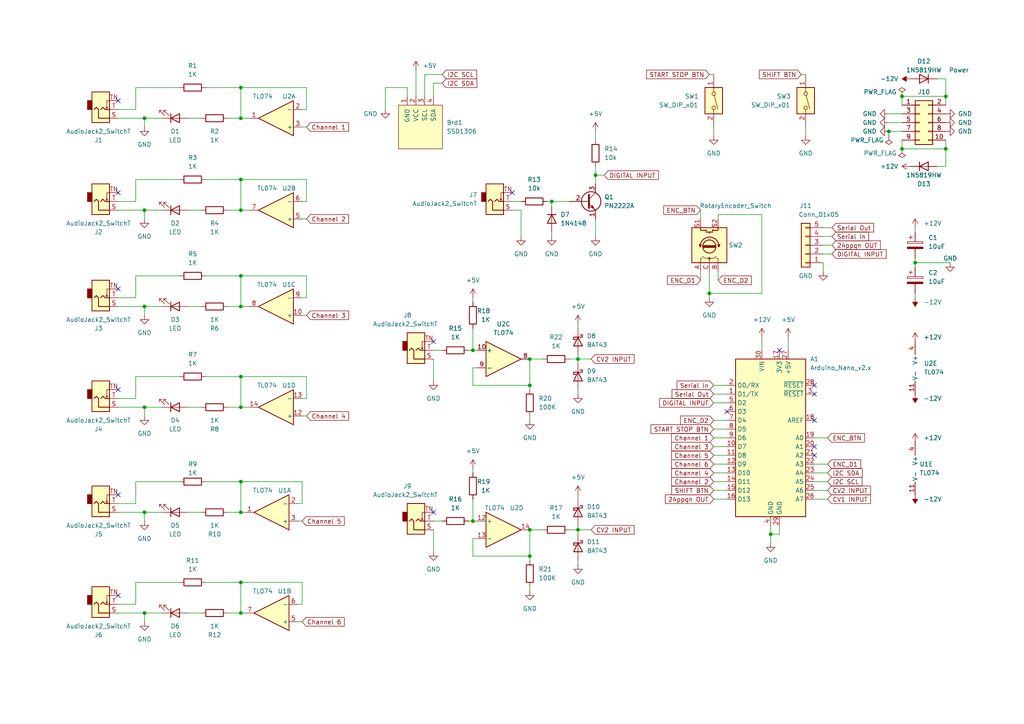
<source format=kicad_sch>
(kicad_sch (version 20211123) (generator eeschema)

  (uuid 939d1fca-3f2c-4183-926a-9b89a029d9a7)

  (paper "A4")

  (title_block
    (title "GToE prototype 2")
    (rev "1")
  )

  

  (junction (at 69.85 168.91) (diameter 0) (color 0 0 0 0)
    (uuid 01bbb586-ef8d-4ddf-8c80-74340115f8c2)
  )
  (junction (at 172.72 50.8) (diameter 0) (color 0 0 0 0)
    (uuid 0fe7b52a-5ab0-49af-9df5-605727fd9629)
  )
  (junction (at 69.85 118.11) (diameter 0) (color 0 0 0 0)
    (uuid 101156d0-eebd-439b-8afc-52eb06cf293a)
  )
  (junction (at 69.85 52.07) (diameter 0) (color 0 0 0 0)
    (uuid 1adea9cc-1a6f-43d0-a0c7-f15f9d142402)
  )
  (junction (at 167.64 104.14) (diameter 0) (color 0 0 0 0)
    (uuid 20ecb220-e95f-4871-989a-3aa80d4eef17)
  )
  (junction (at 69.85 109.22) (diameter 0) (color 0 0 0 0)
    (uuid 2d704435-2b61-45b7-b201-2bf6d837c7d3)
  )
  (junction (at 41.91 34.29) (diameter 0) (color 0 0 0 0)
    (uuid 2f1a07b6-ad76-4a06-853c-dab3ee2850f6)
  )
  (junction (at 160.02 58.42) (diameter 0) (color 0 0 0 0)
    (uuid 3ec454cb-d195-43e0-940e-5dcf3cd11230)
  )
  (junction (at 153.67 111.76) (diameter 0) (color 0 0 0 0)
    (uuid 4aa14007-b987-4914-9145-d43a6afd33b0)
  )
  (junction (at 41.91 148.59) (diameter 0) (color 0 0 0 0)
    (uuid 4c3b6af8-76f0-45ef-8c3f-9df4284c0206)
  )
  (junction (at 137.16 101.6) (diameter 0) (color 0 0 0 0)
    (uuid 6c3ec4a9-2585-4bfa-962d-a446baefbebc)
  )
  (junction (at 153.67 153.67) (diameter 0) (color 0 0 0 0)
    (uuid 6e19bf15-9722-4bb1-870c-8b0b2e38c55b)
  )
  (junction (at 41.91 118.11) (diameter 0) (color 0 0 0 0)
    (uuid 6f8c3b1c-3a38-4d86-9bc2-ad6939358a54)
  )
  (junction (at 69.85 80.01) (diameter 0) (color 0 0 0 0)
    (uuid 7247c85d-9109-4f74-a5f8-073a13ad9b00)
  )
  (junction (at 41.91 177.8) (diameter 0) (color 0 0 0 0)
    (uuid 7831fb5e-123a-46df-a455-7a9508dbe5ab)
  )
  (junction (at 69.85 139.7) (diameter 0) (color 0 0 0 0)
    (uuid 7ce994f6-9837-42f6-8f0e-a33b87846a85)
  )
  (junction (at 257.81 38.1) (diameter 0) (color 0 0 0 0)
    (uuid 80a0f295-48e1-4569-8d26-3102546e0255)
  )
  (junction (at 274.32 27.94) (diameter 0) (color 0 0 0 0)
    (uuid 80b03588-aa23-476a-9d12-a060ede2aafe)
  )
  (junction (at 69.85 25.4) (diameter 0) (color 0 0 0 0)
    (uuid 9e2c980a-19bd-4dcd-85f5-d80d62e3f8cf)
  )
  (junction (at 69.85 88.9) (diameter 0) (color 0 0 0 0)
    (uuid a385c005-d830-4ddd-a9be-1496bd2a2074)
  )
  (junction (at 41.91 60.96) (diameter 0) (color 0 0 0 0)
    (uuid a5a39816-f1ee-4ab9-8314-e277f66dbe27)
  )
  (junction (at 223.52 154.94) (diameter 0) (color 0 0 0 0)
    (uuid ace1d0a5-8f41-47b3-84a2-d13fc43afe5d)
  )
  (junction (at 137.16 151.13) (diameter 0) (color 0 0 0 0)
    (uuid b8da1945-c790-4e3c-9556-0050096580c9)
  )
  (junction (at 261.62 27.94) (diameter 0) (color 0 0 0 0)
    (uuid b919c27a-f637-48d6-8184-7ceb19a616c3)
  )
  (junction (at 69.85 148.59) (diameter 0) (color 0 0 0 0)
    (uuid bc4bd21e-a7e0-479f-99b3-5f3fc29ecbdb)
  )
  (junction (at 274.32 43.18) (diameter 0) (color 0 0 0 0)
    (uuid bdb4e82f-deca-4494-9511-3af4e2c5e381)
  )
  (junction (at 153.67 104.14) (diameter 0) (color 0 0 0 0)
    (uuid c9be0b6e-570c-4034-8542-724ffd35462f)
  )
  (junction (at 261.62 43.18) (diameter 0) (color 0 0 0 0)
    (uuid d3b1a6e1-ba88-4969-a859-28bf08cd9cc9)
  )
  (junction (at 41.91 88.9) (diameter 0) (color 0 0 0 0)
    (uuid dca585e3-e89d-40ba-8154-042e0bc6a9a6)
  )
  (junction (at 265.43 76.2) (diameter 0) (color 0 0 0 0)
    (uuid e8605e95-0637-41f0-a19c-e385856bb70d)
  )
  (junction (at 153.67 161.29) (diameter 0) (color 0 0 0 0)
    (uuid e9395d3f-3997-4881-9464-8e16494f02dd)
  )
  (junction (at 69.85 34.29) (diameter 0) (color 0 0 0 0)
    (uuid ebc09c41-0da4-49f2-b73b-9164d7c17c9c)
  )
  (junction (at 69.85 60.96) (diameter 0) (color 0 0 0 0)
    (uuid f25cb6ee-4a65-4b53-a241-095c6c83fe21)
  )
  (junction (at 167.64 153.67) (diameter 0) (color 0 0 0 0)
    (uuid f2a0cb2a-8c72-467c-9ca7-c53da25df665)
  )
  (junction (at 205.74 85.09) (diameter 0) (color 0 0 0 0)
    (uuid fd1e9dbf-7bbb-42f0-a50d-c2c89c626c2d)
  )
  (junction (at 69.85 177.8) (diameter 0) (color 0 0 0 0)
    (uuid fe57a6cf-999c-40ff-b385-f721b4c2cbc1)
  )

  (no_connect (at 34.29 113.03) (uuid 0d5627fb-5697-4efc-a260-d96ecb9f93c3))
  (no_connect (at 148.59 55.88) (uuid 2654b987-4591-469d-89c7-45b83f14b521))
  (no_connect (at 236.22 111.76) (uuid 27dea4c6-c043-451d-b6c6-fc3d416a6f51))
  (no_connect (at 34.29 172.72) (uuid 3b8ad362-c359-4165-91ec-aadffcf3d978))
  (no_connect (at 236.22 114.3) (uuid 4dea39fc-bb12-4db7-8438-3469730bc7e8))
  (no_connect (at 210.82 119.38) (uuid 5be04ac6-43c5-4261-953a-dd12f2531b6f))
  (no_connect (at 236.22 121.92) (uuid 609e719e-33ca-4634-b65e-d90f2c75c119))
  (no_connect (at 125.73 148.59) (uuid 668d8e58-4c94-4cd2-b4bb-55607d4898af))
  (no_connect (at 34.29 143.51) (uuid 7a2da178-df57-453c-8a4a-28fcdc2f3c50))
  (no_connect (at 34.29 83.82) (uuid 8484e074-dbbf-4a1a-831d-0024b24e16ee))
  (no_connect (at 236.22 132.08) (uuid 89eab1dc-771e-440a-a558-42d123c04925))
  (no_connect (at 34.29 55.88) (uuid 8c00c48a-3885-4e94-a56e-75fdd48c8ac2))
  (no_connect (at 125.73 99.06) (uuid b05fa802-0658-4360-ad3d-4095edb4f4b9))
  (no_connect (at 226.06 101.6) (uuid bab23eb2-2de9-4101-8518-b1550e4ed0ff))
  (no_connect (at 236.22 129.54) (uuid bc5d432a-9a40-4a38-8a20-d7136d6a72cd))
  (no_connect (at 34.29 29.21) (uuid caea21cf-ff3a-459d-ae29-45e99bc93b79))

  (wire (pts (xy 220.98 62.23) (xy 220.98 85.09))
    (stroke (width 0) (type default) (color 0 0 0 0))
    (uuid 00888669-526f-4afc-bbd6-43e3940c23c9)
  )
  (wire (pts (xy 123.19 21.59) (xy 123.19 27.94))
    (stroke (width 0) (type default) (color 0 0 0 0))
    (uuid 02f7a7c9-330b-4799-8e3c-3005ca5a2490)
  )
  (wire (pts (xy 87.63 86.36) (xy 88.9 86.36))
    (stroke (width 0) (type default) (color 0 0 0 0))
    (uuid 0414855a-7fc8-4b76-9a23-03cb9f71325f)
  )
  (wire (pts (xy 207.01 114.3) (xy 210.82 114.3))
    (stroke (width 0) (type default) (color 0 0 0 0))
    (uuid 04548b77-d823-4c1b-9c27-c6ce43c98aa3)
  )
  (wire (pts (xy 207.01 124.46) (xy 210.82 124.46))
    (stroke (width 0) (type default) (color 0 0 0 0))
    (uuid 05b9f1d0-5ff4-4d57-8802-0d2c4eb21316)
  )
  (wire (pts (xy 158.75 58.42) (xy 160.02 58.42))
    (stroke (width 0) (type default) (color 0 0 0 0))
    (uuid 068165ec-6c11-4c02-8e0b-ccfe566a7650)
  )
  (wire (pts (xy 87.63 120.65) (xy 88.9 120.65))
    (stroke (width 0) (type default) (color 0 0 0 0))
    (uuid 0a1efef6-86e3-4954-8941-aa8bdd890447)
  )
  (wire (pts (xy 39.37 58.42) (xy 39.37 52.07))
    (stroke (width 0) (type default) (color 0 0 0 0))
    (uuid 0a2211b4-91f5-4459-8d97-5e8e188af34c)
  )
  (wire (pts (xy 167.64 93.98) (xy 167.64 95.25))
    (stroke (width 0) (type default) (color 0 0 0 0))
    (uuid 0b45849a-34c3-4799-bb24-89e0ee4d5d11)
  )
  (wire (pts (xy 207.01 111.76) (xy 210.82 111.76))
    (stroke (width 0) (type default) (color 0 0 0 0))
    (uuid 0e1ac309-c3ad-4ab1-a03b-2dd118f6d87a)
  )
  (wire (pts (xy 172.72 50.8) (xy 172.72 53.34))
    (stroke (width 0) (type default) (color 0 0 0 0))
    (uuid 0e6c4c43-1c36-439e-a778-2631ebda15e9)
  )
  (wire (pts (xy 54.61 148.59) (xy 58.42 148.59))
    (stroke (width 0) (type default) (color 0 0 0 0))
    (uuid 0ea24428-0de9-41d4-b673-d16d645ec740)
  )
  (wire (pts (xy 148.59 58.42) (xy 151.13 58.42))
    (stroke (width 0) (type default) (color 0 0 0 0))
    (uuid 0fde4400-cc90-4e37-aff0-a829c3566030)
  )
  (wire (pts (xy 265.43 74.93) (xy 265.43 76.2))
    (stroke (width 0) (type default) (color 0 0 0 0))
    (uuid 10048850-4277-4da4-9149-45e2a0417c49)
  )
  (wire (pts (xy 167.64 153.67) (xy 167.64 154.94))
    (stroke (width 0) (type default) (color 0 0 0 0))
    (uuid 10722ce5-f8a5-4eca-b191-f5ea1254bb30)
  )
  (wire (pts (xy 208.28 62.23) (xy 220.98 62.23))
    (stroke (width 0) (type default) (color 0 0 0 0))
    (uuid 12553f91-cba2-4ab1-b10c-9a2c101efbcb)
  )
  (wire (pts (xy 241.3 68.58) (xy 238.76 68.58))
    (stroke (width 0) (type default) (color 0 0 0 0))
    (uuid 15573316-7046-4cb3-be84-b290b3262405)
  )
  (wire (pts (xy 34.29 34.29) (xy 41.91 34.29))
    (stroke (width 0) (type default) (color 0 0 0 0))
    (uuid 1696b3ef-3157-4d71-9b48-209593675872)
  )
  (wire (pts (xy 223.52 154.94) (xy 226.06 154.94))
    (stroke (width 0) (type default) (color 0 0 0 0))
    (uuid 16c74f4f-26d2-4480-a255-55053d75fe30)
  )
  (wire (pts (xy 41.91 34.29) (xy 46.99 34.29))
    (stroke (width 0) (type default) (color 0 0 0 0))
    (uuid 18993a8a-ca5d-407f-848b-defb203a9189)
  )
  (wire (pts (xy 172.72 63.5) (xy 172.72 68.58))
    (stroke (width 0) (type default) (color 0 0 0 0))
    (uuid 18ae432e-29c1-4f82-b5de-08351e122d6b)
  )
  (wire (pts (xy 87.63 91.44) (xy 88.9 91.44))
    (stroke (width 0) (type default) (color 0 0 0 0))
    (uuid 1a217cd9-1cfb-46fe-ad88-bd404e7a2fa3)
  )
  (wire (pts (xy 34.29 88.9) (xy 41.91 88.9))
    (stroke (width 0) (type default) (color 0 0 0 0))
    (uuid 1ab20642-1f70-4b02-85c3-d07b70dfa09f)
  )
  (wire (pts (xy 157.48 153.67) (xy 153.67 153.67))
    (stroke (width 0) (type default) (color 0 0 0 0))
    (uuid 1b09d72d-a60a-404a-8eff-af5928779ca3)
  )
  (wire (pts (xy 274.32 48.26) (xy 274.32 43.18))
    (stroke (width 0) (type default) (color 0 0 0 0))
    (uuid 1f9896e6-b5ae-4280-b574-867cc1543442)
  )
  (wire (pts (xy 88.9 115.57) (xy 88.9 109.22))
    (stroke (width 0) (type default) (color 0 0 0 0))
    (uuid 22b67607-fd33-40bf-9953-aaeb2cc3bff3)
  )
  (wire (pts (xy 69.85 52.07) (xy 69.85 60.96))
    (stroke (width 0) (type default) (color 0 0 0 0))
    (uuid 22ec07c6-1814-4bcc-81fe-8b2a319721d4)
  )
  (wire (pts (xy 125.73 104.14) (xy 125.73 110.49))
    (stroke (width 0) (type default) (color 0 0 0 0))
    (uuid 232f38ec-21ea-4a47-91ea-c85a04889396)
  )
  (wire (pts (xy 203.2 63.5) (xy 203.2 60.96))
    (stroke (width 0) (type default) (color 0 0 0 0))
    (uuid 23cdf0c9-4c44-4333-ad84-40cf9337ba38)
  )
  (wire (pts (xy 39.37 146.05) (xy 39.37 139.7))
    (stroke (width 0) (type default) (color 0 0 0 0))
    (uuid 2450b13d-1b2c-42e2-9f3c-022c8d283799)
  )
  (wire (pts (xy 118.11 25.4) (xy 118.11 27.94))
    (stroke (width 0) (type default) (color 0 0 0 0))
    (uuid 24898c03-0432-4355-9022-1dd4a494db3b)
  )
  (wire (pts (xy 39.37 175.26) (xy 39.37 168.91))
    (stroke (width 0) (type default) (color 0 0 0 0))
    (uuid 24a77f75-c600-45cb-bf5f-afea87ea647c)
  )
  (wire (pts (xy 128.27 21.59) (xy 123.19 21.59))
    (stroke (width 0) (type default) (color 0 0 0 0))
    (uuid 2687bf03-ffc2-4d48-aa6f-1aef93caa657)
  )
  (wire (pts (xy 71.12 177.8) (xy 69.85 177.8))
    (stroke (width 0) (type default) (color 0 0 0 0))
    (uuid 26ff1a67-a83a-4d99-afa5-130b8ae5b97c)
  )
  (wire (pts (xy 167.64 104.14) (xy 167.64 105.41))
    (stroke (width 0) (type default) (color 0 0 0 0))
    (uuid 2708cad2-c1d4-431c-a491-069abb353cb1)
  )
  (wire (pts (xy 54.61 118.11) (xy 58.42 118.11))
    (stroke (width 0) (type default) (color 0 0 0 0))
    (uuid 275de223-e55c-4595-954a-6b567572e319)
  )
  (wire (pts (xy 39.37 168.91) (xy 52.07 168.91))
    (stroke (width 0) (type default) (color 0 0 0 0))
    (uuid 282549b8-debb-4192-8eb7-5e1fc199c3b2)
  )
  (wire (pts (xy 203.2 81.28) (xy 203.2 78.74))
    (stroke (width 0) (type default) (color 0 0 0 0))
    (uuid 292448f2-9878-48b7-bdaa-bba1bdc524e1)
  )
  (wire (pts (xy 86.36 146.05) (xy 87.63 146.05))
    (stroke (width 0) (type default) (color 0 0 0 0))
    (uuid 299489f1-66f6-4331-afc1-f2ede915f05e)
  )
  (wire (pts (xy 153.67 113.03) (xy 153.67 111.76))
    (stroke (width 0) (type default) (color 0 0 0 0))
    (uuid 29f12c71-1e39-46c9-8468-57b050e8c4e3)
  )
  (wire (pts (xy 265.43 76.2) (xy 265.43 77.47))
    (stroke (width 0) (type default) (color 0 0 0 0))
    (uuid 2bf77205-7bd4-4b19-92a5-403df8997ca4)
  )
  (wire (pts (xy 41.91 60.96) (xy 41.91 63.5))
    (stroke (width 0) (type default) (color 0 0 0 0))
    (uuid 2d2c567f-990e-43de-a45e-07dcf3d574df)
  )
  (wire (pts (xy 39.37 31.75) (xy 39.37 25.4))
    (stroke (width 0) (type default) (color 0 0 0 0))
    (uuid 325ad235-d39c-4894-9060-669ec65da8cf)
  )
  (wire (pts (xy 172.72 38.1) (xy 172.72 40.64))
    (stroke (width 0) (type default) (color 0 0 0 0))
    (uuid 335e260c-544e-4446-b9b4-df9e8330f67c)
  )
  (wire (pts (xy 228.6 97.79) (xy 228.6 101.6))
    (stroke (width 0) (type default) (color 0 0 0 0))
    (uuid 335feb20-1fb8-4c80-a47e-65aa81fbef83)
  )
  (wire (pts (xy 69.85 139.7) (xy 87.63 139.7))
    (stroke (width 0) (type default) (color 0 0 0 0))
    (uuid 33d6f89f-8648-43ab-8211-808a5c2a1de9)
  )
  (wire (pts (xy 34.29 146.05) (xy 39.37 146.05))
    (stroke (width 0) (type default) (color 0 0 0 0))
    (uuid 349d1b17-3ca5-4310-8603-bfcac15d9779)
  )
  (wire (pts (xy 34.29 177.8) (xy 41.91 177.8))
    (stroke (width 0) (type default) (color 0 0 0 0))
    (uuid 35a4bcdd-c017-440b-9dad-75ec8aa47970)
  )
  (wire (pts (xy 241.3 71.12) (xy 238.76 71.12))
    (stroke (width 0) (type default) (color 0 0 0 0))
    (uuid 3728039e-6e21-4d9d-a43e-43a936bea321)
  )
  (wire (pts (xy 59.69 25.4) (xy 69.85 25.4))
    (stroke (width 0) (type default) (color 0 0 0 0))
    (uuid 379f1c28-4a76-4353-90b3-8c03b9cc7732)
  )
  (wire (pts (xy 207.01 21.59) (xy 205.74 21.59))
    (stroke (width 0) (type default) (color 0 0 0 0))
    (uuid 38f018c4-6a5e-41fd-be32-9f1782112fb1)
  )
  (wire (pts (xy 207.01 132.08) (xy 210.82 132.08))
    (stroke (width 0) (type default) (color 0 0 0 0))
    (uuid 3b47171b-f036-4181-ba5d-a340d487b50b)
  )
  (wire (pts (xy 125.73 101.6) (xy 128.27 101.6))
    (stroke (width 0) (type default) (color 0 0 0 0))
    (uuid 3b6a8b02-3ae7-4eaa-b590-43c6b96299ee)
  )
  (wire (pts (xy 54.61 34.29) (xy 58.42 34.29))
    (stroke (width 0) (type default) (color 0 0 0 0))
    (uuid 3d377ce1-a2c5-4d14-9f02-94478caf1282)
  )
  (wire (pts (xy 207.01 127) (xy 210.82 127))
    (stroke (width 0) (type default) (color 0 0 0 0))
    (uuid 41374e30-21cc-4f4c-8141-c6b6b0d1e04c)
  )
  (wire (pts (xy 153.67 153.67) (xy 153.67 161.29))
    (stroke (width 0) (type default) (color 0 0 0 0))
    (uuid 41592a34-b5e0-498e-b3d9-5e683e74e400)
  )
  (wire (pts (xy 167.64 104.14) (xy 171.45 104.14))
    (stroke (width 0) (type default) (color 0 0 0 0))
    (uuid 415f6a2a-0819-4a32-a17d-06a0e8a58036)
  )
  (wire (pts (xy 265.43 66.04) (xy 265.43 67.31))
    (stroke (width 0) (type default) (color 0 0 0 0))
    (uuid 4311a415-97b2-43f6-a81d-718e51e1b859)
  )
  (wire (pts (xy 137.16 161.29) (xy 153.67 161.29))
    (stroke (width 0) (type default) (color 0 0 0 0))
    (uuid 44fdae99-fabc-42c3-b71e-03120ee479ee)
  )
  (wire (pts (xy 167.64 113.03) (xy 167.64 114.3))
    (stroke (width 0) (type default) (color 0 0 0 0))
    (uuid 459710f6-4d7d-40be-9b04-5e9a368b8c00)
  )
  (wire (pts (xy 208.28 63.5) (xy 208.28 62.23))
    (stroke (width 0) (type default) (color 0 0 0 0))
    (uuid 46b304df-4180-4984-9e5d-83e10dcadff4)
  )
  (wire (pts (xy 135.89 101.6) (xy 137.16 101.6))
    (stroke (width 0) (type default) (color 0 0 0 0))
    (uuid 47ac72d4-bd27-4447-b979-99a8986e623d)
  )
  (wire (pts (xy 69.85 60.96) (xy 72.39 60.96))
    (stroke (width 0) (type default) (color 0 0 0 0))
    (uuid 47cec10b-0c77-4132-9949-34d671f04738)
  )
  (wire (pts (xy 167.64 152.4) (xy 167.64 153.67))
    (stroke (width 0) (type default) (color 0 0 0 0))
    (uuid 47e72c91-7c9f-4a84-84d0-c6e4a5768ed8)
  )
  (wire (pts (xy 233.68 39.37) (xy 233.68 36.83))
    (stroke (width 0) (type default) (color 0 0 0 0))
    (uuid 4818a8d1-75bc-44f4-b9ed-2be325375416)
  )
  (wire (pts (xy 157.48 104.14) (xy 153.67 104.14))
    (stroke (width 0) (type default) (color 0 0 0 0))
    (uuid 49cde530-ddc1-4f14-9b13-8d9a2ca10c3a)
  )
  (wire (pts (xy 137.16 156.21) (xy 137.16 161.29))
    (stroke (width 0) (type default) (color 0 0 0 0))
    (uuid 4b70d7be-d0b4-4935-b09f-3578133ba481)
  )
  (wire (pts (xy 86.36 151.13) (xy 87.63 151.13))
    (stroke (width 0) (type default) (color 0 0 0 0))
    (uuid 4bd0f77f-57b9-449a-8716-fb7abb0e4aea)
  )
  (wire (pts (xy 41.91 60.96) (xy 46.99 60.96))
    (stroke (width 0) (type default) (color 0 0 0 0))
    (uuid 4c0b437f-8a01-477d-a6f9-7ec7ce2dc466)
  )
  (wire (pts (xy 241.3 66.04) (xy 238.76 66.04))
    (stroke (width 0) (type default) (color 0 0 0 0))
    (uuid 4d458ee8-d508-40bd-9b92-392330328966)
  )
  (wire (pts (xy 39.37 80.01) (xy 52.07 80.01))
    (stroke (width 0) (type default) (color 0 0 0 0))
    (uuid 4d557d7f-7719-4f80-94ac-5531db91c5c7)
  )
  (wire (pts (xy 226.06 152.4) (xy 226.06 154.94))
    (stroke (width 0) (type default) (color 0 0 0 0))
    (uuid 4d5adbc3-357f-4a75-9468-e5a15ab291e3)
  )
  (wire (pts (xy 88.9 86.36) (xy 88.9 80.01))
    (stroke (width 0) (type default) (color 0 0 0 0))
    (uuid 4e0a158e-f62e-4ad0-b943-3eaefad92067)
  )
  (wire (pts (xy 54.61 60.96) (xy 58.42 60.96))
    (stroke (width 0) (type default) (color 0 0 0 0))
    (uuid 50855149-12eb-4a2e-a48d-3bc78970e17d)
  )
  (wire (pts (xy 207.01 137.16) (xy 210.82 137.16))
    (stroke (width 0) (type default) (color 0 0 0 0))
    (uuid 53ba1ac2-8ba6-4d72-9b59-ebcbc12d18f4)
  )
  (wire (pts (xy 88.9 80.01) (xy 69.85 80.01))
    (stroke (width 0) (type default) (color 0 0 0 0))
    (uuid 55051037-8b31-44b9-8e01-8ae5d0b6424d)
  )
  (wire (pts (xy 34.29 58.42) (xy 39.37 58.42))
    (stroke (width 0) (type default) (color 0 0 0 0))
    (uuid 559ecdd5-7157-4b6e-8365-c80a48a2639c)
  )
  (wire (pts (xy 34.29 86.36) (xy 39.37 86.36))
    (stroke (width 0) (type default) (color 0 0 0 0))
    (uuid 55c0478d-8080-4c1d-8604-65a2d25999fa)
  )
  (wire (pts (xy 167.64 143.51) (xy 167.64 144.78))
    (stroke (width 0) (type default) (color 0 0 0 0))
    (uuid 55f39ab8-c72e-42c1-a690-a397d34d1bc8)
  )
  (wire (pts (xy 120.65 20.32) (xy 120.65 27.94))
    (stroke (width 0) (type default) (color 0 0 0 0))
    (uuid 578b6235-424f-4ef7-a13a-2eb828fdff70)
  )
  (wire (pts (xy 274.32 22.86) (xy 274.32 27.94))
    (stroke (width 0) (type default) (color 0 0 0 0))
    (uuid 5c09703f-6c76-495d-9a58-e2ebc9242342)
  )
  (wire (pts (xy 39.37 109.22) (xy 52.07 109.22))
    (stroke (width 0) (type default) (color 0 0 0 0))
    (uuid 5c400b46-2fcf-4458-9699-ae37dd26bccb)
  )
  (wire (pts (xy 69.85 109.22) (xy 69.85 118.11))
    (stroke (width 0) (type default) (color 0 0 0 0))
    (uuid 5cd6e5fe-4b18-46d6-a3d1-e3ffde24589e)
  )
  (wire (pts (xy 274.32 40.64) (xy 274.32 43.18))
    (stroke (width 0) (type default) (color 0 0 0 0))
    (uuid 5d5ced92-faf8-444e-981f-4e4ff49b98e7)
  )
  (wire (pts (xy 41.91 34.29) (xy 41.91 36.83))
    (stroke (width 0) (type default) (color 0 0 0 0))
    (uuid 5d93f799-90b6-4c25-98c8-cc4dbc3b1bc0)
  )
  (wire (pts (xy 88.9 58.42) (xy 88.9 52.07))
    (stroke (width 0) (type default) (color 0 0 0 0))
    (uuid 5ec7b1d8-8446-4919-a38c-76210caa1873)
  )
  (wire (pts (xy 167.64 162.56) (xy 167.64 163.83))
    (stroke (width 0) (type default) (color 0 0 0 0))
    (uuid 5f035f85-8c2e-4853-b183-6abac5e2be10)
  )
  (wire (pts (xy 160.02 67.31) (xy 160.02 68.58))
    (stroke (width 0) (type default) (color 0 0 0 0))
    (uuid 629a7aa1-4019-458a-8b5d-0abf66ce0257)
  )
  (wire (pts (xy 34.29 148.59) (xy 41.91 148.59))
    (stroke (width 0) (type default) (color 0 0 0 0))
    (uuid 65958d22-4303-48dd-9fde-306753b42789)
  )
  (wire (pts (xy 87.63 115.57) (xy 88.9 115.57))
    (stroke (width 0) (type default) (color 0 0 0 0))
    (uuid 65bc2d22-8df0-4cea-8782-8f18769f3410)
  )
  (wire (pts (xy 41.91 118.11) (xy 41.91 120.65))
    (stroke (width 0) (type default) (color 0 0 0 0))
    (uuid 662ccf0e-d1d5-4050-8293-3daf044ab08c)
  )
  (wire (pts (xy 257.81 38.1) (xy 261.62 38.1))
    (stroke (width 0) (type default) (color 0 0 0 0))
    (uuid 686830dd-5bd4-421c-97b1-cd04ec112e6f)
  )
  (wire (pts (xy 71.12 148.59) (xy 69.85 148.59))
    (stroke (width 0) (type default) (color 0 0 0 0))
    (uuid 689c3f28-4ef9-402a-ba8a-d262ac795d0f)
  )
  (wire (pts (xy 153.67 121.92) (xy 153.67 120.65))
    (stroke (width 0) (type default) (color 0 0 0 0))
    (uuid 69069406-1963-4170-8560-8104e7e045d7)
  )
  (wire (pts (xy 87.63 31.75) (xy 88.9 31.75))
    (stroke (width 0) (type default) (color 0 0 0 0))
    (uuid 6d67e749-640f-4db9-a197-7031ba61a86d)
  )
  (wire (pts (xy 137.16 95.25) (xy 137.16 101.6))
    (stroke (width 0) (type default) (color 0 0 0 0))
    (uuid 6da6842f-2388-4f5f-9ee2-76bb34632c1b)
  )
  (wire (pts (xy 69.85 25.4) (xy 88.9 25.4))
    (stroke (width 0) (type default) (color 0 0 0 0))
    (uuid 6ef03535-d0d2-4117-ba8a-13b15d291146)
  )
  (wire (pts (xy 41.91 177.8) (xy 46.99 177.8))
    (stroke (width 0) (type default) (color 0 0 0 0))
    (uuid 72a11c15-bc2e-4e4e-b064-0530d656a4f2)
  )
  (wire (pts (xy 125.73 24.13) (xy 125.73 27.94))
    (stroke (width 0) (type default) (color 0 0 0 0))
    (uuid 72d28e7a-0912-41d1-8bf0-5186c787f495)
  )
  (wire (pts (xy 207.01 134.62) (xy 210.82 134.62))
    (stroke (width 0) (type default) (color 0 0 0 0))
    (uuid 73e12313-b101-48b6-8494-4e929b937ba9)
  )
  (wire (pts (xy 34.29 115.57) (xy 39.37 115.57))
    (stroke (width 0) (type default) (color 0 0 0 0))
    (uuid 7454f9be-a252-4e64-8cb6-659f28a46b4e)
  )
  (wire (pts (xy 165.1 153.67) (xy 167.64 153.67))
    (stroke (width 0) (type default) (color 0 0 0 0))
    (uuid 746457c5-4533-496b-b839-879422eb2f82)
  )
  (wire (pts (xy 207.01 121.92) (xy 210.82 121.92))
    (stroke (width 0) (type default) (color 0 0 0 0))
    (uuid 78087d34-36cd-40f9-8df6-88f39a8e923c)
  )
  (wire (pts (xy 87.63 175.26) (xy 87.63 168.91))
    (stroke (width 0) (type default) (color 0 0 0 0))
    (uuid 78e786de-043d-4f36-a95b-827ecfd3a860)
  )
  (wire (pts (xy 151.13 60.96) (xy 151.13 68.58))
    (stroke (width 0) (type default) (color 0 0 0 0))
    (uuid 7bd72df4-68a1-4663-8001-035714ea1d46)
  )
  (wire (pts (xy 137.16 106.68) (xy 137.16 111.76))
    (stroke (width 0) (type default) (color 0 0 0 0))
    (uuid 7d009995-14e6-4e3a-a6bf-75ca9be73436)
  )
  (wire (pts (xy 236.22 134.62) (xy 240.03 134.62))
    (stroke (width 0) (type default) (color 0 0 0 0))
    (uuid 7dd53853-47b4-4ad4-b60a-12406caceae9)
  )
  (wire (pts (xy 34.29 31.75) (xy 39.37 31.75))
    (stroke (width 0) (type default) (color 0 0 0 0))
    (uuid 7f1a47e9-e606-4559-b3a6-98d8056eafbb)
  )
  (wire (pts (xy 69.85 52.07) (xy 88.9 52.07))
    (stroke (width 0) (type default) (color 0 0 0 0))
    (uuid 8087cf9e-a59e-49ee-959e-1547ad310f68)
  )
  (wire (pts (xy 205.74 78.74) (xy 205.74 85.09))
    (stroke (width 0) (type default) (color 0 0 0 0))
    (uuid 8209c98c-ad4a-4de7-8d4d-31929f244f93)
  )
  (wire (pts (xy 207.01 139.7) (xy 210.82 139.7))
    (stroke (width 0) (type default) (color 0 0 0 0))
    (uuid 82aa347f-f6de-4a6e-9a8d-2159085eb3e7)
  )
  (wire (pts (xy 111.76 31.75) (xy 111.76 25.4))
    (stroke (width 0) (type default) (color 0 0 0 0))
    (uuid 84628db2-78f4-455d-935c-669b74635348)
  )
  (wire (pts (xy 69.85 118.11) (xy 66.04 118.11))
    (stroke (width 0) (type default) (color 0 0 0 0))
    (uuid 84cd1643-db67-46fc-bdb3-0f8472565395)
  )
  (wire (pts (xy 172.72 50.8) (xy 175.26 50.8))
    (stroke (width 0) (type default) (color 0 0 0 0))
    (uuid 8a527247-4e86-49ac-96b2-0b9ba94da524)
  )
  (wire (pts (xy 238.76 73.66) (xy 241.3 73.66))
    (stroke (width 0) (type default) (color 0 0 0 0))
    (uuid 8a9679d2-3ec6-4c71-a173-49af543e57ee)
  )
  (wire (pts (xy 66.04 60.96) (xy 69.85 60.96))
    (stroke (width 0) (type default) (color 0 0 0 0))
    (uuid 8bd5fd7f-cf6e-425c-b9d6-3c826368fb4d)
  )
  (wire (pts (xy 153.67 104.14) (xy 153.67 111.76))
    (stroke (width 0) (type default) (color 0 0 0 0))
    (uuid 8db87abd-78a8-4707-b998-35d91c31dc52)
  )
  (wire (pts (xy 87.63 58.42) (xy 88.9 58.42))
    (stroke (width 0) (type default) (color 0 0 0 0))
    (uuid 8f98c614-1836-44c5-950e-a28323bf6d35)
  )
  (wire (pts (xy 137.16 86.36) (xy 137.16 87.63))
    (stroke (width 0) (type default) (color 0 0 0 0))
    (uuid 92dcd119-522b-416d-afb9-fe804b794444)
  )
  (wire (pts (xy 41.91 148.59) (xy 41.91 151.13))
    (stroke (width 0) (type default) (color 0 0 0 0))
    (uuid 9411389b-89e4-4fd9-b197-1fd897880c74)
  )
  (wire (pts (xy 160.02 58.42) (xy 160.02 59.69))
    (stroke (width 0) (type default) (color 0 0 0 0))
    (uuid 97d4dc22-cea2-4f31-ab47-48954521c9ea)
  )
  (wire (pts (xy 207.01 39.37) (xy 207.01 36.83))
    (stroke (width 0) (type default) (color 0 0 0 0))
    (uuid 982c0a71-fbd6-4ace-8adb-04279f3ab267)
  )
  (wire (pts (xy 236.22 139.7) (xy 240.03 139.7))
    (stroke (width 0) (type default) (color 0 0 0 0))
    (uuid 998fda77-4469-4506-86ca-bb382e8ee04b)
  )
  (wire (pts (xy 41.91 148.59) (xy 46.99 148.59))
    (stroke (width 0) (type default) (color 0 0 0 0))
    (uuid 9b42f2d5-ac7c-41cd-8133-c33ded91e5a9)
  )
  (wire (pts (xy 69.85 109.22) (xy 88.9 109.22))
    (stroke (width 0) (type default) (color 0 0 0 0))
    (uuid 9e5805ba-ef35-49a1-8625-91fc1a2d8c02)
  )
  (wire (pts (xy 137.16 135.89) (xy 137.16 137.16))
    (stroke (width 0) (type default) (color 0 0 0 0))
    (uuid 9ec202d2-54e7-4767-8d5f-5508e7b44543)
  )
  (wire (pts (xy 137.16 151.13) (xy 138.43 151.13))
    (stroke (width 0) (type default) (color 0 0 0 0))
    (uuid a26a554f-d823-40e8-8c62-a1c72570da3d)
  )
  (wire (pts (xy 261.62 30.48) (xy 261.62 27.94))
    (stroke (width 0) (type default) (color 0 0 0 0))
    (uuid a32d7af7-caa5-4fcd-b940-60312a23b93a)
  )
  (wire (pts (xy 271.78 48.26) (xy 274.32 48.26))
    (stroke (width 0) (type default) (color 0 0 0 0))
    (uuid a3ae5fe0-aa32-4413-85be-83d64b712b8c)
  )
  (wire (pts (xy 148.59 60.96) (xy 151.13 60.96))
    (stroke (width 0) (type default) (color 0 0 0 0))
    (uuid a419472a-c519-42af-a7a7-8d55731ad33e)
  )
  (wire (pts (xy 207.01 116.84) (xy 210.82 116.84))
    (stroke (width 0) (type default) (color 0 0 0 0))
    (uuid a437b42a-de25-44ea-bd82-78ea4050bd94)
  )
  (wire (pts (xy 233.68 21.59) (xy 232.41 21.59))
    (stroke (width 0) (type default) (color 0 0 0 0))
    (uuid a49154d7-98cd-42dc-b035-8363e6ed42ef)
  )
  (wire (pts (xy 208.28 81.28) (xy 208.28 78.74))
    (stroke (width 0) (type default) (color 0 0 0 0))
    (uuid a4f3d41a-af65-423d-b75c-3a4dfb401018)
  )
  (wire (pts (xy 86.36 175.26) (xy 87.63 175.26))
    (stroke (width 0) (type default) (color 0 0 0 0))
    (uuid a5249d8d-621d-4707-8c20-72474edd30f0)
  )
  (wire (pts (xy 69.85 168.91) (xy 87.63 168.91))
    (stroke (width 0) (type default) (color 0 0 0 0))
    (uuid a570fd45-915c-413d-8511-67112ddbfb1b)
  )
  (wire (pts (xy 39.37 25.4) (xy 52.07 25.4))
    (stroke (width 0) (type default) (color 0 0 0 0))
    (uuid a60d0abd-cac5-40ce-8146-e36e1abaeddf)
  )
  (wire (pts (xy 125.73 151.13) (xy 128.27 151.13))
    (stroke (width 0) (type default) (color 0 0 0 0))
    (uuid a6821adb-6787-40f0-882c-45474cd6d035)
  )
  (wire (pts (xy 39.37 115.57) (xy 39.37 109.22))
    (stroke (width 0) (type default) (color 0 0 0 0))
    (uuid a6f31cf3-8dc0-4e1e-a3a6-c76df8c6e2cb)
  )
  (wire (pts (xy 34.29 60.96) (xy 41.91 60.96))
    (stroke (width 0) (type default) (color 0 0 0 0))
    (uuid a80042cf-f0d4-4045-bfe4-04f7525272ec)
  )
  (wire (pts (xy 69.85 148.59) (xy 66.04 148.59))
    (stroke (width 0) (type default) (color 0 0 0 0))
    (uuid a8514681-196b-44d0-b279-cbd6f9496f12)
  )
  (wire (pts (xy 205.74 86.36) (xy 205.74 85.09))
    (stroke (width 0) (type default) (color 0 0 0 0))
    (uuid a88aa39c-ab01-48f4-b52c-72379da3c07b)
  )
  (wire (pts (xy 54.61 88.9) (xy 58.42 88.9))
    (stroke (width 0) (type default) (color 0 0 0 0))
    (uuid ab21b72a-c65b-436b-a024-420f0e1bd5fb)
  )
  (wire (pts (xy 205.74 85.09) (xy 220.98 85.09))
    (stroke (width 0) (type default) (color 0 0 0 0))
    (uuid ab393c6b-5fda-4897-ae5b-77fc0d49af67)
  )
  (wire (pts (xy 41.91 88.9) (xy 46.99 88.9))
    (stroke (width 0) (type default) (color 0 0 0 0))
    (uuid ac927798-764a-470d-8e32-ab188c3be9d9)
  )
  (wire (pts (xy 160.02 58.42) (xy 165.1 58.42))
    (stroke (width 0) (type default) (color 0 0 0 0))
    (uuid acb04d4a-6e28-4197-b96d-cca961b9a352)
  )
  (wire (pts (xy 261.62 40.64) (xy 261.62 43.18))
    (stroke (width 0) (type default) (color 0 0 0 0))
    (uuid ad83ea93-a261-44af-9ce9-44f34c926f1f)
  )
  (wire (pts (xy 165.1 104.14) (xy 167.64 104.14))
    (stroke (width 0) (type default) (color 0 0 0 0))
    (uuid b02b8fe2-ffcf-4399-8d32-f085295ae9be)
  )
  (wire (pts (xy 137.16 156.21) (xy 138.43 156.21))
    (stroke (width 0) (type default) (color 0 0 0 0))
    (uuid b073963f-a9d4-4190-ae2a-d0ecaa7d1999)
  )
  (wire (pts (xy 69.85 34.29) (xy 66.04 34.29))
    (stroke (width 0) (type default) (color 0 0 0 0))
    (uuid b3ffacae-4877-4f3c-b330-37753bcfeef2)
  )
  (wire (pts (xy 257.81 38.1) (xy 257.81 39.37))
    (stroke (width 0) (type default) (color 0 0 0 0))
    (uuid b45d2437-4231-4393-9853-61e2810e8eef)
  )
  (wire (pts (xy 59.69 52.07) (xy 69.85 52.07))
    (stroke (width 0) (type default) (color 0 0 0 0))
    (uuid b55c7749-7442-4e0e-81bc-0a478cb0ac8a)
  )
  (wire (pts (xy 41.91 118.11) (xy 46.99 118.11))
    (stroke (width 0) (type default) (color 0 0 0 0))
    (uuid b7ba5590-bcbc-4d3a-bb2b-67ef3ff01bf9)
  )
  (wire (pts (xy 167.64 102.87) (xy 167.64 104.14))
    (stroke (width 0) (type default) (color 0 0 0 0))
    (uuid b8b96b86-9f26-4791-8fab-c0012a9204d0)
  )
  (wire (pts (xy 69.85 118.11) (xy 72.39 118.11))
    (stroke (width 0) (type default) (color 0 0 0 0))
    (uuid b8dded32-6acb-45a8-80fa-f6b8cea2c48b)
  )
  (wire (pts (xy 137.16 101.6) (xy 138.43 101.6))
    (stroke (width 0) (type default) (color 0 0 0 0))
    (uuid b8f9cdc4-1c49-4c75-b8db-fd1a96174c0d)
  )
  (wire (pts (xy 172.72 48.26) (xy 172.72 50.8))
    (stroke (width 0) (type default) (color 0 0 0 0))
    (uuid b913c3b8-7e72-4c0b-bda2-34fe7b55ab25)
  )
  (wire (pts (xy 236.22 137.16) (xy 240.03 137.16))
    (stroke (width 0) (type default) (color 0 0 0 0))
    (uuid baf9089a-117f-477e-b388-59d85cc068a1)
  )
  (wire (pts (xy 69.85 25.4) (xy 69.85 34.29))
    (stroke (width 0) (type default) (color 0 0 0 0))
    (uuid bd0ecbaa-0107-4713-afad-9631d70470c9)
  )
  (wire (pts (xy 257.81 35.56) (xy 261.62 35.56))
    (stroke (width 0) (type default) (color 0 0 0 0))
    (uuid be717b8a-a24e-4b1a-8c07-d2cb4a8b44a0)
  )
  (wire (pts (xy 59.69 139.7) (xy 69.85 139.7))
    (stroke (width 0) (type default) (color 0 0 0 0))
    (uuid be91969f-27d0-4896-bda7-89479ff2c6f0)
  )
  (wire (pts (xy 261.62 27.94) (xy 274.32 27.94))
    (stroke (width 0) (type default) (color 0 0 0 0))
    (uuid bfd39b38-25cc-4208-85be-c343c956d624)
  )
  (wire (pts (xy 207.01 129.54) (xy 210.82 129.54))
    (stroke (width 0) (type default) (color 0 0 0 0))
    (uuid c08d6292-e81e-41b3-9397-f43cc682b053)
  )
  (wire (pts (xy 41.91 177.8) (xy 41.91 180.34))
    (stroke (width 0) (type default) (color 0 0 0 0))
    (uuid c1344527-bf12-418e-bb93-1ab1cbcbc765)
  )
  (wire (pts (xy 69.85 80.01) (xy 69.85 88.9))
    (stroke (width 0) (type default) (color 0 0 0 0))
    (uuid c3958be8-3003-4b81-a0e5-084b481ac3e8)
  )
  (wire (pts (xy 223.52 152.4) (xy 223.52 154.94))
    (stroke (width 0) (type default) (color 0 0 0 0))
    (uuid c50581b5-4447-4088-bf17-173a09e402d5)
  )
  (wire (pts (xy 69.85 88.9) (xy 66.04 88.9))
    (stroke (width 0) (type default) (color 0 0 0 0))
    (uuid c6adff6e-82e1-42de-a1d3-c2320961301b)
  )
  (wire (pts (xy 153.67 162.56) (xy 153.67 161.29))
    (stroke (width 0) (type default) (color 0 0 0 0))
    (uuid cb58872e-1637-4041-9a9c-462d58f60489)
  )
  (wire (pts (xy 207.01 144.78) (xy 210.82 144.78))
    (stroke (width 0) (type default) (color 0 0 0 0))
    (uuid cc2095ec-6507-4958-ae8c-cbf7e6aa18eb)
  )
  (wire (pts (xy 41.91 88.9) (xy 41.91 91.44))
    (stroke (width 0) (type default) (color 0 0 0 0))
    (uuid cd7749a7-ea7a-4254-8d13-3fc0af54ac1a)
  )
  (wire (pts (xy 86.36 180.34) (xy 87.63 180.34))
    (stroke (width 0) (type default) (color 0 0 0 0))
    (uuid cf4c9546-b3a4-43ce-992a-dc594c25fb0e)
  )
  (wire (pts (xy 135.89 151.13) (xy 137.16 151.13))
    (stroke (width 0) (type default) (color 0 0 0 0))
    (uuid d0f348b7-a7a5-4cb3-b9f1-72c15c41a42d)
  )
  (wire (pts (xy 54.61 177.8) (xy 58.42 177.8))
    (stroke (width 0) (type default) (color 0 0 0 0))
    (uuid d2ed7317-658a-4865-bf5f-b2b3135a861d)
  )
  (wire (pts (xy 72.39 88.9) (xy 69.85 88.9))
    (stroke (width 0) (type default) (color 0 0 0 0))
    (uuid d44c48a5-2105-4bfd-adaa-5b931b35bd6a)
  )
  (wire (pts (xy 69.85 34.29) (xy 72.39 34.29))
    (stroke (width 0) (type default) (color 0 0 0 0))
    (uuid d590aade-8d1f-48d4-8e93-dd4b98257a59)
  )
  (wire (pts (xy 88.9 36.83) (xy 87.63 36.83))
    (stroke (width 0) (type default) (color 0 0 0 0))
    (uuid d768d49f-3551-47f2-8ccb-15aa2acc25b9)
  )
  (wire (pts (xy 167.64 153.67) (xy 171.45 153.67))
    (stroke (width 0) (type default) (color 0 0 0 0))
    (uuid d7a22843-b5aa-4dcb-9f83-e0b93ec1d932)
  )
  (wire (pts (xy 39.37 52.07) (xy 52.07 52.07))
    (stroke (width 0) (type default) (color 0 0 0 0))
    (uuid d80078b3-94d9-48bf-85f9-0552f3304675)
  )
  (wire (pts (xy 111.76 25.4) (xy 118.11 25.4))
    (stroke (width 0) (type default) (color 0 0 0 0))
    (uuid d8c2b0e0-464d-4f8a-a354-013c2fcd2746)
  )
  (wire (pts (xy 220.98 97.79) (xy 220.98 101.6))
    (stroke (width 0) (type default) (color 0 0 0 0))
    (uuid d9290646-90b7-4fbd-83fc-19591b512599)
  )
  (wire (pts (xy 261.62 43.18) (xy 274.32 43.18))
    (stroke (width 0) (type default) (color 0 0 0 0))
    (uuid da781abc-ee6e-4d62-971b-a28621e7f9c0)
  )
  (wire (pts (xy 137.16 111.76) (xy 153.67 111.76))
    (stroke (width 0) (type default) (color 0 0 0 0))
    (uuid dbc9e6c0-7a33-4ae4-9d9e-73c07879ba5d)
  )
  (wire (pts (xy 34.29 118.11) (xy 41.91 118.11))
    (stroke (width 0) (type default) (color 0 0 0 0))
    (uuid dc0c3e8e-4506-4ec8-9e3d-629192ad61d8)
  )
  (wire (pts (xy 236.22 142.24) (xy 240.03 142.24))
    (stroke (width 0) (type default) (color 0 0 0 0))
    (uuid de7fdbfa-a282-4f9d-a244-075c3a0e9b98)
  )
  (wire (pts (xy 59.69 109.22) (xy 69.85 109.22))
    (stroke (width 0) (type default) (color 0 0 0 0))
    (uuid df7516ee-ff61-4db9-89ba-5c412ec89d3d)
  )
  (wire (pts (xy 238.76 78.74) (xy 238.76 76.2))
    (stroke (width 0) (type default) (color 0 0 0 0))
    (uuid e02effa1-3de0-4ede-a8d0-c732a20fc74f)
  )
  (wire (pts (xy 236.22 127) (xy 240.03 127))
    (stroke (width 0) (type default) (color 0 0 0 0))
    (uuid e10d78c8-bc65-4a97-b811-fa8e485f78af)
  )
  (wire (pts (xy 236.22 144.78) (xy 240.03 144.78))
    (stroke (width 0) (type default) (color 0 0 0 0))
    (uuid e501891d-8877-41ec-9061-b1ed5f555caf)
  )
  (wire (pts (xy 34.29 175.26) (xy 39.37 175.26))
    (stroke (width 0) (type default) (color 0 0 0 0))
    (uuid e5137e87-aafe-4a66-8e8a-00ecf77e5822)
  )
  (wire (pts (xy 271.78 22.86) (xy 274.32 22.86))
    (stroke (width 0) (type default) (color 0 0 0 0))
    (uuid e5cc527c-7c22-4bc4-9478-79f22af81342)
  )
  (wire (pts (xy 69.85 139.7) (xy 69.85 148.59))
    (stroke (width 0) (type default) (color 0 0 0 0))
    (uuid e64ef4a2-9524-4343-aff1-00c177a81ec0)
  )
  (wire (pts (xy 265.43 85.09) (xy 265.43 86.36))
    (stroke (width 0) (type default) (color 0 0 0 0))
    (uuid e6e66dc7-1aee-4cac-811d-1595812a31eb)
  )
  (wire (pts (xy 87.63 63.5) (xy 88.9 63.5))
    (stroke (width 0) (type default) (color 0 0 0 0))
    (uuid e86556e1-a9d5-41b5-a5a2-7ff9e084c1f9)
  )
  (wire (pts (xy 88.9 31.75) (xy 88.9 25.4))
    (stroke (width 0) (type default) (color 0 0 0 0))
    (uuid e904f6ec-a5c8-4543-b6fd-3f6e319ee11f)
  )
  (wire (pts (xy 275.59 76.2) (xy 265.43 76.2))
    (stroke (width 0) (type default) (color 0 0 0 0))
    (uuid ea5e64c5-de9e-426a-8163-477b4ab6c3af)
  )
  (wire (pts (xy 59.69 168.91) (xy 69.85 168.91))
    (stroke (width 0) (type default) (color 0 0 0 0))
    (uuid eccdcaa1-196e-4da9-93df-22871ab227e4)
  )
  (wire (pts (xy 153.67 171.45) (xy 153.67 170.18))
    (stroke (width 0) (type default) (color 0 0 0 0))
    (uuid edb34f50-21d7-48c4-a591-fa7e1cf3936e)
  )
  (wire (pts (xy 257.81 33.02) (xy 261.62 33.02))
    (stroke (width 0) (type default) (color 0 0 0 0))
    (uuid edbfec5f-792f-4d72-a9b3-c785ca15edc6)
  )
  (wire (pts (xy 128.27 24.13) (xy 125.73 24.13))
    (stroke (width 0) (type default) (color 0 0 0 0))
    (uuid f3cfd946-5506-454f-be6b-f33cc891d633)
  )
  (wire (pts (xy 87.63 146.05) (xy 87.63 139.7))
    (stroke (width 0) (type default) (color 0 0 0 0))
    (uuid f4e61a2c-c030-4ac1-9706-982cd511d7df)
  )
  (wire (pts (xy 223.52 154.94) (xy 223.52 157.48))
    (stroke (width 0) (type default) (color 0 0 0 0))
    (uuid f5e8264b-9b68-4427-8c75-2842df767dac)
  )
  (wire (pts (xy 137.16 144.78) (xy 137.16 151.13))
    (stroke (width 0) (type default) (color 0 0 0 0))
    (uuid f606dc30-d11c-4363-876e-ff6819b53b93)
  )
  (wire (pts (xy 69.85 168.91) (xy 69.85 177.8))
    (stroke (width 0) (type default) (color 0 0 0 0))
    (uuid f8481e02-da91-4968-a9ed-6f01e186219f)
  )
  (wire (pts (xy 39.37 139.7) (xy 52.07 139.7))
    (stroke (width 0) (type default) (color 0 0 0 0))
    (uuid f864f0c5-c0d1-4877-a6f4-44d2ed9246f9)
  )
  (wire (pts (xy 137.16 106.68) (xy 138.43 106.68))
    (stroke (width 0) (type default) (color 0 0 0 0))
    (uuid f898ca9f-14e7-4fd2-a3b1-2516b8fa97d4)
  )
  (wire (pts (xy 207.01 142.24) (xy 210.82 142.24))
    (stroke (width 0) (type default) (color 0 0 0 0))
    (uuid f9e900c1-7c4f-48c1-995b-aa77f74963af)
  )
  (wire (pts (xy 125.73 153.67) (xy 125.73 160.02))
    (stroke (width 0) (type default) (color 0 0 0 0))
    (uuid fa59d2e2-3f00-4fa2-a8b3-57c15075ed6d)
  )
  (wire (pts (xy 59.69 80.01) (xy 69.85 80.01))
    (stroke (width 0) (type default) (color 0 0 0 0))
    (uuid fa68e183-14f0-4d54-a1bc-75cd122e6200)
  )
  (wire (pts (xy 39.37 86.36) (xy 39.37 80.01))
    (stroke (width 0) (type default) (color 0 0 0 0))
    (uuid fb2252ba-bbcf-47f2-ac5e-ea286245dbb4)
  )
  (wire (pts (xy 274.32 27.94) (xy 274.32 30.48))
    (stroke (width 0) (type default) (color 0 0 0 0))
    (uuid fed0662f-321b-4469-b503-9027372b80ec)
  )
  (wire (pts (xy 69.85 177.8) (xy 66.04 177.8))
    (stroke (width 0) (type default) (color 0 0 0 0))
    (uuid ffb029d0-1e8f-4995-834b-e49d98738e3f)
  )

  (global_label "START STOP BTN" (shape input) (at 205.74 21.59 180) (fields_autoplaced)
    (effects (font (size 1.27 1.27)) (justify right))
    (uuid 08502c49-a9e0-4374-8676-59a1d6002e4a)
    (property "Intersheet References" "${INTERSHEET_REFS}" (id 0) (at 187.5426 21.5106 0)
      (effects (font (size 1.27 1.27)) (justify right) hide)
    )
  )
  (global_label "CV2 INPUT" (shape input) (at 240.03 142.24 0) (fields_autoplaced)
    (effects (font (size 1.27 1.27)) (justify left))
    (uuid 0f4105ff-19b1-4fc5-8164-b0461096926d)
    (property "Intersheet References" "${INTERSHEET_REFS}" (id 0) (at 252.4821 142.1606 0)
      (effects (font (size 1.27 1.27)) (justify left) hide)
    )
  )
  (global_label "Channel 5" (shape input) (at 207.01 132.08 180) (fields_autoplaced)
    (effects (font (size 1.27 1.27)) (justify right))
    (uuid 16ef7a41-e299-44d8-93af-ef8631727ac5)
    (property "Intersheet References" "${INTERSHEET_REFS}" (id 0) (at 194.7998 132.0006 0)
      (effects (font (size 1.27 1.27)) (justify right) hide)
    )
  )
  (global_label "Channel 1" (shape input) (at 207.01 127 180) (fields_autoplaced)
    (effects (font (size 1.27 1.27)) (justify right))
    (uuid 1b3be18b-05f2-43da-8bc8-11dfafd3bd42)
    (property "Intersheet References" "${INTERSHEET_REFS}" (id 0) (at 194.7998 127.0794 0)
      (effects (font (size 1.27 1.27)) (justify right) hide)
    )
  )
  (global_label "Channel 4" (shape input) (at 207.01 137.16 180) (fields_autoplaced)
    (effects (font (size 1.27 1.27)) (justify right))
    (uuid 1dcf1e91-4789-4465-a501-45f3d715fc38)
    (property "Intersheet References" "${INTERSHEET_REFS}" (id 0) (at 194.7998 137.0806 0)
      (effects (font (size 1.27 1.27)) (justify right) hide)
    )
  )
  (global_label "ENC_BTN" (shape input) (at 240.03 127 0) (fields_autoplaced)
    (effects (font (size 1.27 1.27)) (justify left))
    (uuid 1e2d858b-fa79-4a1e-a4b0-d58ee9543d64)
    (property "Intersheet References" "${INTERSHEET_REFS}" (id 0) (at 250.7283 126.9206 0)
      (effects (font (size 1.27 1.27)) (justify left) hide)
    )
  )
  (global_label "START STOP BTN" (shape input) (at 207.01 124.46 180) (fields_autoplaced)
    (effects (font (size 1.27 1.27)) (justify right))
    (uuid 296bfe79-fc97-45ca-aa06-74f69106e732)
    (property "Intersheet References" "${INTERSHEET_REFS}" (id 0) (at 188.8126 124.3806 0)
      (effects (font (size 1.27 1.27)) (justify right) hide)
    )
  )
  (global_label "DIGITAL INPUT" (shape input) (at 241.3 73.66 0) (fields_autoplaced)
    (effects (font (size 1.27 1.27)) (justify left))
    (uuid 2b773878-cfc5-4d0e-b764-72a3b179111e)
    (property "Intersheet References" "${INTERSHEET_REFS}" (id 0) (at 257.0179 73.7394 0)
      (effects (font (size 1.27 1.27)) (justify left) hide)
    )
  )
  (global_label "Channel 5" (shape input) (at 87.63 151.13 0) (fields_autoplaced)
    (effects (font (size 1.27 1.27)) (justify left))
    (uuid 2bff8a0c-66d5-48e5-bd4a-d9f0495e1d92)
    (property "Intersheet References" "${INTERSHEET_REFS}" (id 0) (at 99.8402 151.0506 0)
      (effects (font (size 1.27 1.27)) (justify left) hide)
    )
  )
  (global_label "ENC_D2" (shape input) (at 208.28 81.28 0) (fields_autoplaced)
    (effects (font (size 1.27 1.27)) (justify left))
    (uuid 2f4a47d1-8652-4e94-9cce-2712cd5b6b84)
    (property "Intersheet References" "${INTERSHEET_REFS}" (id 0) (at 217.8898 81.3594 0)
      (effects (font (size 1.27 1.27)) (justify left) hide)
    )
  )
  (global_label "CV2 INPUT" (shape input) (at 171.45 104.14 0) (fields_autoplaced)
    (effects (font (size 1.27 1.27)) (justify left))
    (uuid 2f5d2e9a-c2b1-4fa4-8989-e4278fd14368)
    (property "Intersheet References" "${INTERSHEET_REFS}" (id 0) (at 183.9021 104.0606 0)
      (effects (font (size 1.27 1.27)) (justify left) hide)
    )
  )
  (global_label "SHIFT BTN" (shape input) (at 232.41 21.59 180) (fields_autoplaced)
    (effects (font (size 1.27 1.27)) (justify right))
    (uuid 3c3b3145-f2b7-4dd3-98a3-57539d177323)
    (property "Intersheet References" "${INTERSHEET_REFS}" (id 0) (at 220.2602 21.5106 0)
      (effects (font (size 1.27 1.27)) (justify right) hide)
    )
  )
  (global_label "Channel 3" (shape input) (at 207.01 129.54 180) (fields_autoplaced)
    (effects (font (size 1.27 1.27)) (justify right))
    (uuid 4e903d60-441d-4d69-847d-4692830423fd)
    (property "Intersheet References" "${INTERSHEET_REFS}" (id 0) (at 194.7998 129.4606 0)
      (effects (font (size 1.27 1.27)) (justify right) hide)
    )
  )
  (global_label "Channel 3" (shape input) (at 88.9 91.44 0) (fields_autoplaced)
    (effects (font (size 1.27 1.27)) (justify left))
    (uuid 670c3855-952e-4842-960b-356694f6af0a)
    (property "Intersheet References" "${INTERSHEET_REFS}" (id 0) (at 101.1102 91.3606 0)
      (effects (font (size 1.27 1.27)) (justify left) hide)
    )
  )
  (global_label "SHIFT BTN" (shape input) (at 207.01 142.24 180) (fields_autoplaced)
    (effects (font (size 1.27 1.27)) (justify right))
    (uuid 6b72106b-fde8-465c-8654-fcd5b7a3a93a)
    (property "Intersheet References" "${INTERSHEET_REFS}" (id 0) (at 194.8602 142.1606 0)
      (effects (font (size 1.27 1.27)) (justify right) hide)
    )
  )
  (global_label "ENC_BTN" (shape input) (at 203.2 60.96 180) (fields_autoplaced)
    (effects (font (size 1.27 1.27)) (justify right))
    (uuid 6e22e70c-1d82-40e1-b637-028b907c8ec0)
    (property "Intersheet References" "${INTERSHEET_REFS}" (id 0) (at 192.5017 61.0394 0)
      (effects (font (size 1.27 1.27)) (justify right) hide)
    )
  )
  (global_label "DIGITAL INPUT" (shape input) (at 207.01 116.84 180) (fields_autoplaced)
    (effects (font (size 1.27 1.27)) (justify right))
    (uuid 955ee3f4-5775-4b5b-8f02-05d4cd211b31)
    (property "Intersheet References" "${INTERSHEET_REFS}" (id 0) (at 191.2921 116.7606 0)
      (effects (font (size 1.27 1.27)) (justify right) hide)
    )
  )
  (global_label "I2C SDA" (shape input) (at 240.03 137.16 0) (fields_autoplaced)
    (effects (font (size 1.27 1.27)) (justify left))
    (uuid 99f7ab83-6cf7-4fec-b141-49c2020d8285)
    (property "Intersheet References" "${INTERSHEET_REFS}" (id 0) (at 250.0631 137.0806 0)
      (effects (font (size 1.27 1.27)) (justify left) hide)
    )
  )
  (global_label "Serial Out" (shape input) (at 207.01 114.3 180) (fields_autoplaced)
    (effects (font (size 1.27 1.27)) (justify right))
    (uuid 9ff881b5-f2e0-4fdd-bf90-64bb70f422e5)
    (property "Intersheet References" "${INTERSHEET_REFS}" (id 0) (at 194.9207 114.2206 0)
      (effects (font (size 1.27 1.27)) (justify right) hide)
    )
  )
  (global_label "Channel 6" (shape input) (at 87.63 180.34 0) (fields_autoplaced)
    (effects (font (size 1.27 1.27)) (justify left))
    (uuid a519ba4c-05a6-4fe9-a717-010abc58ab4a)
    (property "Intersheet References" "${INTERSHEET_REFS}" (id 0) (at 99.8402 180.2606 0)
      (effects (font (size 1.27 1.27)) (justify left) hide)
    )
  )
  (global_label "Channel 1" (shape input) (at 88.9 36.83 0) (fields_autoplaced)
    (effects (font (size 1.27 1.27)) (justify left))
    (uuid a5f7acf2-be98-454e-8311-66406ea5ef47)
    (property "Intersheet References" "${INTERSHEET_REFS}" (id 0) (at 101.1102 36.9094 0)
      (effects (font (size 1.27 1.27)) (justify left) hide)
    )
  )
  (global_label "DIGITAL INPUT" (shape input) (at 175.26 50.8 0) (fields_autoplaced)
    (effects (font (size 1.27 1.27)) (justify left))
    (uuid a83c7113-f848-459b-bdbb-0fea1c809240)
    (property "Intersheet References" "${INTERSHEET_REFS}" (id 0) (at 190.9779 50.7206 0)
      (effects (font (size 1.27 1.27)) (justify left) hide)
    )
  )
  (global_label "24ppqn OUT" (shape input) (at 241.3 71.12 0) (fields_autoplaced)
    (effects (font (size 1.27 1.27)) (justify left))
    (uuid b00754b5-1b0a-4ce3-88c7-7008bcd369ea)
    (property "Intersheet References" "${INTERSHEET_REFS}" (id 0) (at 255.3245 71.1994 0)
      (effects (font (size 1.27 1.27)) (justify left) hide)
    )
  )
  (global_label "Serial In" (shape input) (at 241.3 68.58 0) (fields_autoplaced)
    (effects (font (size 1.27 1.27)) (justify left))
    (uuid b3dc6832-efcd-4a73-b286-17dffd1c4e06)
    (property "Intersheet References" "${INTERSHEET_REFS}" (id 0) (at 251.9379 68.6594 0)
      (effects (font (size 1.27 1.27)) (justify left) hide)
    )
  )
  (global_label "ENC_D2" (shape input) (at 207.01 121.92 180) (fields_autoplaced)
    (effects (font (size 1.27 1.27)) (justify right))
    (uuid b43e5a49-34ec-4361-ab63-eac6426d11da)
    (property "Intersheet References" "${INTERSHEET_REFS}" (id 0) (at 197.4002 121.8406 0)
      (effects (font (size 1.27 1.27)) (justify right) hide)
    )
  )
  (global_label "Serial In" (shape input) (at 207.01 111.76 180) (fields_autoplaced)
    (effects (font (size 1.27 1.27)) (justify right))
    (uuid c62d43e5-1143-4f01-bf7e-e8217a05be5f)
    (property "Intersheet References" "${INTERSHEET_REFS}" (id 0) (at 196.3721 111.6806 0)
      (effects (font (size 1.27 1.27)) (justify right) hide)
    )
  )
  (global_label "ENC_D1" (shape input) (at 203.2 81.28 180) (fields_autoplaced)
    (effects (font (size 1.27 1.27)) (justify right))
    (uuid c95863d9-bcd1-4397-a92d-4172c205ad70)
    (property "Intersheet References" "${INTERSHEET_REFS}" (id 0) (at 193.5902 81.2006 0)
      (effects (font (size 1.27 1.27)) (justify right) hide)
    )
  )
  (global_label "Channel 2" (shape input) (at 88.9 63.5 0) (fields_autoplaced)
    (effects (font (size 1.27 1.27)) (justify left))
    (uuid c97087c6-1d05-4217-8ab9-41c9aae2a9f5)
    (property "Intersheet References" "${INTERSHEET_REFS}" (id 0) (at 101.1102 63.4206 0)
      (effects (font (size 1.27 1.27)) (justify left) hide)
    )
  )
  (global_label "Channel 4" (shape input) (at 88.9 120.65 0) (fields_autoplaced)
    (effects (font (size 1.27 1.27)) (justify left))
    (uuid cad0cd36-a1ad-43c8-bd7e-a92f94c59d80)
    (property "Intersheet References" "${INTERSHEET_REFS}" (id 0) (at 101.1102 120.5706 0)
      (effects (font (size 1.27 1.27)) (justify left) hide)
    )
  )
  (global_label "ENC_D1" (shape input) (at 240.03 134.62 0) (fields_autoplaced)
    (effects (font (size 1.27 1.27)) (justify left))
    (uuid cc230acd-d729-4ee1-b7d2-43e0ca118e0c)
    (property "Intersheet References" "${INTERSHEET_REFS}" (id 0) (at 249.6398 134.6994 0)
      (effects (font (size 1.27 1.27)) (justify left) hide)
    )
  )
  (global_label "Channel 2" (shape input) (at 207.01 139.7 180) (fields_autoplaced)
    (effects (font (size 1.27 1.27)) (justify right))
    (uuid d2580a57-6d22-4e66-a2b2-fc50c2247e88)
    (property "Intersheet References" "${INTERSHEET_REFS}" (id 0) (at 194.7998 139.7794 0)
      (effects (font (size 1.27 1.27)) (justify right) hide)
    )
  )
  (global_label "I2C SCL" (shape input) (at 128.27 21.59 0) (fields_autoplaced)
    (effects (font (size 1.27 1.27)) (justify left))
    (uuid dcdc363f-2ef2-4d10-9454-938591e28501)
    (property "Intersheet References" "${INTERSHEET_REFS}" (id 0) (at 138.2426 21.5106 0)
      (effects (font (size 1.27 1.27)) (justify left) hide)
    )
  )
  (global_label "I2C SDA" (shape input) (at 128.27 24.13 0) (fields_autoplaced)
    (effects (font (size 1.27 1.27)) (justify left))
    (uuid e25bc814-1635-4f2a-9ce5-9421e47606a9)
    (property "Intersheet References" "${INTERSHEET_REFS}" (id 0) (at 138.3031 24.0506 0)
      (effects (font (size 1.27 1.27)) (justify left) hide)
    )
  )
  (global_label "CV2 INPUT" (shape input) (at 171.45 153.67 0) (fields_autoplaced)
    (effects (font (size 1.27 1.27)) (justify left))
    (uuid f27d5e1c-ed59-4e0a-a3b4-38d7de0271d1)
    (property "Intersheet References" "${INTERSHEET_REFS}" (id 0) (at 183.9021 153.5906 0)
      (effects (font (size 1.27 1.27)) (justify left) hide)
    )
  )
  (global_label "Serial Out" (shape input) (at 241.3 66.04 0) (fields_autoplaced)
    (effects (font (size 1.27 1.27)) (justify left))
    (uuid f3281dd4-f462-4bd0-8120-ab4a82e2ee10)
    (property "Intersheet References" "${INTERSHEET_REFS}" (id 0) (at 253.3893 66.1194 0)
      (effects (font (size 1.27 1.27)) (justify left) hide)
    )
  )
  (global_label "24ppqn OUT" (shape input) (at 207.01 144.78 180) (fields_autoplaced)
    (effects (font (size 1.27 1.27)) (justify right))
    (uuid f86254a4-9545-467b-a06a-25c288851abb)
    (property "Intersheet References" "${INTERSHEET_REFS}" (id 0) (at 192.9855 144.7006 0)
      (effects (font (size 1.27 1.27)) (justify right) hide)
    )
  )
  (global_label "I2C SCL" (shape input) (at 240.03 139.7 0) (fields_autoplaced)
    (effects (font (size 1.27 1.27)) (justify left))
    (uuid fb609f01-e397-494c-972d-98310b7239ab)
    (property "Intersheet References" "${INTERSHEET_REFS}" (id 0) (at 250.0026 139.6206 0)
      (effects (font (size 1.27 1.27)) (justify left) hide)
    )
  )
  (global_label "Channel 6" (shape input) (at 207.01 134.62 180) (fields_autoplaced)
    (effects (font (size 1.27 1.27)) (justify right))
    (uuid fdf191d3-54c4-415b-a89c-9cf894283150)
    (property "Intersheet References" "${INTERSHEET_REFS}" (id 0) (at 194.7998 134.5406 0)
      (effects (font (size 1.27 1.27)) (justify right) hide)
    )
  )
  (global_label "CV1 INPUT" (shape input) (at 240.03 144.78 0) (fields_autoplaced)
    (effects (font (size 1.27 1.27)) (justify left))
    (uuid ff0486a3-88c4-4c1d-954f-02b23b1d7bf5)
    (property "Intersheet References" "${INTERSHEET_REFS}" (id 0) (at 252.4821 144.7006 0)
      (effects (font (size 1.27 1.27)) (justify left) hide)
    )
  )

  (symbol (lib_id "power:GND") (at 172.72 68.58 0) (unit 1)
    (in_bom yes) (on_board yes) (fields_autoplaced)
    (uuid 01609d3f-dccb-4e46-a81f-4d5d483d5981)
    (property "Reference" "#PWR0133" (id 0) (at 172.72 74.93 0)
      (effects (font (size 1.27 1.27)) hide)
    )
    (property "Value" "GND" (id 1) (at 172.72 73.66 0))
    (property "Footprint" "" (id 2) (at 172.72 68.58 0)
      (effects (font (size 1.27 1.27)) hide)
    )
    (property "Datasheet" "" (id 3) (at 172.72 68.58 0)
      (effects (font (size 1.27 1.27)) hide)
    )
    (pin "1" (uuid bef493d7-9fe4-4ac1-a80c-cbf670a48529))
  )

  (symbol (lib_id "power:GND") (at 223.52 157.48 0) (unit 1)
    (in_bom yes) (on_board yes) (fields_autoplaced)
    (uuid 035b2ae3-d867-47c3-bf19-9eb9de2fbc56)
    (property "Reference" "#PWR0115" (id 0) (at 223.52 163.83 0)
      (effects (font (size 1.27 1.27)) hide)
    )
    (property "Value" "GND" (id 1) (at 223.52 162.56 0))
    (property "Footprint" "" (id 2) (at 223.52 157.48 0)
      (effects (font (size 1.27 1.27)) hide)
    )
    (property "Datasheet" "" (id 3) (at 223.52 157.48 0)
      (effects (font (size 1.27 1.27)) hide)
    )
    (pin "1" (uuid d1e725cd-7935-44c3-ab0a-51394d341c81))
  )

  (symbol (lib_id "power:-12V") (at 265.43 114.3 180) (unit 1)
    (in_bom yes) (on_board yes)
    (uuid 053febef-9d43-4bc4-abe1-237b35a375a1)
    (property "Reference" "#PWR0146" (id 0) (at 265.43 116.84 0)
      (effects (font (size 1.27 1.27)) hide)
    )
    (property "Value" "-12V" (id 1) (at 270.51 115.57 0))
    (property "Footprint" "" (id 2) (at 265.43 114.3 0)
      (effects (font (size 1.27 1.27)) hide)
    )
    (property "Datasheet" "" (id 3) (at 265.43 114.3 0)
      (effects (font (size 1.27 1.27)) hide)
    )
    (pin "1" (uuid e0e7399c-b5e8-43b9-b1d1-394aaeec849d))
  )

  (symbol (lib_id "Amplifier_Operational:TL074") (at 78.74 148.59 180) (unit 1)
    (in_bom yes) (on_board yes)
    (uuid 06c1495e-fed8-4f99-b33f-915e32fd560b)
    (property "Reference" "U1" (id 0) (at 82.55 142.24 0))
    (property "Value" "TL074" (id 1) (at 76.2 142.24 0))
    (property "Footprint" "Package_SO:SO-14_3.9x8.65mm_P1.27mm" (id 2) (at 80.01 151.13 0)
      (effects (font (size 1.27 1.27)) hide)
    )
    (property "Datasheet" "http://www.ti.com/lit/ds/symlink/tl071.pdf" (id 3) (at 77.47 153.67 0)
      (effects (font (size 1.27 1.27)) hide)
    )
    (pin "1" (uuid bd109fd4-c5cf-4a3a-9354-aa457d96628b))
    (pin "2" (uuid 44b6f1bb-fba9-49ad-8dd0-b966b3690efb))
    (pin "3" (uuid 30af9420-1a21-4caf-a5c4-3bfd9b3ad7f2))
    (pin "5" (uuid d504fa86-c7d1-4247-b969-5241cf8ef7c2))
    (pin "6" (uuid ea5a6421-4ad6-4ff0-95b0-e10175d62a72))
    (pin "7" (uuid 11e99262-25e1-4e87-9bda-19d610e839f2))
    (pin "10" (uuid c54b88a8-c901-418f-a926-9726b0c0a816))
    (pin "8" (uuid f74e3afc-80c2-44be-88b7-6092a775d5b7))
    (pin "9" (uuid dc918d9b-1f17-455a-a1cb-7141753244fc))
    (pin "12" (uuid 32fdee3a-d16a-4771-8971-21b5b211eaa2))
    (pin "13" (uuid dfc57c41-39f3-49be-ad16-60d3d2f3324e))
    (pin "14" (uuid 607265fb-ebda-46ae-9e05-aceda0159dda))
    (pin "11" (uuid 52477527-04c0-4566-9239-bcfd5c8fba5e))
    (pin "4" (uuid a45dcd45-9a80-40f0-975d-f51ba833d93a))
  )

  (symbol (lib_id "Connector:AudioJack2_SwitchT") (at 29.21 31.75 0) (mirror x) (unit 1)
    (in_bom yes) (on_board yes) (fields_autoplaced)
    (uuid 070c4b9a-144a-46b4-9868-f12213eed226)
    (property "Reference" "J1" (id 0) (at 28.575 40.64 0))
    (property "Value" "AudioJack2_SwitchT" (id 1) (at 28.575 38.1 0))
    (property "Footprint" "gtoe:thonkiconn" (id 2) (at 29.21 31.75 0)
      (effects (font (size 1.27 1.27)) hide)
    )
    (property "Datasheet" "~" (id 3) (at 29.21 31.75 0)
      (effects (font (size 1.27 1.27)) hide)
    )
    (pin "S" (uuid cf5eeb89-89c8-408f-b835-790ab2fdf014))
    (pin "T" (uuid e9d8e077-6fe3-4306-8a62-7bdb525cea6b))
    (pin "TN" (uuid b29a8de0-4516-4f60-8cfe-52c9ea5cf956))
  )

  (symbol (lib_id "power:GND") (at 274.32 38.1 90) (unit 1)
    (in_bom yes) (on_board yes)
    (uuid 078c0c43-2074-4e17-8be8-0dc08453b9de)
    (property "Reference" "#PWR0121" (id 0) (at 280.67 38.1 0)
      (effects (font (size 1.27 1.27)) hide)
    )
    (property "Value" "GND" (id 1) (at 281.94 38.1 90)
      (effects (font (size 1.27 1.27)) (justify left))
    )
    (property "Footprint" "" (id 2) (at 274.32 38.1 0)
      (effects (font (size 1.27 1.27)) hide)
    )
    (property "Datasheet" "" (id 3) (at 274.32 38.1 0)
      (effects (font (size 1.27 1.27)) hide)
    )
    (pin "1" (uuid 49dd3cae-a9c6-47e4-a01d-4ad96f10fc57))
  )

  (symbol (lib_id "Device:LED") (at 50.8 88.9 0) (mirror x) (unit 1)
    (in_bom yes) (on_board yes)
    (uuid 0ef8035d-aa03-4916-b018-8338de8bee3c)
    (property "Reference" "D3" (id 0) (at 50.8 92.71 0))
    (property "Value" "LED" (id 1) (at 50.8 95.25 0))
    (property "Footprint" "gtoe:FlatTopLed" (id 2) (at 50.8 88.9 0)
      (effects (font (size 1.27 1.27)) hide)
    )
    (property "Datasheet" "~" (id 3) (at 50.8 88.9 0)
      (effects (font (size 1.27 1.27)) hide)
    )
    (pin "1" (uuid cad38931-d941-4eda-97b5-d5b7412cc401))
    (pin "2" (uuid c84aee84-b128-41ff-b4db-05d0ac4385ae))
  )

  (symbol (lib_id "power:PWR_FLAG") (at 261.62 43.18 180) (unit 1)
    (in_bom yes) (on_board yes)
    (uuid 115cbf13-6f24-470a-9942-577dda4c7193)
    (property "Reference" "#FLG0103" (id 0) (at 261.62 45.085 0)
      (effects (font (size 1.27 1.27)) hide)
    )
    (property "Value" "PWR_FLAG" (id 1) (at 255.27 44.45 0))
    (property "Footprint" "" (id 2) (at 261.62 43.18 0)
      (effects (font (size 1.27 1.27)) hide)
    )
    (property "Datasheet" "~" (id 3) (at 261.62 43.18 0)
      (effects (font (size 1.27 1.27)) hide)
    )
    (pin "1" (uuid 58f08b23-f729-4e26-9eb6-84084488a485))
  )

  (symbol (lib_id "power:+5V") (at 172.72 38.1 0) (unit 1)
    (in_bom yes) (on_board yes) (fields_autoplaced)
    (uuid 1c569410-c5ee-4e12-8704-315f48d7e4e7)
    (property "Reference" "#PWR0134" (id 0) (at 172.72 41.91 0)
      (effects (font (size 1.27 1.27)) hide)
    )
    (property "Value" "+5V" (id 1) (at 172.72 33.02 0))
    (property "Footprint" "" (id 2) (at 172.72 38.1 0)
      (effects (font (size 1.27 1.27)) hide)
    )
    (property "Datasheet" "" (id 3) (at 172.72 38.1 0)
      (effects (font (size 1.27 1.27)) hide)
    )
    (pin "1" (uuid d2a1e8c1-d88f-416a-9a95-b0fd3890ea9e))
  )

  (symbol (lib_id "Device:R") (at 153.67 166.37 0) (mirror y) (unit 1)
    (in_bom yes) (on_board yes) (fields_autoplaced)
    (uuid 1d7d73ec-1d58-465c-8010-c3c0ed8b69db)
    (property "Reference" "R21" (id 0) (at 156.21 165.0999 0)
      (effects (font (size 1.27 1.27)) (justify right))
    )
    (property "Value" "100K" (id 1) (at 156.21 167.6399 0)
      (effects (font (size 1.27 1.27)) (justify right))
    )
    (property "Footprint" "Resistor_SMD:R_0805_2012Metric" (id 2) (at 155.448 166.37 90)
      (effects (font (size 1.27 1.27)) hide)
    )
    (property "Datasheet" "~" (id 3) (at 153.67 166.37 0)
      (effects (font (size 1.27 1.27)) hide)
    )
    (pin "1" (uuid f3994b5e-1c2e-4498-9eb9-9f3fcdfdc703))
    (pin "2" (uuid 32fe75ac-4d5d-4f4c-a2a2-238a9d6d7334))
  )

  (symbol (lib_id "power:-12V") (at 265.43 86.36 180) (unit 1)
    (in_bom yes) (on_board yes)
    (uuid 243f59d3-62ac-44dd-a2ae-34812adab945)
    (property "Reference" "#PWR0137" (id 0) (at 265.43 88.9 0)
      (effects (font (size 1.27 1.27)) hide)
    )
    (property "Value" "-12V" (id 1) (at 270.51 87.63 0))
    (property "Footprint" "" (id 2) (at 265.43 86.36 0)
      (effects (font (size 1.27 1.27)) hide)
    )
    (property "Datasheet" "" (id 3) (at 265.43 86.36 0)
      (effects (font (size 1.27 1.27)) hide)
    )
    (pin "1" (uuid 3c3c457d-cb65-4c9e-b33e-982500b08436))
  )

  (symbol (lib_id "Device:R") (at 161.29 104.14 270) (mirror x) (unit 1)
    (in_bom yes) (on_board yes) (fields_autoplaced)
    (uuid 253f4696-2095-4df6-a8b3-2b741b836b16)
    (property "Reference" "R22" (id 0) (at 161.29 97.79 90))
    (property "Value" "1K" (id 1) (at 161.29 100.33 90))
    (property "Footprint" "Resistor_SMD:R_0805_2012Metric" (id 2) (at 161.29 105.918 90)
      (effects (font (size 1.27 1.27)) hide)
    )
    (property "Datasheet" "~" (id 3) (at 161.29 104.14 0)
      (effects (font (size 1.27 1.27)) hide)
    )
    (pin "1" (uuid cf659fb7-61d7-490c-88dc-a017f1fa43b3))
    (pin "2" (uuid fb65bfdf-70de-4c20-980a-457aa224bd02))
  )

  (symbol (lib_id "power:GND") (at 41.91 120.65 0) (mirror y) (unit 1)
    (in_bom yes) (on_board yes) (fields_autoplaced)
    (uuid 25cd1fa7-814a-4e02-ab24-3d0e980390af)
    (property "Reference" "#PWR0104" (id 0) (at 41.91 127 0)
      (effects (font (size 1.27 1.27)) hide)
    )
    (property "Value" "GND" (id 1) (at 41.91 125.73 0))
    (property "Footprint" "" (id 2) (at 41.91 120.65 0)
      (effects (font (size 1.27 1.27)) hide)
    )
    (property "Datasheet" "" (id 3) (at 41.91 120.65 0)
      (effects (font (size 1.27 1.27)) hide)
    )
    (pin "1" (uuid f431883c-f5bf-4a41-a503-ce9ba57e99f5))
  )

  (symbol (lib_id "power:GND") (at 167.64 163.83 0) (mirror y) (unit 1)
    (in_bom yes) (on_board yes) (fields_autoplaced)
    (uuid 29bed306-5048-43ff-849c-7d57c7e3f851)
    (property "Reference" "#PWR0108" (id 0) (at 167.64 170.18 0)
      (effects (font (size 1.27 1.27)) hide)
    )
    (property "Value" "GND" (id 1) (at 167.64 168.91 0))
    (property "Footprint" "" (id 2) (at 167.64 163.83 0)
      (effects (font (size 1.27 1.27)) hide)
    )
    (property "Datasheet" "" (id 3) (at 167.64 163.83 0)
      (effects (font (size 1.27 1.27)) hide)
    )
    (pin "1" (uuid 6ddedadb-1789-49d5-927a-4fbc5b828fa5))
  )

  (symbol (lib_id "Connector:AudioJack2_SwitchT") (at 29.21 175.26 0) (mirror x) (unit 1)
    (in_bom yes) (on_board yes) (fields_autoplaced)
    (uuid 2bcddbf3-87a2-45eb-8579-9f92d37ed23c)
    (property "Reference" "J6" (id 0) (at 28.575 184.15 0))
    (property "Value" "AudioJack2_SwitchT" (id 1) (at 28.575 181.61 0))
    (property "Footprint" "gtoe:thonkiconn" (id 2) (at 29.21 175.26 0)
      (effects (font (size 1.27 1.27)) hide)
    )
    (property "Datasheet" "~" (id 3) (at 29.21 175.26 0)
      (effects (font (size 1.27 1.27)) hide)
    )
    (pin "S" (uuid 560e5ef7-30d1-476d-a8f9-c66aff8d8312))
    (pin "T" (uuid 143d77fc-c614-4943-8feb-88225103089c))
    (pin "TN" (uuid 3dcbb894-b554-4bcc-ba6b-9aeeaa527d44))
  )

  (symbol (lib_id "power:+12V") (at 220.98 97.79 0) (unit 1)
    (in_bom yes) (on_board yes) (fields_autoplaced)
    (uuid 2d7c068f-7aee-47bc-89f8-bdd241fd2ece)
    (property "Reference" "#PWR0116" (id 0) (at 220.98 101.6 0)
      (effects (font (size 1.27 1.27)) hide)
    )
    (property "Value" "+12V" (id 1) (at 220.98 92.71 0))
    (property "Footprint" "" (id 2) (at 220.98 97.79 0)
      (effects (font (size 1.27 1.27)) hide)
    )
    (property "Datasheet" "" (id 3) (at 220.98 97.79 0)
      (effects (font (size 1.27 1.27)) hide)
    )
    (pin "1" (uuid 89efd7c0-a6c5-4ce9-b2dc-e6f87dfca314))
  )

  (symbol (lib_id "power:GND") (at 257.81 33.02 270) (unit 1)
    (in_bom yes) (on_board yes)
    (uuid 2da6c588-b66c-4c5c-8249-6c2ceb681034)
    (property "Reference" "#PWR0130" (id 0) (at 251.46 33.02 0)
      (effects (font (size 1.27 1.27)) hide)
    )
    (property "Value" "GND" (id 1) (at 250.19 33.02 90)
      (effects (font (size 1.27 1.27)) (justify left))
    )
    (property "Footprint" "" (id 2) (at 257.81 33.02 0)
      (effects (font (size 1.27 1.27)) hide)
    )
    (property "Datasheet" "" (id 3) (at 257.81 33.02 0)
      (effects (font (size 1.27 1.27)) hide)
    )
    (pin "1" (uuid 7cd6c880-a128-403a-9c10-ec94d9f512e3))
  )

  (symbol (lib_id "power:PWR_FLAG") (at 261.62 27.94 0) (unit 1)
    (in_bom yes) (on_board yes)
    (uuid 2fdfe9ad-24d1-4315-b1c7-da6ff6337137)
    (property "Reference" "#FLG0101" (id 0) (at 261.62 26.035 0)
      (effects (font (size 1.27 1.27)) hide)
    )
    (property "Value" "PWR_FLAG" (id 1) (at 255.27 26.67 0))
    (property "Footprint" "" (id 2) (at 261.62 27.94 0)
      (effects (font (size 1.27 1.27)) hide)
    )
    (property "Datasheet" "~" (id 3) (at 261.62 27.94 0)
      (effects (font (size 1.27 1.27)) hide)
    )
    (pin "1" (uuid 0844c76b-d383-4c51-8aa6-58eb1671923d))
  )

  (symbol (lib_id "Amplifier_Operational:TL074") (at 80.01 88.9 180) (unit 3)
    (in_bom yes) (on_board yes)
    (uuid 34440245-2ff6-4ebc-a72b-31a720b75124)
    (property "Reference" "U1" (id 0) (at 83.82 82.55 0))
    (property "Value" "TL074" (id 1) (at 77.47 82.55 0))
    (property "Footprint" "Package_SO:SO-14_3.9x8.65mm_P1.27mm" (id 2) (at 81.28 91.44 0)
      (effects (font (size 1.27 1.27)) hide)
    )
    (property "Datasheet" "http://www.ti.com/lit/ds/symlink/tl071.pdf" (id 3) (at 78.74 93.98 0)
      (effects (font (size 1.27 1.27)) hide)
    )
    (pin "1" (uuid 69142da4-818a-4ba1-be8f-1fc0a590f9e7))
    (pin "2" (uuid 9eac116a-9b8d-431c-ab07-3fe229075615))
    (pin "3" (uuid 84e8822d-34bf-46db-95ee-996dfd3cd581))
    (pin "5" (uuid 8bdd690d-14a4-4c26-9933-8df71db7f0c7))
    (pin "6" (uuid 138ade9e-59d9-4c73-bf41-6ed723023289))
    (pin "7" (uuid 16c2ebf9-82c7-4244-95ec-20bc209c4a84))
    (pin "10" (uuid 0e1585b2-d62d-4004-85bc-bc928348f0b4))
    (pin "8" (uuid ee051353-2587-4159-9b09-dc6701f83aa4))
    (pin "9" (uuid c1c93b41-c10d-4962-bca8-2679975ff854))
    (pin "12" (uuid 3ec95c6f-c9a7-4936-b321-da73b3272b14))
    (pin "13" (uuid 78eda6d3-7866-4b23-bc77-8d828172ce7e))
    (pin "14" (uuid 9d2d0f31-1c11-4828-9288-f6f0618c12a4))
    (pin "11" (uuid 56311a4e-3d4c-408b-964f-619277ce6c9d))
    (pin "4" (uuid 8523b8ae-8dfa-4ed9-a92a-ca69644c45b5))
  )

  (symbol (lib_id "Device:LED") (at 50.8 118.11 0) (mirror x) (unit 1)
    (in_bom yes) (on_board yes)
    (uuid 3466482f-a3b4-45fc-afa4-631533ab9859)
    (property "Reference" "D4" (id 0) (at 50.8 121.92 0))
    (property "Value" "LED" (id 1) (at 50.8 124.46 0))
    (property "Footprint" "gtoe:FlatTopLed" (id 2) (at 50.8 118.11 0)
      (effects (font (size 1.27 1.27)) hide)
    )
    (property "Datasheet" "~" (id 3) (at 50.8 118.11 0)
      (effects (font (size 1.27 1.27)) hide)
    )
    (pin "1" (uuid 5c0361ce-de0d-445f-af0d-e7daa53e3612))
    (pin "2" (uuid 8934e0a6-600e-4e18-ae1d-7c62d8927779))
  )

  (symbol (lib_id "Device:R") (at 153.67 116.84 0) (mirror y) (unit 1)
    (in_bom yes) (on_board yes) (fields_autoplaced)
    (uuid 36a43187-2977-45cb-ac83-5c8cf3a89dac)
    (property "Reference" "R20" (id 0) (at 156.21 115.5699 0)
      (effects (font (size 1.27 1.27)) (justify right))
    )
    (property "Value" "100K" (id 1) (at 156.21 118.1099 0)
      (effects (font (size 1.27 1.27)) (justify right))
    )
    (property "Footprint" "Resistor_SMD:R_0805_2012Metric" (id 2) (at 155.448 116.84 90)
      (effects (font (size 1.27 1.27)) hide)
    )
    (property "Datasheet" "~" (id 3) (at 153.67 116.84 0)
      (effects (font (size 1.27 1.27)) hide)
    )
    (pin "1" (uuid b8ad2532-c5df-44e8-a438-50c42c26ef12))
    (pin "2" (uuid 736970a5-9319-4682-84eb-eb4e49a270c6))
  )

  (symbol (lib_id "power:PWR_FLAG") (at 257.81 39.37 180) (unit 1)
    (in_bom yes) (on_board yes)
    (uuid 38e98b78-fd5e-43b5-9dca-4c3cdd5ff229)
    (property "Reference" "#FLG0102" (id 0) (at 257.81 41.275 0)
      (effects (font (size 1.27 1.27)) hide)
    )
    (property "Value" "PWR_FLAG" (id 1) (at 251.46 40.64 0))
    (property "Footprint" "" (id 2) (at 257.81 39.37 0)
      (effects (font (size 1.27 1.27)) hide)
    )
    (property "Datasheet" "~" (id 3) (at 257.81 39.37 0)
      (effects (font (size 1.27 1.27)) hide)
    )
    (pin "1" (uuid 0760bd79-9735-41ef-869d-81e76d18b164))
  )

  (symbol (lib_id "Device:D") (at 267.97 48.26 0) (unit 1)
    (in_bom yes) (on_board yes)
    (uuid 394df1df-ab67-4cd9-b1fc-ace870a7a27d)
    (property "Reference" "D13" (id 0) (at 267.97 53.34 0))
    (property "Value" "1N5819HW" (id 1) (at 267.97 50.8 0))
    (property "Footprint" "Diode_SMD:D_SOD-123" (id 2) (at 267.97 48.26 0)
      (effects (font (size 1.27 1.27)) hide)
    )
    (property "Datasheet" "~" (id 3) (at 267.97 48.26 0)
      (effects (font (size 1.27 1.27)) hide)
    )
    (pin "1" (uuid 9d50a59e-f270-4124-83c5-ae1bcaa18ecc))
    (pin "2" (uuid e8d1363b-808f-49b9-9ba9-84bd21e87b73))
  )

  (symbol (lib_id "power:GND") (at 275.59 76.2 0) (unit 1)
    (in_bom yes) (on_board yes)
    (uuid 3a9f9db6-a257-453e-af78-b6a17d84ce98)
    (property "Reference" "#PWR0125" (id 0) (at 275.59 82.55 0)
      (effects (font (size 1.27 1.27)) hide)
    )
    (property "Value" "GND" (id 1) (at 275.59 74.93 0))
    (property "Footprint" "" (id 2) (at 275.59 76.2 0)
      (effects (font (size 1.27 1.27)) hide)
    )
    (property "Datasheet" "" (id 3) (at 275.59 76.2 0)
      (effects (font (size 1.27 1.27)) hide)
    )
    (pin "1" (uuid f6b8a1c2-1359-4f07-a654-fb1455545c11))
  )

  (symbol (lib_id "power:GND") (at 153.67 121.92 0) (mirror y) (unit 1)
    (in_bom yes) (on_board yes) (fields_autoplaced)
    (uuid 436652c0-02eb-4c35-9fc8-03bd4ba28be9)
    (property "Reference" "#PWR04" (id 0) (at 153.67 128.27 0)
      (effects (font (size 1.27 1.27)) hide)
    )
    (property "Value" "GND" (id 1) (at 153.67 127 0))
    (property "Footprint" "" (id 2) (at 153.67 121.92 0)
      (effects (font (size 1.27 1.27)) hide)
    )
    (property "Datasheet" "" (id 3) (at 153.67 121.92 0)
      (effects (font (size 1.27 1.27)) hide)
    )
    (pin "1" (uuid 09893d40-7c5a-49b1-a214-4908c438b8ab))
  )

  (symbol (lib_id "power:+12V") (at 265.43 99.06 0) (unit 1)
    (in_bom yes) (on_board yes)
    (uuid 449d001d-321a-47da-bca7-1cd86dcf6ddd)
    (property "Reference" "#PWR0147" (id 0) (at 265.43 102.87 0)
      (effects (font (size 1.27 1.27)) hide)
    )
    (property "Value" "+12V" (id 1) (at 270.51 97.79 0))
    (property "Footprint" "" (id 2) (at 265.43 99.06 0)
      (effects (font (size 1.27 1.27)) hide)
    )
    (property "Datasheet" "" (id 3) (at 265.43 99.06 0)
      (effects (font (size 1.27 1.27)) hide)
    )
    (pin "1" (uuid baa46906-7e09-4599-99e1-65098f608541))
  )

  (symbol (lib_id "MCU_Module:Arduino_Nano_v2.x") (at 223.52 127 0) (unit 1)
    (in_bom yes) (on_board yes)
    (uuid 4c634076-2117-4c1d-92ba-39f5c41f33db)
    (property "Reference" "A1" (id 0) (at 234.95 104.14 0)
      (effects (font (size 1.27 1.27)) (justify left))
    )
    (property "Value" "Arduino_Nano_v2.x" (id 1) (at 234.95 106.68 0)
      (effects (font (size 1.27 1.27)) (justify left))
    )
    (property "Footprint" "gtoe:Arduino_Nano (adjusted courtyard)" (id 2) (at 223.52 127 0)
      (effects (font (size 1.27 1.27) italic) hide)
    )
    (property "Datasheet" "https://www.arduino.cc/en/uploads/Main/ArduinoNanoManual23.pdf" (id 3) (at 223.52 127 0)
      (effects (font (size 1.27 1.27)) hide)
    )
    (pin "1" (uuid 9d629238-2fb9-4548-b420-3d32a7173c1f))
    (pin "10" (uuid e5c247a4-c142-4662-9b49-9ed68fbf93a8))
    (pin "11" (uuid 0383d565-0567-4c7b-a591-8d4504f7c599))
    (pin "12" (uuid e37346d5-6787-46ef-b2dd-ed21c96e0820))
    (pin "13" (uuid f6faab41-2cab-4f9c-9f27-8f9e03a60f0b))
    (pin "14" (uuid aa974bb3-2040-4ba7-a0ac-ee75f4f48076))
    (pin "15" (uuid d08bbf31-a637-4eec-ae19-0e09e132e715))
    (pin "16" (uuid b24793fb-edbe-48df-bdb1-83f19145b1da))
    (pin "17" (uuid 98259c21-75bb-47be-a614-563a22466425))
    (pin "18" (uuid 0ec5239a-955b-436e-9b57-80cc8ca60995))
    (pin "19" (uuid 2766e1ed-0651-44a8-9511-e8817355d47e))
    (pin "2" (uuid 9066abb8-483f-4b9d-bf82-ed66db06c70d))
    (pin "20" (uuid 247cf940-f54d-4227-96be-7ccc11d5d2b2))
    (pin "21" (uuid c2db8d7c-fc4d-4e0f-9fac-7bba4a37b9a4))
    (pin "22" (uuid 14c49c60-49e0-4603-bc4a-14d9fb963d52))
    (pin "23" (uuid 041cbc6c-2114-437a-9ebc-b170d8ad31f3))
    (pin "24" (uuid f12297f4-8222-45bc-910b-8f7b6a9da9cc))
    (pin "25" (uuid dc6463b0-a59b-4f17-b67e-990c0b8bea9f))
    (pin "26" (uuid a915e1b4-c758-4584-a170-cf06356d7255))
    (pin "27" (uuid 465fd226-c05d-497b-8187-309cef532563))
    (pin "28" (uuid 553af0a9-d604-4aca-8661-060b6878ff0a))
    (pin "29" (uuid 4e5dff65-173e-43a2-bf7f-bf342ab28065))
    (pin "3" (uuid f9bea554-b49b-42ea-8c90-38cf2efdc6c3))
    (pin "30" (uuid b2f10d10-ee56-4d53-a5cd-9665920d5914))
    (pin "4" (uuid f636624a-9b20-445d-9d31-b5b70d55f649))
    (pin "5" (uuid 9ed0fb6c-14c1-4810-a01b-f94a941f3aea))
    (pin "6" (uuid 920ac09c-e2c8-47b9-b2f4-d168b210f2c0))
    (pin "7" (uuid 1d2a66fb-920e-4059-a2c0-6d1061e3abd4))
    (pin "8" (uuid b7e9da87-5c6c-4f4a-8023-7a111f6f6747))
    (pin "9" (uuid 9a60dd27-5b10-4036-a057-8c0b2ef6bab8))
  )

  (symbol (lib_id "Device:D_Schottky") (at 167.64 99.06 270) (unit 1)
    (in_bom yes) (on_board yes) (fields_autoplaced)
    (uuid 4e16b51b-02be-4ae3-b3fe-68bf187e24e4)
    (property "Reference" "D8" (id 0) (at 170.18 97.4724 90)
      (effects (font (size 1.27 1.27)) (justify left))
    )
    (property "Value" "BAT43" (id 1) (at 170.18 100.0124 90)
      (effects (font (size 1.27 1.27)) (justify left))
    )
    (property "Footprint" "Diode_SMD:D_SOD-123" (id 2) (at 167.64 99.06 0)
      (effects (font (size 1.27 1.27)) hide)
    )
    (property "Datasheet" "~" (id 3) (at 167.64 99.06 0)
      (effects (font (size 1.27 1.27)) hide)
    )
    (pin "1" (uuid 46697424-512d-44f8-8e9b-639fb19893dd))
    (pin "2" (uuid d50ef7cc-66d6-41c8-8b67-ec2dbd8f4ad0))
  )

  (symbol (lib_id "power:-12V") (at 264.16 22.86 90) (unit 1)
    (in_bom yes) (on_board yes)
    (uuid 50870f12-df43-4e96-8060-6ebfb55ee450)
    (property "Reference" "#PWR0118" (id 0) (at 261.62 22.86 0)
      (effects (font (size 1.27 1.27)) hide)
    )
    (property "Value" "-12V" (id 1) (at 255.27 22.86 90)
      (effects (font (size 1.27 1.27)) (justify right))
    )
    (property "Footprint" "" (id 2) (at 264.16 22.86 0)
      (effects (font (size 1.27 1.27)) hide)
    )
    (property "Datasheet" "" (id 3) (at 264.16 22.86 0)
      (effects (font (size 1.27 1.27)) hide)
    )
    (pin "1" (uuid b467de53-afa7-4cb9-878b-c8ca651e8d4e))
  )

  (symbol (lib_id "Amplifier_Operational:TL074") (at 80.01 118.11 180) (unit 4)
    (in_bom yes) (on_board yes)
    (uuid 51517fc9-e718-400f-a95e-563a61e52185)
    (property "Reference" "U1" (id 0) (at 83.82 111.76 0))
    (property "Value" "TL074" (id 1) (at 77.47 111.76 0))
    (property "Footprint" "Package_SO:SO-14_3.9x8.65mm_P1.27mm" (id 2) (at 81.28 120.65 0)
      (effects (font (size 1.27 1.27)) hide)
    )
    (property "Datasheet" "http://www.ti.com/lit/ds/symlink/tl071.pdf" (id 3) (at 78.74 123.19 0)
      (effects (font (size 1.27 1.27)) hide)
    )
    (pin "1" (uuid 4b54d24f-4b95-4124-b34e-8697418eefa9))
    (pin "2" (uuid c49a23f4-b24c-457e-8ba2-eccdb268d48b))
    (pin "3" (uuid 1bcd5844-0174-46bb-a65f-58737c55f2fe))
    (pin "5" (uuid 2593101e-a774-4f89-8b3b-7a435be077d9))
    (pin "6" (uuid 260bab00-6cb0-41cb-a1d4-46837ab92632))
    (pin "7" (uuid e3dc145e-2d1f-42fb-9a3a-21e1fa73f98f))
    (pin "10" (uuid 2a45e6ab-31af-4345-ad83-3c7a77d4df7a))
    (pin "8" (uuid 3ff07d75-020f-4215-8ac5-de57afa755d9))
    (pin "9" (uuid 1fd9e012-916a-4e26-9c0e-48e8a378e5b8))
    (pin "12" (uuid 45971efe-9a1e-4c61-a237-c3e907d3c0b9))
    (pin "13" (uuid e43c9592-4d3d-4a30-8586-018aff331e37))
    (pin "14" (uuid cfdea900-d681-4c38-8718-badfffebdb54))
    (pin "11" (uuid 5f7e3c1c-21cd-4890-8b5e-329ca6cb5e3b))
    (pin "4" (uuid ec7c0131-8b93-43da-b52b-662bf7fd590a))
  )

  (symbol (lib_id "Device:R") (at 137.16 140.97 0) (mirror x) (unit 1)
    (in_bom yes) (on_board yes)
    (uuid 515a6ea9-2a57-487d-9100-68388e32f66b)
    (property "Reference" "R19" (id 0) (at 142.24 139.7 0)
      (effects (font (size 1.27 1.27)) (justify right))
    )
    (property "Value" "1K" (id 1) (at 142.24 142.24 0)
      (effects (font (size 1.27 1.27)) (justify right))
    )
    (property "Footprint" "Resistor_SMD:R_0805_2012Metric" (id 2) (at 135.382 140.97 90)
      (effects (font (size 1.27 1.27)) hide)
    )
    (property "Datasheet" "~" (id 3) (at 137.16 140.97 0)
      (effects (font (size 1.27 1.27)) hide)
    )
    (pin "1" (uuid 8fc7bd3a-6012-42d3-a480-40193c0ad4f2))
    (pin "2" (uuid 21a1aa58-4b2d-45e7-8811-5090b5aa5d60))
  )

  (symbol (lib_id "Device:R") (at 62.23 88.9 90) (mirror x) (unit 1)
    (in_bom yes) (on_board yes) (fields_autoplaced)
    (uuid 51e6f8b0-6612-4c85-8220-ddb7f1f4a523)
    (property "Reference" "R6" (id 0) (at 62.23 95.25 90))
    (property "Value" "1K" (id 1) (at 62.23 92.71 90))
    (property "Footprint" "Resistor_SMD:R_0805_2012Metric" (id 2) (at 62.23 87.122 90)
      (effects (font (size 1.27 1.27)) hide)
    )
    (property "Datasheet" "~" (id 3) (at 62.23 88.9 0)
      (effects (font (size 1.27 1.27)) hide)
    )
    (pin "1" (uuid 23c315eb-f5f4-46e2-bc69-aa1af6e01ffd))
    (pin "2" (uuid 6ab76a0f-d770-4ce3-b10e-89f11d657b20))
  )

  (symbol (lib_id "power:-12V") (at 265.43 143.51 180) (unit 1)
    (in_bom yes) (on_board yes)
    (uuid 543ee201-5edd-42f5-b88b-bce6748683d4)
    (property "Reference" "#PWR0144" (id 0) (at 265.43 146.05 0)
      (effects (font (size 1.27 1.27)) hide)
    )
    (property "Value" "-12V" (id 1) (at 270.51 144.78 0))
    (property "Footprint" "" (id 2) (at 265.43 143.51 0)
      (effects (font (size 1.27 1.27)) hide)
    )
    (property "Datasheet" "" (id 3) (at 265.43 143.51 0)
      (effects (font (size 1.27 1.27)) hide)
    )
    (pin "1" (uuid 780f10ba-03f5-4f7f-8d17-f15667e59569))
  )

  (symbol (lib_id "power:+12V") (at 265.43 128.27 0) (unit 1)
    (in_bom yes) (on_board yes)
    (uuid 552625ad-aa15-429c-83f2-1ffbc88d1f82)
    (property "Reference" "#PWR0145" (id 0) (at 265.43 132.08 0)
      (effects (font (size 1.27 1.27)) hide)
    )
    (property "Value" "+12V" (id 1) (at 270.51 127 0))
    (property "Footprint" "" (id 2) (at 265.43 128.27 0)
      (effects (font (size 1.27 1.27)) hide)
    )
    (property "Datasheet" "" (id 3) (at 265.43 128.27 0)
      (effects (font (size 1.27 1.27)) hide)
    )
    (pin "1" (uuid 5929747d-3e6e-43b9-b816-7749aac520a1))
  )

  (symbol (lib_id "Amplifier_Operational:TL074") (at 80.01 34.29 180) (unit 1)
    (in_bom yes) (on_board yes)
    (uuid 571f8a68-5de9-4788-baf7-92173b183ab6)
    (property "Reference" "U2" (id 0) (at 83.82 27.94 0))
    (property "Value" "TL074" (id 1) (at 76.2 27.94 0))
    (property "Footprint" "Package_SO:SO-14_3.9x8.65mm_P1.27mm" (id 2) (at 81.28 36.83 0)
      (effects (font (size 1.27 1.27)) hide)
    )
    (property "Datasheet" "http://www.ti.com/lit/ds/symlink/tl071.pdf" (id 3) (at 78.74 39.37 0)
      (effects (font (size 1.27 1.27)) hide)
    )
    (pin "1" (uuid ea0943da-f7f2-4315-a234-15c973b2e050))
    (pin "2" (uuid c034a2ea-2a69-4d3a-b769-078f444b645d))
    (pin "3" (uuid 7298ce7c-bdf5-4196-a862-6555dc46ac6b))
    (pin "5" (uuid c87f733a-0a2c-46b5-90aa-14033aa07f6c))
    (pin "6" (uuid dec0c18c-4cd2-4407-a2cb-1c94ee27940d))
    (pin "7" (uuid dfb61f00-3772-4051-8df1-ac9d39ed0728))
    (pin "10" (uuid 9b750b1f-9257-4107-9e95-72f52685b599))
    (pin "8" (uuid 6330c91f-9c88-4893-a705-f5b7d884c7ee))
    (pin "9" (uuid c775717c-faa4-4fff-bf19-0e0a4426e6a7))
    (pin "12" (uuid 6e98d6e0-5132-452e-b3c5-626a7368f878))
    (pin "13" (uuid aa864efc-8689-4be1-b5b1-28c052092a4b))
    (pin "14" (uuid c4a688f7-e768-4255-9afe-6c2ced3875d6))
    (pin "11" (uuid 10be55f7-1a07-4978-8230-03d92eb3df20))
    (pin "4" (uuid b16b7c0f-7e36-4c80-9170-f67eacb7b206))
  )

  (symbol (lib_id "power:GND") (at 160.02 68.58 0) (unit 1)
    (in_bom yes) (on_board yes) (fields_autoplaced)
    (uuid 5917b5a7-469b-4428-9c03-01928ed66472)
    (property "Reference" "#PWR0132" (id 0) (at 160.02 74.93 0)
      (effects (font (size 1.27 1.27)) hide)
    )
    (property "Value" "GND" (id 1) (at 160.02 73.66 0))
    (property "Footprint" "" (id 2) (at 160.02 68.58 0)
      (effects (font (size 1.27 1.27)) hide)
    )
    (property "Datasheet" "" (id 3) (at 160.02 68.58 0)
      (effects (font (size 1.27 1.27)) hide)
    )
    (pin "1" (uuid 7d6e2aad-da4e-4f7a-8214-ca372074356c))
  )

  (symbol (lib_id "power:GND") (at 257.81 38.1 270) (unit 1)
    (in_bom yes) (on_board yes)
    (uuid 597c32f2-24ed-45d0-9536-7d901c7d412c)
    (property "Reference" "#PWR0129" (id 0) (at 251.46 38.1 0)
      (effects (font (size 1.27 1.27)) hide)
    )
    (property "Value" "GND" (id 1) (at 250.19 38.1 90)
      (effects (font (size 1.27 1.27)) (justify left))
    )
    (property "Footprint" "" (id 2) (at 257.81 38.1 0)
      (effects (font (size 1.27 1.27)) hide)
    )
    (property "Datasheet" "" (id 3) (at 257.81 38.1 0)
      (effects (font (size 1.27 1.27)) hide)
    )
    (pin "1" (uuid f5f04236-85e9-459a-96a7-29074a775ffc))
  )

  (symbol (lib_id "Device:R") (at 62.23 148.59 90) (mirror x) (unit 1)
    (in_bom yes) (on_board yes) (fields_autoplaced)
    (uuid 5ca8a51b-9e91-4a8d-91e1-7c127ca86307)
    (property "Reference" "R10" (id 0) (at 62.23 154.94 90))
    (property "Value" "1K" (id 1) (at 62.23 152.4 90))
    (property "Footprint" "Resistor_SMD:R_0805_2012Metric" (id 2) (at 62.23 146.812 90)
      (effects (font (size 1.27 1.27)) hide)
    )
    (property "Datasheet" "~" (id 3) (at 62.23 148.59 0)
      (effects (font (size 1.27 1.27)) hide)
    )
    (pin "1" (uuid b1bb7c5c-1499-4813-a45c-c3fff8d811cd))
    (pin "2" (uuid bd85ab90-1e48-4ecd-b97c-c8726540b25e))
  )

  (symbol (lib_id "Device:LED") (at 50.8 34.29 0) (mirror x) (unit 1)
    (in_bom yes) (on_board yes)
    (uuid 5ce96cc0-207f-4cf6-9061-7ef14feff85a)
    (property "Reference" "D1" (id 0) (at 50.8 38.1 0))
    (property "Value" "LED" (id 1) (at 50.8 40.64 0))
    (property "Footprint" "gtoe:FlatTopLed" (id 2) (at 50.8 34.29 0)
      (effects (font (size 1.27 1.27)) hide)
    )
    (property "Datasheet" "~" (id 3) (at 50.8 34.29 0)
      (effects (font (size 1.27 1.27)) hide)
    )
    (pin "1" (uuid 3bafb543-1a38-4035-90e4-8bc7264db188))
    (pin "2" (uuid 3055a645-db27-456c-8d8c-fb9f5ae32bfe))
  )

  (symbol (lib_id "Connector:AudioJack2_SwitchT") (at 120.65 101.6 0) (mirror x) (unit 1)
    (in_bom yes) (on_board yes)
    (uuid 5d2e02ac-1ed2-4194-a3bd-ce1cf286fd34)
    (property "Reference" "J8" (id 0) (at 119.38 91.44 0)
      (effects (font (size 1.27 1.27)) (justify right))
    )
    (property "Value" "AudioJack2_SwitchT" (id 1) (at 127 93.98 0)
      (effects (font (size 1.27 1.27)) (justify right))
    )
    (property "Footprint" "gtoe:thonkiconn" (id 2) (at 120.65 101.6 0)
      (effects (font (size 1.27 1.27)) hide)
    )
    (property "Datasheet" "~" (id 3) (at 120.65 101.6 0)
      (effects (font (size 1.27 1.27)) hide)
    )
    (pin "S" (uuid d7d3394c-7884-4bb8-a2cd-755b5698e2e7))
    (pin "T" (uuid 39df28f9-8ca0-4cab-a615-e5323bed6205))
    (pin "TN" (uuid b3717b98-b114-4c7a-9b87-04e8a7adedc6))
  )

  (symbol (lib_id "Device:R") (at 154.94 58.42 90) (unit 1)
    (in_bom yes) (on_board yes) (fields_autoplaced)
    (uuid 5ef4cf9d-9862-4a03-b36b-0379b5874efb)
    (property "Reference" "R13" (id 0) (at 154.94 52.07 90))
    (property "Value" "10k" (id 1) (at 154.94 54.61 90))
    (property "Footprint" "Resistor_SMD:R_0805_2012Metric" (id 2) (at 154.94 60.198 90)
      (effects (font (size 1.27 1.27)) hide)
    )
    (property "Datasheet" "~" (id 3) (at 154.94 58.42 0)
      (effects (font (size 1.27 1.27)) hide)
    )
    (pin "1" (uuid 0b8b5282-afe4-4304-b795-408145e07040))
    (pin "2" (uuid 35cad84c-ae12-4fb8-8cbc-373d0846f281))
  )

  (symbol (lib_id "power:GND") (at 125.73 110.49 0) (mirror y) (unit 1)
    (in_bom yes) (on_board yes) (fields_autoplaced)
    (uuid 612c0140-3c15-4767-93a6-dd8d2996597c)
    (property "Reference" "#PWR01" (id 0) (at 125.73 116.84 0)
      (effects (font (size 1.27 1.27)) hide)
    )
    (property "Value" "GND" (id 1) (at 125.73 115.57 0))
    (property "Footprint" "" (id 2) (at 125.73 110.49 0)
      (effects (font (size 1.27 1.27)) hide)
    )
    (property "Datasheet" "" (id 3) (at 125.73 110.49 0)
      (effects (font (size 1.27 1.27)) hide)
    )
    (pin "1" (uuid b80ac3b0-5132-48f5-a2c7-9c84c0a909f2))
  )

  (symbol (lib_id "power:+5V") (at 167.64 93.98 0) (mirror y) (unit 1)
    (in_bom yes) (on_board yes) (fields_autoplaced)
    (uuid 63167e5a-af65-4df7-8894-2e2e8d9a85ca)
    (property "Reference" "#PWR05" (id 0) (at 167.64 97.79 0)
      (effects (font (size 1.27 1.27)) hide)
    )
    (property "Value" "+5V" (id 1) (at 167.64 88.9 0))
    (property "Footprint" "" (id 2) (at 167.64 93.98 0)
      (effects (font (size 1.27 1.27)) hide)
    )
    (property "Datasheet" "" (id 3) (at 167.64 93.98 0)
      (effects (font (size 1.27 1.27)) hide)
    )
    (pin "1" (uuid 05798b88-09ec-4fa7-b3f2-38985a90b1c5))
  )

  (symbol (lib_id "Device:R") (at 55.88 80.01 270) (mirror x) (unit 1)
    (in_bom yes) (on_board yes) (fields_autoplaced)
    (uuid 6531f44c-be45-4ce2-9295-7226491db535)
    (property "Reference" "R5" (id 0) (at 55.88 73.66 90))
    (property "Value" "1K" (id 1) (at 55.88 76.2 90))
    (property "Footprint" "Resistor_SMD:R_0805_2012Metric" (id 2) (at 55.88 81.788 90)
      (effects (font (size 1.27 1.27)) hide)
    )
    (property "Datasheet" "~" (id 3) (at 55.88 80.01 0)
      (effects (font (size 1.27 1.27)) hide)
    )
    (pin "1" (uuid 778ee692-0b61-402c-91e4-3af04d197735))
    (pin "2" (uuid 4a74ec2b-e07f-47b8-b5a7-16b7e53ee050))
  )

  (symbol (lib_id "Device:D_Schottky") (at 167.64 109.22 270) (unit 1)
    (in_bom yes) (on_board yes) (fields_autoplaced)
    (uuid 65b381bc-c641-4424-90b4-9987096dad63)
    (property "Reference" "D9" (id 0) (at 170.18 107.6324 90)
      (effects (font (size 1.27 1.27)) (justify left))
    )
    (property "Value" "BAT43" (id 1) (at 170.18 110.1724 90)
      (effects (font (size 1.27 1.27)) (justify left))
    )
    (property "Footprint" "Diode_SMD:D_SOD-123" (id 2) (at 167.64 109.22 0)
      (effects (font (size 1.27 1.27)) hide)
    )
    (property "Datasheet" "~" (id 3) (at 167.64 109.22 0)
      (effects (font (size 1.27 1.27)) hide)
    )
    (pin "1" (uuid e1dac722-521b-4334-aee3-2faed30af267))
    (pin "2" (uuid e02bdf69-dc7b-4e25-b702-c2c3f97f84f0))
  )

  (symbol (lib_id "Device:R") (at 62.23 60.96 90) (mirror x) (unit 1)
    (in_bom yes) (on_board yes)
    (uuid 6827d39b-5c26-4b84-9551-bbe56b3b85d0)
    (property "Reference" "R4" (id 0) (at 62.23 64.77 90))
    (property "Value" "1K" (id 1) (at 62.23 67.31 90))
    (property "Footprint" "Resistor_SMD:R_0805_2012Metric" (id 2) (at 62.23 59.182 90)
      (effects (font (size 1.27 1.27)) hide)
    )
    (property "Datasheet" "~" (id 3) (at 62.23 60.96 0)
      (effects (font (size 1.27 1.27)) hide)
    )
    (pin "1" (uuid 9cbe7461-3baa-4111-950f-5afb11a16489))
    (pin "2" (uuid 68566dce-318f-446a-832e-79901df80b15))
  )

  (symbol (lib_id "Connector:AudioJack2_SwitchT") (at 120.65 151.13 0) (mirror x) (unit 1)
    (in_bom yes) (on_board yes)
    (uuid 6a1e82cd-80d8-407b-a3d0-1a7fc3eeff69)
    (property "Reference" "J9" (id 0) (at 119.38 140.97 0)
      (effects (font (size 1.27 1.27)) (justify right))
    )
    (property "Value" "AudioJack2_SwitchT" (id 1) (at 127 143.51 0)
      (effects (font (size 1.27 1.27)) (justify right))
    )
    (property "Footprint" "gtoe:thonkiconn" (id 2) (at 120.65 151.13 0)
      (effects (font (size 1.27 1.27)) hide)
    )
    (property "Datasheet" "~" (id 3) (at 120.65 151.13 0)
      (effects (font (size 1.27 1.27)) hide)
    )
    (pin "S" (uuid aab2fea9-fe04-45ec-b967-43e21980f0d9))
    (pin "T" (uuid 151b8044-a785-446f-9ea9-de2fc8fa291c))
    (pin "TN" (uuid 3116a71d-f983-4afd-bc4c-066d319fb85d))
  )

  (symbol (lib_id "Device:R") (at 55.88 109.22 270) (mirror x) (unit 1)
    (in_bom yes) (on_board yes)
    (uuid 6b5fa442-710f-48be-b828-655659baaa50)
    (property "Reference" "R7" (id 0) (at 55.88 102.87 90))
    (property "Value" "1K" (id 1) (at 55.88 105.41 90))
    (property "Footprint" "Resistor_SMD:R_0805_2012Metric" (id 2) (at 55.88 110.998 90)
      (effects (font (size 1.27 1.27)) hide)
    )
    (property "Datasheet" "~" (id 3) (at 55.88 109.22 0)
      (effects (font (size 1.27 1.27)) hide)
    )
    (pin "1" (uuid 0e40f91f-d241-4e38-924d-b7d3c4a8ed70))
    (pin "2" (uuid a6b5ec97-f58d-4350-aa4d-0463fd6a0b6b))
  )

  (symbol (lib_id "Device:R") (at 161.29 153.67 270) (mirror x) (unit 1)
    (in_bom yes) (on_board yes) (fields_autoplaced)
    (uuid 6bb73c54-85d2-4d35-b338-f75c4a7afbd6)
    (property "Reference" "R17" (id 0) (at 161.29 147.32 90))
    (property "Value" "1K" (id 1) (at 161.29 149.86 90))
    (property "Footprint" "Resistor_SMD:R_0805_2012Metric" (id 2) (at 161.29 155.448 90)
      (effects (font (size 1.27 1.27)) hide)
    )
    (property "Datasheet" "~" (id 3) (at 161.29 153.67 0)
      (effects (font (size 1.27 1.27)) hide)
    )
    (pin "1" (uuid 876111cf-39ba-4caf-9367-ea6e94a4f521))
    (pin "2" (uuid 78e8e7fc-e4f4-4bd9-a9e7-dbeda4c07c9b))
  )

  (symbol (lib_id "Amplifier_Operational:TL074") (at 267.97 106.68 0) (unit 5)
    (in_bom yes) (on_board yes) (fields_autoplaced)
    (uuid 6bb91064-e027-45da-8a9e-7ec1bcfb304c)
    (property "Reference" "U2" (id 0) (at 267.97 105.4099 0)
      (effects (font (size 1.27 1.27)) (justify left))
    )
    (property "Value" "TL074" (id 1) (at 267.97 107.9499 0)
      (effects (font (size 1.27 1.27)) (justify left))
    )
    (property "Footprint" "Package_SO:SO-14_3.9x8.65mm_P1.27mm" (id 2) (at 266.7 104.14 0)
      (effects (font (size 1.27 1.27)) hide)
    )
    (property "Datasheet" "http://www.ti.com/lit/ds/symlink/tl071.pdf" (id 3) (at 269.24 101.6 0)
      (effects (font (size 1.27 1.27)) hide)
    )
    (pin "1" (uuid 97b8ba17-45a9-42c1-ab47-964aa96a3447))
    (pin "2" (uuid 29625616-6445-4caf-adc9-e7fd9fe3cf98))
    (pin "3" (uuid 70bc10f7-c2b1-4f92-8028-3828b3cdd9c1))
    (pin "5" (uuid b545541c-b109-4a01-95d0-8fc7a43ca5f1))
    (pin "6" (uuid a354bf07-e5b5-4813-bc13-58b7f8254c85))
    (pin "7" (uuid f302b6bf-5480-49cc-8ab6-46fdc00d31aa))
    (pin "10" (uuid a80bbba9-8ed6-4aeb-9dfb-392063cc85da))
    (pin "8" (uuid eea45b0b-fe81-4872-83ef-3e67801d09ab))
    (pin "9" (uuid be7d8ada-988f-4f3a-9c89-8ab167e168c7))
    (pin "12" (uuid fbbdcb15-2439-40b6-a56a-b8e546aabe2d))
    (pin "13" (uuid 4bd16158-2ace-416b-bad0-70b258a68521))
    (pin "14" (uuid 58bb4e44-1ffa-4f54-866b-1d52cc2528ee))
    (pin "11" (uuid c530cdd8-35c1-44ca-b5b8-cf8786b98bbd))
    (pin "4" (uuid 1fb0da6d-41cb-47d2-b7d0-265e6002bf42))
  )

  (symbol (lib_id "power:GND") (at 125.73 160.02 0) (mirror y) (unit 1)
    (in_bom yes) (on_board yes) (fields_autoplaced)
    (uuid 6edab71f-fb18-4ddc-90c0-e99bb304799a)
    (property "Reference" "#PWR0107" (id 0) (at 125.73 166.37 0)
      (effects (font (size 1.27 1.27)) hide)
    )
    (property "Value" "GND" (id 1) (at 125.73 165.1 0))
    (property "Footprint" "" (id 2) (at 125.73 160.02 0)
      (effects (font (size 1.27 1.27)) hide)
    )
    (property "Datasheet" "" (id 3) (at 125.73 160.02 0)
      (effects (font (size 1.27 1.27)) hide)
    )
    (pin "1" (uuid fbecd8bf-d195-419a-b9e8-a73df623232b))
  )

  (symbol (lib_id "power:+12V") (at 264.16 48.26 90) (unit 1)
    (in_bom yes) (on_board yes)
    (uuid 70eb0086-5e7a-45b5-9379-3264d02ec304)
    (property "Reference" "#PWR0128" (id 0) (at 267.97 48.26 0)
      (effects (font (size 1.27 1.27)) hide)
    )
    (property "Value" "+12V" (id 1) (at 255.27 48.26 90)
      (effects (font (size 1.27 1.27)) (justify right))
    )
    (property "Footprint" "" (id 2) (at 264.16 48.26 0)
      (effects (font (size 1.27 1.27)) hide)
    )
    (property "Datasheet" "" (id 3) (at 264.16 48.26 0)
      (effects (font (size 1.27 1.27)) hide)
    )
    (pin "1" (uuid a75d29bd-ee1a-439e-8a41-a74433298b87))
  )

  (symbol (lib_id "power:GND") (at 233.68 39.37 0) (unit 1)
    (in_bom yes) (on_board yes) (fields_autoplaced)
    (uuid 7a91a613-2ada-4fbf-8831-f379bb703ea2)
    (property "Reference" "#PWR0138" (id 0) (at 233.68 45.72 0)
      (effects (font (size 1.27 1.27)) hide)
    )
    (property "Value" "GND" (id 1) (at 233.68 44.45 0))
    (property "Footprint" "" (id 2) (at 233.68 39.37 0)
      (effects (font (size 1.27 1.27)) hide)
    )
    (property "Datasheet" "" (id 3) (at 233.68 39.37 0)
      (effects (font (size 1.27 1.27)) hide)
    )
    (pin "1" (uuid 5d0c2a83-19b9-441f-bc0c-a67f0c4294b1))
  )

  (symbol (lib_id "power:GND") (at 111.76 31.75 0) (unit 1)
    (in_bom yes) (on_board yes)
    (uuid 7b7ad927-3c71-49b5-bc26-0ba2998debe8)
    (property "Reference" "#PWR0126" (id 0) (at 111.76 38.1 0)
      (effects (font (size 1.27 1.27)) hide)
    )
    (property "Value" "GND" (id 1) (at 105.41 33.02 0)
      (effects (font (size 1.27 1.27)) (justify left))
    )
    (property "Footprint" "" (id 2) (at 111.76 31.75 0)
      (effects (font (size 1.27 1.27)) hide)
    )
    (property "Datasheet" "" (id 3) (at 111.76 31.75 0)
      (effects (font (size 1.27 1.27)) hide)
    )
    (pin "1" (uuid d58a4889-37f2-4dd1-ae53-30c5dfe86da8))
  )

  (symbol (lib_id "SSD1306-128x64_OLED:SSD1306") (at 121.92 36.83 0) (unit 1)
    (in_bom yes) (on_board yes) (fields_autoplaced)
    (uuid 7bf92304-c94f-487f-a0a2-64400cc70b48)
    (property "Reference" "Brd1" (id 0) (at 129.54 35.5599 0)
      (effects (font (size 1.27 1.27)) (justify left))
    )
    (property "Value" "SSD1306" (id 1) (at 129.54 38.0999 0)
      (effects (font (size 1.27 1.27)) (justify left))
    )
    (property "Footprint" "gtoe:I2C SSD1306" (id 2) (at 121.92 30.48 0)
      (effects (font (size 1.27 1.27)) hide)
    )
    (property "Datasheet" "" (id 3) (at 121.92 30.48 0)
      (effects (font (size 1.27 1.27)) hide)
    )
    (pin "1" (uuid 5e5814e2-8551-4875-86de-1466c4dc031c))
    (pin "2" (uuid 85119309-c816-4d5b-9b89-da9ac87cd9b9))
    (pin "3" (uuid bf751810-1491-4a40-81d4-7e963e29ca2d))
    (pin "4" (uuid e94ce5fa-c019-4b1d-b49c-dfa8a601ff66))
  )

  (symbol (lib_id "power:GND") (at 41.91 63.5 0) (mirror y) (unit 1)
    (in_bom yes) (on_board yes) (fields_autoplaced)
    (uuid 8297c829-f67e-4615-89ad-30b8ade97c12)
    (property "Reference" "#PWR0103" (id 0) (at 41.91 69.85 0)
      (effects (font (size 1.27 1.27)) hide)
    )
    (property "Value" "GND" (id 1) (at 41.91 68.58 0))
    (property "Footprint" "" (id 2) (at 41.91 63.5 0)
      (effects (font (size 1.27 1.27)) hide)
    )
    (property "Datasheet" "" (id 3) (at 41.91 63.5 0)
      (effects (font (size 1.27 1.27)) hide)
    )
    (pin "1" (uuid c3e45056-c913-4d6f-a1bf-b789ea7ede40))
  )

  (symbol (lib_id "power:GND") (at 274.32 33.02 90) (unit 1)
    (in_bom yes) (on_board yes)
    (uuid 84678fd5-80fd-4324-9e24-fc3bcba30b39)
    (property "Reference" "#PWR0119" (id 0) (at 280.67 33.02 0)
      (effects (font (size 1.27 1.27)) hide)
    )
    (property "Value" "GND" (id 1) (at 281.94 33.02 90)
      (effects (font (size 1.27 1.27)) (justify left))
    )
    (property "Footprint" "" (id 2) (at 274.32 33.02 0)
      (effects (font (size 1.27 1.27)) hide)
    )
    (property "Datasheet" "" (id 3) (at 274.32 33.02 0)
      (effects (font (size 1.27 1.27)) hide)
    )
    (pin "1" (uuid 934b1c30-dff1-448c-8d3f-ebe185820196))
  )

  (symbol (lib_id "power:GND") (at 207.01 39.37 0) (unit 1)
    (in_bom yes) (on_board yes) (fields_autoplaced)
    (uuid 860450f6-b3f5-4bb4-aa49-bdf4ffa7ae00)
    (property "Reference" "#PWR0123" (id 0) (at 207.01 45.72 0)
      (effects (font (size 1.27 1.27)) hide)
    )
    (property "Value" "GND" (id 1) (at 207.01 44.45 0))
    (property "Footprint" "" (id 2) (at 207.01 39.37 0)
      (effects (font (size 1.27 1.27)) hide)
    )
    (property "Datasheet" "" (id 3) (at 207.01 39.37 0)
      (effects (font (size 1.27 1.27)) hide)
    )
    (pin "1" (uuid b3e86913-0783-4c1b-8905-d883ab0f000c))
  )

  (symbol (lib_id "Device:RotaryEncoder_Switch") (at 205.74 71.12 90) (unit 1)
    (in_bom yes) (on_board yes)
    (uuid 86f0b46f-24fa-433e-b846-6054100cdff0)
    (property "Reference" "SW2" (id 0) (at 213.36 71.12 90))
    (property "Value" "RotaryEncoder_Switch" (id 1) (at 213.36 59.69 90))
    (property "Footprint" "gtoe:SwitchEncoder" (id 2) (at 201.676 74.93 0)
      (effects (font (size 1.27 1.27)) hide)
    )
    (property "Datasheet" "~" (id 3) (at 199.136 71.12 0)
      (effects (font (size 1.27 1.27)) hide)
    )
    (pin "A" (uuid 7c102c16-59de-4174-8cc1-e567898864c7))
    (pin "B" (uuid 3ef2284d-c2fd-4c7d-b086-2dc73533605f))
    (pin "C" (uuid 483a02e1-2e59-41b3-bab5-3bc5030bd908))
    (pin "S1" (uuid 8353d635-8c2c-4ddc-a013-8b285a2381af))
    (pin "S2" (uuid 7293d4fc-d26b-49c9-9f38-de1fb7f5db5c))
  )

  (symbol (lib_id "Device:D_Schottky") (at 167.64 148.59 270) (unit 1)
    (in_bom yes) (on_board yes) (fields_autoplaced)
    (uuid 87285d76-70fe-46e4-8507-35b079314275)
    (property "Reference" "D10" (id 0) (at 170.18 147.0024 90)
      (effects (font (size 1.27 1.27)) (justify left))
    )
    (property "Value" "BAT43" (id 1) (at 170.18 149.5424 90)
      (effects (font (size 1.27 1.27)) (justify left))
    )
    (property "Footprint" "Diode_SMD:D_SOD-123" (id 2) (at 167.64 148.59 0)
      (effects (font (size 1.27 1.27)) hide)
    )
    (property "Datasheet" "~" (id 3) (at 167.64 148.59 0)
      (effects (font (size 1.27 1.27)) hide)
    )
    (pin "1" (uuid f43e5678-976e-4579-90e2-ce9d8b6a495b))
    (pin "2" (uuid 3419da81-551a-41cb-956a-814fcaf0a715))
  )

  (symbol (lib_id "Device:LED") (at 50.8 177.8 0) (mirror x) (unit 1)
    (in_bom yes) (on_board yes)
    (uuid 8741e90a-3ed7-47c1-b4ab-16677135ec62)
    (property "Reference" "D6" (id 0) (at 50.8 181.61 0))
    (property "Value" "LED" (id 1) (at 50.8 184.15 0))
    (property "Footprint" "gtoe:FlatTopLed" (id 2) (at 50.8 177.8 0)
      (effects (font (size 1.27 1.27)) hide)
    )
    (property "Datasheet" "~" (id 3) (at 50.8 177.8 0)
      (effects (font (size 1.27 1.27)) hide)
    )
    (pin "1" (uuid 9d1b8258-af05-40e7-a0d1-7e5dd59f3286))
    (pin "2" (uuid 157b7216-7ed9-41c0-ab4c-4bbe0cd5fa0a))
  )

  (symbol (lib_id "Device:C_Polarized") (at 265.43 81.28 0) (unit 1)
    (in_bom yes) (on_board yes) (fields_autoplaced)
    (uuid 87c70d75-b506-468f-8e8e-9bbc54fba500)
    (property "Reference" "C2" (id 0) (at 269.24 79.1209 0)
      (effects (font (size 1.27 1.27)) (justify left))
    )
    (property "Value" "10uF" (id 1) (at 269.24 81.6609 0)
      (effects (font (size 1.27 1.27)) (justify left))
    )
    (property "Footprint" "Capacitor_THT:CP_Radial_D4.0mm_P2.00mm" (id 2) (at 266.3952 85.09 0)
      (effects (font (size 1.27 1.27)) hide)
    )
    (property "Datasheet" "~" (id 3) (at 265.43 81.28 0)
      (effects (font (size 1.27 1.27)) hide)
    )
    (pin "1" (uuid e05614fb-5247-4b6d-9f72-b2383523058f))
    (pin "2" (uuid faa31d82-204c-49e7-8cdc-4fc6d7654886))
  )

  (symbol (lib_id "Device:D") (at 267.97 22.86 180) (unit 1)
    (in_bom yes) (on_board yes)
    (uuid 8ad94fb4-1e0b-49b0-8058-7ef8dfe0b3aa)
    (property "Reference" "D12" (id 0) (at 267.97 17.78 0))
    (property "Value" "1N5819HW" (id 1) (at 267.97 20.32 0))
    (property "Footprint" "Diode_SMD:D_SOD-123" (id 2) (at 267.97 22.86 0)
      (effects (font (size 1.27 1.27)) hide)
    )
    (property "Datasheet" "~" (id 3) (at 267.97 22.86 0)
      (effects (font (size 1.27 1.27)) hide)
    )
    (pin "1" (uuid 761bf2c4-a0f0-4f1d-9050-ac9273537541))
    (pin "2" (uuid fcc8c988-9401-4fd8-bf7b-752c2a39ddc4))
  )

  (symbol (lib_id "Amplifier_Operational:TL074") (at 267.97 135.89 0) (unit 5)
    (in_bom yes) (on_board yes) (fields_autoplaced)
    (uuid 8b53e693-0ac6-4f78-8b42-c20872ccaf69)
    (property "Reference" "U1" (id 0) (at 266.7 134.6199 0)
      (effects (font (size 1.27 1.27)) (justify left))
    )
    (property "Value" "TL074" (id 1) (at 266.7 137.1599 0)
      (effects (font (size 1.27 1.27)) (justify left))
    )
    (property "Footprint" "Package_SO:SO-14_3.9x8.65mm_P1.27mm" (id 2) (at 266.7 133.35 0)
      (effects (font (size 1.27 1.27)) hide)
    )
    (property "Datasheet" "http://www.ti.com/lit/ds/symlink/tl071.pdf" (id 3) (at 269.24 130.81 0)
      (effects (font (size 1.27 1.27)) hide)
    )
    (pin "1" (uuid 9dee9edd-b1e9-44e9-b5d1-1ac436439307))
    (pin "2" (uuid c5c77d80-c243-4937-8759-eb53a2614af8))
    (pin "3" (uuid 1f6c4523-57eb-40fb-89f1-ea790e6aac74))
    (pin "5" (uuid d5b66080-d868-4b6c-902e-4e9b6d86fbfd))
    (pin "6" (uuid 9a76a2af-bdbd-44fd-b6ea-9c5a0f567d7f))
    (pin "7" (uuid 1b3a6590-2934-4493-82f4-641631900904))
    (pin "10" (uuid a8ebbd93-93f4-4279-af99-c7240be72abd))
    (pin "8" (uuid 758a1998-39a1-46a2-b3db-3afa6c061a28))
    (pin "9" (uuid bcd486b1-3194-4a8f-a389-ebd8840f5ab0))
    (pin "12" (uuid 99b67bbe-30e6-43a5-8b70-dd58dc71efa7))
    (pin "13" (uuid c100f052-5396-40bd-92ba-5829c415298b))
    (pin "14" (uuid 705272aa-b9ab-4318-86dd-18e044a686fc))
    (pin "11" (uuid a49e99d1-6cab-42a6-9aa0-070b2d3578b4))
    (pin "4" (uuid c2788d74-5a01-4297-9f71-1ac9954c49a5))
  )

  (symbol (lib_id "Device:R") (at 62.23 34.29 90) (mirror x) (unit 1)
    (in_bom yes) (on_board yes)
    (uuid 8f7e437f-3c6c-4c13-acf2-d64dd9e7a541)
    (property "Reference" "R2" (id 0) (at 62.23 38.1 90))
    (property "Value" "1K" (id 1) (at 62.23 40.64 90))
    (property "Footprint" "Resistor_SMD:R_0805_2012Metric" (id 2) (at 62.23 32.512 90)
      (effects (font (size 1.27 1.27)) hide)
    )
    (property "Datasheet" "~" (id 3) (at 62.23 34.29 0)
      (effects (font (size 1.27 1.27)) hide)
    )
    (pin "1" (uuid e1199dd2-b02b-4b7b-9b07-4d7dbbd6007b))
    (pin "2" (uuid 38ffb1cf-7a9d-4de8-99bc-7bf4b971910b))
  )

  (symbol (lib_id "Connector:AudioJack2_SwitchT") (at 29.21 58.42 0) (mirror x) (unit 1)
    (in_bom yes) (on_board yes) (fields_autoplaced)
    (uuid 9438aa71-7a65-4c05-9cf4-f469d60d5c39)
    (property "Reference" "J2" (id 0) (at 28.575 67.31 0))
    (property "Value" "AudioJack2_SwitchT" (id 1) (at 28.575 64.77 0))
    (property "Footprint" "gtoe:thonkiconn" (id 2) (at 29.21 58.42 0)
      (effects (font (size 1.27 1.27)) hide)
    )
    (property "Datasheet" "~" (id 3) (at 29.21 58.42 0)
      (effects (font (size 1.27 1.27)) hide)
    )
    (pin "S" (uuid 514cbb13-3df7-404c-9669-5c9b68f7ef59))
    (pin "T" (uuid 61e76423-23ed-43c9-8c31-652d5f82e9e7))
    (pin "TN" (uuid 7d107977-2cb4-4828-b989-6f745be12c91))
  )

  (symbol (lib_id "Device:R") (at 55.88 25.4 270) (mirror x) (unit 1)
    (in_bom yes) (on_board yes) (fields_autoplaced)
    (uuid 999a483e-55ad-40c2-8e64-648a0c807be2)
    (property "Reference" "R1" (id 0) (at 55.88 19.05 90))
    (property "Value" "1K" (id 1) (at 55.88 21.59 90))
    (property "Footprint" "Resistor_SMD:R_0805_2012Metric" (id 2) (at 55.88 27.178 90)
      (effects (font (size 1.27 1.27)) hide)
    )
    (property "Datasheet" "~" (id 3) (at 55.88 25.4 0)
      (effects (font (size 1.27 1.27)) hide)
    )
    (pin "1" (uuid bbad4517-d7f5-4004-aa6b-582437655627))
    (pin "2" (uuid c0c6c045-34ed-498d-9759-76edd4304f60))
  )

  (symbol (lib_id "power:GND") (at 41.91 36.83 0) (mirror y) (unit 1)
    (in_bom yes) (on_board yes) (fields_autoplaced)
    (uuid 9f3a5a8b-d40f-4bf8-824b-e7d8b64a752c)
    (property "Reference" "#PWR0102" (id 0) (at 41.91 43.18 0)
      (effects (font (size 1.27 1.27)) hide)
    )
    (property "Value" "GND" (id 1) (at 41.91 41.91 0))
    (property "Footprint" "" (id 2) (at 41.91 36.83 0)
      (effects (font (size 1.27 1.27)) hide)
    )
    (property "Datasheet" "" (id 3) (at 41.91 36.83 0)
      (effects (font (size 1.27 1.27)) hide)
    )
    (pin "1" (uuid 21d63ad9-ee7c-45bb-bd54-265dd9b18f85))
  )

  (symbol (lib_id "power:+5V") (at 167.64 143.51 0) (mirror y) (unit 1)
    (in_bom yes) (on_board yes) (fields_autoplaced)
    (uuid 9f711cd0-2862-4822-bd4f-c3e5ec41cb3a)
    (property "Reference" "#PWR0112" (id 0) (at 167.64 147.32 0)
      (effects (font (size 1.27 1.27)) hide)
    )
    (property "Value" "+5V" (id 1) (at 167.64 138.43 0))
    (property "Footprint" "" (id 2) (at 167.64 143.51 0)
      (effects (font (size 1.27 1.27)) hide)
    )
    (property "Datasheet" "" (id 3) (at 167.64 143.51 0)
      (effects (font (size 1.27 1.27)) hide)
    )
    (pin "1" (uuid ef7525fe-28fc-4eb2-8cd0-40d69a298de0))
  )

  (symbol (lib_id "power:+12V") (at 265.43 66.04 0) (unit 1)
    (in_bom yes) (on_board yes)
    (uuid 9fece9c7-d85b-4e2f-9722-30dfa3f80773)
    (property "Reference" "#PWR0124" (id 0) (at 265.43 69.85 0)
      (effects (font (size 1.27 1.27)) hide)
    )
    (property "Value" "+12V" (id 1) (at 270.51 64.77 0))
    (property "Footprint" "" (id 2) (at 265.43 66.04 0)
      (effects (font (size 1.27 1.27)) hide)
    )
    (property "Datasheet" "" (id 3) (at 265.43 66.04 0)
      (effects (font (size 1.27 1.27)) hide)
    )
    (pin "1" (uuid 155da672-1389-4303-bce6-3f1bfeff18e6))
  )

  (symbol (lib_id "Device:R") (at 62.23 177.8 90) (mirror x) (unit 1)
    (in_bom yes) (on_board yes) (fields_autoplaced)
    (uuid a28a485b-3e61-4755-b079-fb806cd43fc7)
    (property "Reference" "R12" (id 0) (at 62.23 184.15 90))
    (property "Value" "1K" (id 1) (at 62.23 181.61 90))
    (property "Footprint" "Resistor_SMD:R_0805_2012Metric" (id 2) (at 62.23 176.022 90)
      (effects (font (size 1.27 1.27)) hide)
    )
    (property "Datasheet" "~" (id 3) (at 62.23 177.8 0)
      (effects (font (size 1.27 1.27)) hide)
    )
    (pin "1" (uuid b055a5df-7eca-4999-b430-2799c6a6fefd))
    (pin "2" (uuid d5fdde1c-7ecf-4b3c-9a40-ab7b404b9e10))
  )

  (symbol (lib_id "power:GND") (at 205.74 86.36 0) (unit 1)
    (in_bom yes) (on_board yes) (fields_autoplaced)
    (uuid a68220e0-3af4-48c2-b7fe-c8527b65fc2c)
    (property "Reference" "#PWR0135" (id 0) (at 205.74 92.71 0)
      (effects (font (size 1.27 1.27)) hide)
    )
    (property "Value" "GND" (id 1) (at 205.74 91.44 0))
    (property "Footprint" "" (id 2) (at 205.74 86.36 0)
      (effects (font (size 1.27 1.27)) hide)
    )
    (property "Datasheet" "" (id 3) (at 205.74 86.36 0)
      (effects (font (size 1.27 1.27)) hide)
    )
    (pin "1" (uuid a77df635-30c3-4230-a2d4-9bdbf14563bb))
  )

  (symbol (lib_id "power:GND") (at 257.81 35.56 270) (unit 1)
    (in_bom yes) (on_board yes)
    (uuid a746479f-0e4c-4131-9c4e-ed32506e811d)
    (property "Reference" "#PWR0127" (id 0) (at 251.46 35.56 0)
      (effects (font (size 1.27 1.27)) hide)
    )
    (property "Value" "GND" (id 1) (at 250.19 35.56 90)
      (effects (font (size 1.27 1.27)) (justify left))
    )
    (property "Footprint" "" (id 2) (at 257.81 35.56 0)
      (effects (font (size 1.27 1.27)) hide)
    )
    (property "Datasheet" "" (id 3) (at 257.81 35.56 0)
      (effects (font (size 1.27 1.27)) hide)
    )
    (pin "1" (uuid 5cb2bb0d-3ab8-45e7-ad7c-849a136eb425))
  )

  (symbol (lib_id "Device:R") (at 132.08 151.13 90) (mirror x) (unit 1)
    (in_bom yes) (on_board yes) (fields_autoplaced)
    (uuid aa809784-41f6-4722-b8db-035cb8e26edc)
    (property "Reference" "R16" (id 0) (at 132.08 144.78 90))
    (property "Value" "1K" (id 1) (at 132.08 147.32 90))
    (property "Footprint" "Resistor_SMD:R_0805_2012Metric" (id 2) (at 132.08 149.352 90)
      (effects (font (size 1.27 1.27)) hide)
    )
    (property "Datasheet" "~" (id 3) (at 132.08 151.13 0)
      (effects (font (size 1.27 1.27)) hide)
    )
    (pin "1" (uuid b5a3f632-b08d-40cb-aceb-1aed64b1f260))
    (pin "2" (uuid ed469010-3d31-4c7d-bed3-da6356660f6b))
  )

  (symbol (lib_id "power:GND") (at 41.91 151.13 0) (mirror y) (unit 1)
    (in_bom yes) (on_board yes) (fields_autoplaced)
    (uuid aab6c997-db1a-4cbb-adcb-849d4972b31e)
    (property "Reference" "#PWR0105" (id 0) (at 41.91 157.48 0)
      (effects (font (size 1.27 1.27)) hide)
    )
    (property "Value" "GND" (id 1) (at 41.91 156.21 0))
    (property "Footprint" "" (id 2) (at 41.91 151.13 0)
      (effects (font (size 1.27 1.27)) hide)
    )
    (property "Datasheet" "" (id 3) (at 41.91 151.13 0)
      (effects (font (size 1.27 1.27)) hide)
    )
    (pin "1" (uuid 3c6e278d-d021-4b6c-864e-a91a5020a84d))
  )

  (symbol (lib_id "power:GND") (at 238.76 78.74 0) (unit 1)
    (in_bom yes) (on_board yes)
    (uuid ab89d681-949f-4c7d-b0eb-52bb500d7dfe)
    (property "Reference" "#PWR07" (id 0) (at 238.76 85.09 0)
      (effects (font (size 1.27 1.27)) hide)
    )
    (property "Value" "GND" (id 1) (at 233.68 80.01 0))
    (property "Footprint" "" (id 2) (at 238.76 78.74 0)
      (effects (font (size 1.27 1.27)) hide)
    )
    (property "Datasheet" "" (id 3) (at 238.76 78.74 0)
      (effects (font (size 1.27 1.27)) hide)
    )
    (pin "1" (uuid ea63f69e-74b6-467e-ac24-e4fdb4652518))
  )

  (symbol (lib_id "Device:D_Schottky") (at 167.64 158.75 270) (unit 1)
    (in_bom yes) (on_board yes) (fields_autoplaced)
    (uuid afc078cf-7bf0-4fa4-9cf9-0941ed6bd739)
    (property "Reference" "D11" (id 0) (at 170.18 157.1624 90)
      (effects (font (size 1.27 1.27)) (justify left))
    )
    (property "Value" "BAT43" (id 1) (at 170.18 159.7024 90)
      (effects (font (size 1.27 1.27)) (justify left))
    )
    (property "Footprint" "Diode_SMD:D_SOD-123" (id 2) (at 167.64 158.75 0)
      (effects (font (size 1.27 1.27)) hide)
    )
    (property "Datasheet" "~" (id 3) (at 167.64 158.75 0)
      (effects (font (size 1.27 1.27)) hide)
    )
    (pin "1" (uuid a80dd771-0baa-49ff-87c1-df6e0516faf6))
    (pin "2" (uuid 2a224cb1-3646-4341-b8d4-01b3f7cd15c8))
  )

  (symbol (lib_id "Connector:AudioJack2_SwitchT") (at 29.21 146.05 0) (mirror x) (unit 1)
    (in_bom yes) (on_board yes) (fields_autoplaced)
    (uuid afe0cca5-8697-4241-8e33-7f8e54656ae2)
    (property "Reference" "J5" (id 0) (at 28.575 154.94 0))
    (property "Value" "AudioJack2_SwitchT" (id 1) (at 28.575 152.4 0))
    (property "Footprint" "gtoe:thonkiconn" (id 2) (at 29.21 146.05 0)
      (effects (font (size 1.27 1.27)) hide)
    )
    (property "Datasheet" "~" (id 3) (at 29.21 146.05 0)
      (effects (font (size 1.27 1.27)) hide)
    )
    (pin "S" (uuid 1091a55f-91ab-470a-8a17-3f7869b4fed0))
    (pin "T" (uuid 3b72c057-7d14-4cff-9f47-ca2375451148))
    (pin "TN" (uuid b6355293-19e2-4e01-af0a-3076bfe2ab2e))
  )

  (symbol (lib_id "Connector:AudioJack2_SwitchT") (at 29.21 86.36 0) (mirror x) (unit 1)
    (in_bom yes) (on_board yes) (fields_autoplaced)
    (uuid b1ffe0ab-2868-4cce-9d4e-048b5cd75c33)
    (property "Reference" "J3" (id 0) (at 28.575 95.25 0))
    (property "Value" "AudioJack2_SwitchT" (id 1) (at 28.575 92.71 0))
    (property "Footprint" "gtoe:thonkiconn" (id 2) (at 29.21 86.36 0)
      (effects (font (size 1.27 1.27)) hide)
    )
    (property "Datasheet" "~" (id 3) (at 29.21 86.36 0)
      (effects (font (size 1.27 1.27)) hide)
    )
    (pin "S" (uuid 08d0b470-c866-44bd-9539-fdd1628a027f))
    (pin "T" (uuid f695e4ab-5060-416d-97c8-ba1046424c4e))
    (pin "TN" (uuid 40b9543f-7476-4f8c-8e6c-44b1b4dad92e))
  )

  (symbol (lib_id "Connector:AudioJack2_SwitchT") (at 29.21 115.57 0) (mirror x) (unit 1)
    (in_bom yes) (on_board yes) (fields_autoplaced)
    (uuid b6381f35-d7ad-4658-bf5e-6acd106edb73)
    (property "Reference" "J4" (id 0) (at 28.575 124.46 0))
    (property "Value" "AudioJack2_SwitchT" (id 1) (at 28.575 121.92 0))
    (property "Footprint" "gtoe:thonkiconn" (id 2) (at 29.21 115.57 0)
      (effects (font (size 1.27 1.27)) hide)
    )
    (property "Datasheet" "~" (id 3) (at 29.21 115.57 0)
      (effects (font (size 1.27 1.27)) hide)
    )
    (pin "S" (uuid 4713cf1f-9041-48d8-8b90-aad14e5d145d))
    (pin "T" (uuid 6d9aacdb-1bff-4a63-995c-7ce6e3a23090))
    (pin "TN" (uuid 7e8f8f3a-3212-4b04-b1dd-aef0c302dc95))
  )

  (symbol (lib_id "Amplifier_Operational:TL074") (at 146.05 104.14 0) (unit 3)
    (in_bom yes) (on_board yes) (fields_autoplaced)
    (uuid b7eb331a-6afd-4763-a646-85f270657bc6)
    (property "Reference" "U2" (id 0) (at 146.05 93.98 0))
    (property "Value" "TL074" (id 1) (at 146.05 96.52 0))
    (property "Footprint" "Package_SO:SO-14_3.9x8.65mm_P1.27mm" (id 2) (at 144.78 101.6 0)
      (effects (font (size 1.27 1.27)) hide)
    )
    (property "Datasheet" "http://www.ti.com/lit/ds/symlink/tl071.pdf" (id 3) (at 147.32 99.06 0)
      (effects (font (size 1.27 1.27)) hide)
    )
    (pin "1" (uuid d4e7aa53-33bc-4ddc-bcae-0e657cbc32f5))
    (pin "2" (uuid 208586b0-5207-4d4e-bf85-efeaf1d07e36))
    (pin "3" (uuid 0f7de8aa-9f52-429b-b40a-b43542afc26e))
    (pin "5" (uuid 3d01354c-7b21-4b86-a39b-3613123e0252))
    (pin "6" (uuid ff83a82f-7380-4adc-b472-04cab337bda2))
    (pin "7" (uuid ce73df11-2567-4818-be10-0e67772e1842))
    (pin "10" (uuid e01eee25-d6c0-4b32-8f1a-f24972ac6920))
    (pin "8" (uuid f7789ce4-96f4-4433-9d59-dbd1293e6f9c))
    (pin "9" (uuid cf1502a5-e2ec-42cc-908f-6cc7a2543740))
    (pin "12" (uuid 33acdf72-f98f-4cc2-b670-3d53278806a0))
    (pin "13" (uuid be49bea1-276b-487b-adec-4bfbf4af0f63))
    (pin "14" (uuid a823b6e4-5f05-4d7d-8aa0-fd6e8af68165))
    (pin "11" (uuid e6131cae-ce82-4925-86fa-833bc55fa940))
    (pin "4" (uuid 6dbf6e00-02da-4755-aa59-3cb32e2be2ec))
  )

  (symbol (lib_id "power:+5V") (at 120.65 20.32 0) (unit 1)
    (in_bom yes) (on_board yes) (fields_autoplaced)
    (uuid c04ba119-585c-4bfe-a8b5-9f8155289443)
    (property "Reference" "#PWR0122" (id 0) (at 120.65 24.13 0)
      (effects (font (size 1.27 1.27)) hide)
    )
    (property "Value" "+5V" (id 1) (at 122.555 19.0499 0)
      (effects (font (size 1.27 1.27)) (justify left))
    )
    (property "Footprint" "" (id 2) (at 120.65 20.32 0)
      (effects (font (size 1.27 1.27)) hide)
    )
    (property "Datasheet" "" (id 3) (at 120.65 20.32 0)
      (effects (font (size 1.27 1.27)) hide)
    )
    (pin "1" (uuid ac14a4b0-7aa9-4651-a8e0-fa67805451ec))
  )

  (symbol (lib_id "Device:R") (at 132.08 101.6 90) (mirror x) (unit 1)
    (in_bom yes) (on_board yes) (fields_autoplaced)
    (uuid c1e6857b-08c9-4a5c-982e-d5434b2bc721)
    (property "Reference" "R15" (id 0) (at 132.08 95.25 90))
    (property "Value" "1K" (id 1) (at 132.08 97.79 90))
    (property "Footprint" "Resistor_SMD:R_0805_2012Metric" (id 2) (at 132.08 99.822 90)
      (effects (font (size 1.27 1.27)) hide)
    )
    (property "Datasheet" "~" (id 3) (at 132.08 101.6 0)
      (effects (font (size 1.27 1.27)) hide)
    )
    (pin "1" (uuid e5f96468-1cae-4b8b-8dfc-2b993fa5fcfa))
    (pin "2" (uuid 246650df-2e89-4205-8341-1442890524b4))
  )

  (symbol (lib_id "Connector:AudioJack2_SwitchT") (at 143.51 58.42 0) (mirror x) (unit 1)
    (in_bom yes) (on_board yes) (fields_autoplaced)
    (uuid c3d1c957-6f20-425e-a663-6ba11d4885be)
    (property "Reference" "J7" (id 0) (at 138.43 56.5149 0)
      (effects (font (size 1.27 1.27)) (justify right))
    )
    (property "Value" "AudioJack2_SwitchT" (id 1) (at 138.43 59.0549 0)
      (effects (font (size 1.27 1.27)) (justify right))
    )
    (property "Footprint" "gtoe:thonkiconn" (id 2) (at 143.51 58.42 0)
      (effects (font (size 1.27 1.27)) hide)
    )
    (property "Datasheet" "~" (id 3) (at 143.51 58.42 0)
      (effects (font (size 1.27 1.27)) hide)
    )
    (pin "S" (uuid 799c5f16-ee85-4b3b-ba1a-e1eb8984e526))
    (pin "T" (uuid 0086b08f-ed70-41e2-98f1-e7c318f8c8b7))
    (pin "TN" (uuid 0279eb80-dab6-4800-8bc2-5c583bce7363))
  )

  (symbol (lib_id "Connector_Generic:Conn_01x05") (at 233.68 71.12 180) (unit 1)
    (in_bom yes) (on_board yes)
    (uuid c6cc233c-14fd-4c7c-94bb-99dd887ea0f6)
    (property "Reference" "J11" (id 0) (at 233.68 59.69 0))
    (property "Value" "Conn_01x05" (id 1) (at 237.49 62.23 0))
    (property "Footprint" "" (id 2) (at 233.68 71.12 0)
      (effects (font (size 1.27 1.27)) hide)
    )
    (property "Datasheet" "~" (id 3) (at 233.68 71.12 0)
      (effects (font (size 1.27 1.27)) hide)
    )
    (pin "1" (uuid 6e642493-b026-41b7-bb16-a90f9d083726))
    (pin "2" (uuid 81f92fb7-e28e-4e98-81a2-837dc566fa97))
    (pin "3" (uuid 830218a9-14a0-40cb-9a89-9f801cab1e82))
    (pin "4" (uuid b844ae78-764b-4231-831f-1accfd15223d))
    (pin "5" (uuid a0eca2b8-395e-4455-bce4-9dea2574e696))
  )

  (symbol (lib_id "Device:C_Polarized") (at 265.43 71.12 0) (unit 1)
    (in_bom yes) (on_board yes) (fields_autoplaced)
    (uuid c76da21c-1f4b-43d9-83f0-b73a1ab63890)
    (property "Reference" "C1" (id 0) (at 269.24 68.9609 0)
      (effects (font (size 1.27 1.27)) (justify left))
    )
    (property "Value" "10uF" (id 1) (at 269.24 71.5009 0)
      (effects (font (size 1.27 1.27)) (justify left))
    )
    (property "Footprint" "Capacitor_THT:CP_Radial_D4.0mm_P2.00mm" (id 2) (at 266.3952 74.93 0)
      (effects (font (size 1.27 1.27)) hide)
    )
    (property "Datasheet" "~" (id 3) (at 265.43 71.12 0)
      (effects (font (size 1.27 1.27)) hide)
    )
    (pin "1" (uuid 421e5099-aab9-4727-b34a-0b5d81ee2145))
    (pin "2" (uuid 4300064c-689a-4ed8-b9ae-87b45ca129f6))
  )

  (symbol (lib_id "power:GND") (at 274.32 35.56 90) (unit 1)
    (in_bom yes) (on_board yes)
    (uuid c8b6370a-ef4b-4c32-8227-72307ccbf8c7)
    (property "Reference" "#PWR0120" (id 0) (at 280.67 35.56 0)
      (effects (font (size 1.27 1.27)) hide)
    )
    (property "Value" "GND" (id 1) (at 281.94 35.56 90)
      (effects (font (size 1.27 1.27)) (justify left))
    )
    (property "Footprint" "" (id 2) (at 274.32 35.56 0)
      (effects (font (size 1.27 1.27)) hide)
    )
    (property "Datasheet" "" (id 3) (at 274.32 35.56 0)
      (effects (font (size 1.27 1.27)) hide)
    )
    (pin "1" (uuid 149df314-bd54-499a-b79c-69c1cd7f9887))
  )

  (symbol (lib_id "Device:LED") (at 50.8 60.96 0) (mirror x) (unit 1)
    (in_bom yes) (on_board yes)
    (uuid cad244b9-8c7e-448e-aebd-6ccebd00d4d0)
    (property "Reference" "D2" (id 0) (at 50.8 64.77 0))
    (property "Value" "LED" (id 1) (at 50.8 67.31 0))
    (property "Footprint" "gtoe:FlatTopLed" (id 2) (at 50.8 60.96 0)
      (effects (font (size 1.27 1.27)) hide)
    )
    (property "Datasheet" "~" (id 3) (at 50.8 60.96 0)
      (effects (font (size 1.27 1.27)) hide)
    )
    (pin "1" (uuid e71b7601-5642-45bf-a9b7-bbc1a8777860))
    (pin "2" (uuid fe578afc-e1b2-42b8-839b-5c3d84abeb6e))
  )

  (symbol (lib_id "power:+5V") (at 137.16 135.89 0) (mirror y) (unit 1)
    (in_bom yes) (on_board yes) (fields_autoplaced)
    (uuid cda060ba-f724-4dd3-bd59-d6c37bddff36)
    (property "Reference" "#PWR03" (id 0) (at 137.16 139.7 0)
      (effects (font (size 1.27 1.27)) hide)
    )
    (property "Value" "+5V" (id 1) (at 137.16 130.81 0))
    (property "Footprint" "" (id 2) (at 137.16 135.89 0)
      (effects (font (size 1.27 1.27)) hide)
    )
    (property "Datasheet" "" (id 3) (at 137.16 135.89 0)
      (effects (font (size 1.27 1.27)) hide)
    )
    (pin "1" (uuid cd97314a-9234-49cd-a851-1bd4b9453e47))
  )

  (symbol (lib_id "power:+5V") (at 137.16 86.36 0) (mirror y) (unit 1)
    (in_bom yes) (on_board yes)
    (uuid cdb0fdf5-c3c9-4a96-8502-85cc34838991)
    (property "Reference" "#PWR02" (id 0) (at 137.16 90.17 0)
      (effects (font (size 1.27 1.27)) hide)
    )
    (property "Value" "+5V" (id 1) (at 137.16 81.28 0))
    (property "Footprint" "" (id 2) (at 137.16 86.36 0)
      (effects (font (size 1.27 1.27)) hide)
    )
    (property "Datasheet" "" (id 3) (at 137.16 86.36 0)
      (effects (font (size 1.27 1.27)) hide)
    )
    (pin "1" (uuid 59aedc37-23e7-4681-b7a0-f0eb0ae08cdc))
  )

  (symbol (lib_id "Device:R") (at 137.16 91.44 0) (mirror x) (unit 1)
    (in_bom yes) (on_board yes)
    (uuid cf13dd64-dd1e-40ff-a3dd-c0ea9498e304)
    (property "Reference" "R18" (id 0) (at 142.24 90.17 0)
      (effects (font (size 1.27 1.27)) (justify right))
    )
    (property "Value" "1K" (id 1) (at 142.24 92.71 0)
      (effects (font (size 1.27 1.27)) (justify right))
    )
    (property "Footprint" "Resistor_SMD:R_0805_2012Metric" (id 2) (at 135.382 91.44 90)
      (effects (font (size 1.27 1.27)) hide)
    )
    (property "Datasheet" "~" (id 3) (at 137.16 91.44 0)
      (effects (font (size 1.27 1.27)) hide)
    )
    (pin "1" (uuid 9d831d2e-51af-4cdb-a82c-0dcdbd2aac12))
    (pin "2" (uuid 97bfda2f-2b23-4361-92e1-410d56324fbe))
  )

  (symbol (lib_id "Connector_Generic:Conn_02x05_Odd_Even") (at 266.7 35.56 0) (unit 1)
    (in_bom yes) (on_board yes)
    (uuid cfacf08c-d7f6-49e7-ab77-ddac5a3ad490)
    (property "Reference" "J10" (id 0) (at 267.97 26.67 0))
    (property "Value" "Power" (id 1) (at 278.13 20.32 0))
    (property "Footprint" "gtoe:2x5-eurorack-power" (id 2) (at 266.7 35.56 0)
      (effects (font (size 1.27 1.27)) hide)
    )
    (property "Datasheet" "~" (id 3) (at 266.7 35.56 0)
      (effects (font (size 1.27 1.27)) hide)
    )
    (pin "1" (uuid 8441c456-ee99-4dd2-9d4b-4704548bec62))
    (pin "10" (uuid 4abc067e-3c94-4669-b5e8-0ecb1abd8e4e))
    (pin "2" (uuid 36e84aa0-3015-47a2-ba28-b6456fa6c7d4))
    (pin "3" (uuid 3998cefc-6545-456c-ab9f-83723761e34d))
    (pin "4" (uuid 7f33f6c4-dbab-442e-a087-a796cc17fbe2))
    (pin "5" (uuid e657e515-1c72-4b2b-9152-06d53c0e4dd6))
    (pin "6" (uuid b69a4bdd-1a20-4dda-bb5e-c333bad88d41))
    (pin "7" (uuid 5a8d7eba-f0ed-44a7-b3a0-2b086c4ee698))
    (pin "8" (uuid d84c5a5d-304e-4080-99c5-dc517dd9e990))
    (pin "9" (uuid aceca513-d81e-4cd4-957f-ee8f3b47550a))
  )

  (symbol (lib_id "Switch:SW_DIP_x01") (at 207.01 29.21 270) (unit 1)
    (in_bom yes) (on_board yes)
    (uuid cff43d85-5a6a-4172-aa6b-f5c376e0732f)
    (property "Reference" "SW1" (id 0) (at 200.66 27.94 90))
    (property "Value" "SW_DIP_x01" (id 1) (at 196.85 30.48 90))
    (property "Footprint" "gtoe:button" (id 2) (at 207.01 29.21 0)
      (effects (font (size 1.27 1.27)) hide)
    )
    (property "Datasheet" "~" (id 3) (at 207.01 29.21 0)
      (effects (font (size 1.27 1.27)) hide)
    )
    (pin "1" (uuid 17148275-c83a-4e93-9c5d-82141364b0dc))
    (pin "2" (uuid 95778bfe-f5eb-404c-8f35-59fd155e630b))
  )

  (symbol (lib_id "Amplifier_Operational:TL074") (at 80.01 60.96 180) (unit 2)
    (in_bom yes) (on_board yes)
    (uuid d07efcb0-5fb6-4c43-9156-ca142a459cc2)
    (property "Reference" "U2" (id 0) (at 83.82 54.61 0))
    (property "Value" "TL074" (id 1) (at 77.47 54.61 0))
    (property "Footprint" "Package_SO:SO-14_3.9x8.65mm_P1.27mm" (id 2) (at 81.28 63.5 0)
      (effects (font (size 1.27 1.27)) hide)
    )
    (property "Datasheet" "http://www.ti.com/lit/ds/symlink/tl071.pdf" (id 3) (at 78.74 66.04 0)
      (effects (font (size 1.27 1.27)) hide)
    )
    (pin "1" (uuid 4fcefaa6-e826-4f04-a236-fd5d78727077))
    (pin "2" (uuid f3d9594f-17c8-43fd-930f-67b602c9786f))
    (pin "3" (uuid e9b207b4-d8fd-402d-8010-57841cf42889))
    (pin "5" (uuid d20d03ca-405e-49cc-99e1-ae4ee475bcfc))
    (pin "6" (uuid f9e97357-2743-4d5d-bf54-5fd72ce1f9de))
    (pin "7" (uuid 8cabbac0-60d3-4fdd-bb6b-34c2a8889a1f))
    (pin "10" (uuid eac7abe4-2208-4e7c-8d1c-4bf2b790abe8))
    (pin "8" (uuid 216c2306-819b-44b4-8d60-a1ccf074df0c))
    (pin "9" (uuid abb92510-3b1e-4d9e-8058-c9892b47fe42))
    (pin "12" (uuid 4d416673-a0a1-4b5d-a6c1-d1d7b4e3cbc1))
    (pin "13" (uuid 40de92fd-e184-40e9-83ae-23ebda9e460e))
    (pin "14" (uuid 28715c42-fe5f-4b95-bf38-9361fc7aa7aa))
    (pin "11" (uuid 6fba49b9-80a0-4f0f-bbde-0c18d6da6bd5))
    (pin "4" (uuid 8cce16a8-70c9-4954-b48c-4acdcf84f342))
  )

  (symbol (lib_id "power:+5V") (at 228.6 97.79 0) (unit 1)
    (in_bom yes) (on_board yes) (fields_autoplaced)
    (uuid d35e992f-6cb3-4231-9706-59e7f9efe092)
    (property "Reference" "#PWR0117" (id 0) (at 228.6 101.6 0)
      (effects (font (size 1.27 1.27)) hide)
    )
    (property "Value" "+5V" (id 1) (at 228.6 92.71 0))
    (property "Footprint" "" (id 2) (at 228.6 97.79 0)
      (effects (font (size 1.27 1.27)) hide)
    )
    (property "Datasheet" "" (id 3) (at 228.6 97.79 0)
      (effects (font (size 1.27 1.27)) hide)
    )
    (pin "1" (uuid a744064e-0f6d-49f1-a909-f5d8c1f07438))
  )

  (symbol (lib_id "Amplifier_Operational:TL074") (at 146.05 153.67 0) (unit 4)
    (in_bom yes) (on_board yes)
    (uuid d47ac152-d17b-4f2f-933f-6654a2e48f98)
    (property "Reference" "U2" (id 0) (at 149.86 147.32 0))
    (property "Value" "TL074" (id 1) (at 143.51 147.32 0))
    (property "Footprint" "Package_SO:SO-14_3.9x8.65mm_P1.27mm" (id 2) (at 144.78 151.13 0)
      (effects (font (size 1.27 1.27)) hide)
    )
    (property "Datasheet" "http://www.ti.com/lit/ds/symlink/tl071.pdf" (id 3) (at 147.32 148.59 0)
      (effects (font (size 1.27 1.27)) hide)
    )
    (pin "1" (uuid 773c6b89-154b-4a87-b55c-d618d9e102e0))
    (pin "2" (uuid 4b9f5ea1-2d6b-49f9-8642-323125c2d34a))
    (pin "3" (uuid a1dfd204-4db7-450b-9e3c-0815dfefad01))
    (pin "5" (uuid ba48b883-b5f5-4f66-94dd-2e8028f06c1e))
    (pin "6" (uuid a75e95b7-4059-439e-93a6-e59fc98acfa5))
    (pin "7" (uuid 2eaae7bc-1791-4bf1-8224-88847dfd8c7b))
    (pin "10" (uuid 40e5131d-6230-4fd3-bbf1-2893d89346ee))
    (pin "8" (uuid 580b7efb-16b3-4a38-996f-7ab4fdfd25fb))
    (pin "9" (uuid c65e63cd-6388-4483-8b13-c529c14df1e2))
    (pin "12" (uuid 4c01e6c3-31a7-4ac9-bb9e-41a98c4aedd8))
    (pin "13" (uuid fd953a54-fc3f-4c28-834f-2e747be1ebef))
    (pin "14" (uuid 98c466cb-0e0b-41a6-88e8-2b8c794b278b))
    (pin "11" (uuid 100ea5d4-3342-4209-8753-e69ad3ad1ede))
    (pin "4" (uuid 7662e5df-4620-493a-a49b-805835e9ce3e))
  )

  (symbol (lib_id "power:GND") (at 41.91 180.34 0) (mirror y) (unit 1)
    (in_bom yes) (on_board yes) (fields_autoplaced)
    (uuid d54811a7-aa90-4e93-889c-741985110c51)
    (property "Reference" "#PWR0106" (id 0) (at 41.91 186.69 0)
      (effects (font (size 1.27 1.27)) hide)
    )
    (property "Value" "GND" (id 1) (at 41.91 185.42 0))
    (property "Footprint" "" (id 2) (at 41.91 180.34 0)
      (effects (font (size 1.27 1.27)) hide)
    )
    (property "Datasheet" "" (id 3) (at 41.91 180.34 0)
      (effects (font (size 1.27 1.27)) hide)
    )
    (pin "1" (uuid e54dc961-7ab7-4a6d-bb81-ee481a0d4a40))
  )

  (symbol (lib_id "Device:D") (at 160.02 63.5 270) (unit 1)
    (in_bom yes) (on_board yes) (fields_autoplaced)
    (uuid d6fd6a2a-f868-4ff0-bf2e-bbfad28d344b)
    (property "Reference" "D7" (id 0) (at 162.56 62.2299 90)
      (effects (font (size 1.27 1.27)) (justify left))
    )
    (property "Value" "1N4148" (id 1) (at 162.56 64.7699 90)
      (effects (font (size 1.27 1.27)) (justify left))
    )
    (property "Footprint" "Diode_SMD:D_SOD-123" (id 2) (at 160.02 63.5 0)
      (effects (font (size 1.27 1.27)) hide)
    )
    (property "Datasheet" "~" (id 3) (at 160.02 63.5 0)
      (effects (font (size 1.27 1.27)) hide)
    )
    (pin "1" (uuid 8f1959f4-3616-418c-b1e2-fa7763518563))
    (pin "2" (uuid ba0be5b2-e743-4a48-88c5-5c32b34283a9))
  )

  (symbol (lib_id "power:GND") (at 151.13 68.58 0) (unit 1)
    (in_bom yes) (on_board yes) (fields_autoplaced)
    (uuid d7253366-7c91-42ff-b134-6e5b1af6e054)
    (property "Reference" "#PWR0131" (id 0) (at 151.13 74.93 0)
      (effects (font (size 1.27 1.27)) hide)
    )
    (property "Value" "GND" (id 1) (at 151.13 73.66 0))
    (property "Footprint" "" (id 2) (at 151.13 68.58 0)
      (effects (font (size 1.27 1.27)) hide)
    )
    (property "Datasheet" "" (id 3) (at 151.13 68.58 0)
      (effects (font (size 1.27 1.27)) hide)
    )
    (pin "1" (uuid 58126e28-a2d5-49dd-822b-6d421a0b98c5))
  )

  (symbol (lib_id "Device:R") (at 172.72 44.45 180) (unit 1)
    (in_bom yes) (on_board yes) (fields_autoplaced)
    (uuid d7aae2cf-ea30-423a-bd36-51aaefaeb3c9)
    (property "Reference" "R14" (id 0) (at 175.26 43.1799 0)
      (effects (font (size 1.27 1.27)) (justify right))
    )
    (property "Value" "10k" (id 1) (at 175.26 45.7199 0)
      (effects (font (size 1.27 1.27)) (justify right))
    )
    (property "Footprint" "Resistor_SMD:R_0805_2012Metric" (id 2) (at 174.498 44.45 90)
      (effects (font (size 1.27 1.27)) hide)
    )
    (property "Datasheet" "~" (id 3) (at 172.72 44.45 0)
      (effects (font (size 1.27 1.27)) hide)
    )
    (pin "1" (uuid 9d5d4afb-e7ed-4298-b693-5ec94db1fde2))
    (pin "2" (uuid c6ffa2df-d84f-49e8-a254-edba191363d6))
  )

  (symbol (lib_id "Device:LED") (at 50.8 148.59 0) (mirror x) (unit 1)
    (in_bom yes) (on_board yes)
    (uuid de364a20-a2bd-42c3-9306-7cfe4c65bcd1)
    (property "Reference" "D5" (id 0) (at 50.8 152.4 0))
    (property "Value" "LED" (id 1) (at 50.8 154.94 0))
    (property "Footprint" "gtoe:FlatTopLed" (id 2) (at 50.8 148.59 0)
      (effects (font (size 1.27 1.27)) hide)
    )
    (property "Datasheet" "~" (id 3) (at 50.8 148.59 0)
      (effects (font (size 1.27 1.27)) hide)
    )
    (pin "1" (uuid c68b8a48-db66-468c-aa43-db4eea3ff733))
    (pin "2" (uuid 504c7f97-0e44-4a7f-ab24-02bf4a53447d))
  )

  (symbol (lib_id "Device:R") (at 62.23 118.11 90) (mirror x) (unit 1)
    (in_bom yes) (on_board yes) (fields_autoplaced)
    (uuid e2c67a4f-6590-4e1e-a2a4-3d4914b611b2)
    (property "Reference" "R8" (id 0) (at 62.23 124.46 90))
    (property "Value" "1K" (id 1) (at 62.23 121.92 90))
    (property "Footprint" "Resistor_SMD:R_0805_2012Metric" (id 2) (at 62.23 116.332 90)
      (effects (font (size 1.27 1.27)) hide)
    )
    (property "Datasheet" "~" (id 3) (at 62.23 118.11 0)
      (effects (font (size 1.27 1.27)) hide)
    )
    (pin "1" (uuid 4d30073d-e1b4-489d-a461-ab619bb5b69f))
    (pin "2" (uuid 218273d0-2ac0-4293-a7e2-986e20cfac14))
  )

  (symbol (lib_id "Transistor_BJT:PN2222A") (at 170.18 58.42 0) (unit 1)
    (in_bom yes) (on_board yes) (fields_autoplaced)
    (uuid e49f288e-02e2-4c18-bba4-27f7b024e641)
    (property "Reference" "Q1" (id 0) (at 175.26 57.1499 0)
      (effects (font (size 1.27 1.27)) (justify left))
    )
    (property "Value" "PN2222A" (id 1) (at 175.26 59.6899 0)
      (effects (font (size 1.27 1.27)) (justify left))
    )
    (property "Footprint" "Package_TO_SOT_THT:TO-92_Inline" (id 2) (at 175.26 60.325 0)
      (effects (font (size 1.27 1.27) italic) (justify left) hide)
    )
    (property "Datasheet" "https://www.onsemi.com/pub/Collateral/PN2222-D.PDF" (id 3) (at 170.18 58.42 0)
      (effects (font (size 1.27 1.27)) (justify left) hide)
    )
    (pin "1" (uuid 47153d0f-a5c3-401a-b24a-a75dab6cb561))
    (pin "2" (uuid 38fa85df-9e9d-454d-b952-6bf20d9f0866))
    (pin "3" (uuid a3102ed7-f888-435a-807d-4bee349966af))
  )

  (symbol (lib_id "Device:R") (at 55.88 168.91 270) (mirror x) (unit 1)
    (in_bom yes) (on_board yes)
    (uuid eaf04bf4-de39-496c-a088-aba1df96f817)
    (property "Reference" "R11" (id 0) (at 55.88 162.56 90))
    (property "Value" "1K" (id 1) (at 55.88 165.1 90))
    (property "Footprint" "Resistor_SMD:R_0805_2012Metric" (id 2) (at 55.88 170.688 90)
      (effects (font (size 1.27 1.27)) hide)
    )
    (property "Datasheet" "~" (id 3) (at 55.88 168.91 0)
      (effects (font (size 1.27 1.27)) hide)
    )
    (pin "1" (uuid 92f0e848-7de0-4ec3-966e-2f1f536367b2))
    (pin "2" (uuid 1779d91b-6f66-436c-890c-d8e12517ec74))
  )

  (symbol (lib_id "Device:R") (at 55.88 52.07 270) (mirror x) (unit 1)
    (in_bom yes) (on_board yes) (fields_autoplaced)
    (uuid ec442082-4365-452c-b59c-9a99cae1f5a0)
    (property "Reference" "R3" (id 0) (at 55.88 45.72 90))
    (property "Value" "1K" (id 1) (at 55.88 48.26 90))
    (property "Footprint" "Resistor_SMD:R_0805_2012Metric" (id 2) (at 55.88 53.848 90)
      (effects (font (size 1.27 1.27)) hide)
    )
    (property "Datasheet" "~" (id 3) (at 55.88 52.07 0)
      (effects (font (size 1.27 1.27)) hide)
    )
    (pin "1" (uuid 8971cd86-8255-49c4-9f0f-85ac5a25f8e9))
    (pin "2" (uuid 2834f9a0-b32f-4636-a7da-568c555c5375))
  )

  (symbol (lib_id "power:GND") (at 167.64 114.3 0) (mirror y) (unit 1)
    (in_bom yes) (on_board yes) (fields_autoplaced)
    (uuid f151ed10-4825-41db-a975-9d022c95029d)
    (property "Reference" "#PWR06" (id 0) (at 167.64 120.65 0)
      (effects (font (size 1.27 1.27)) hide)
    )
    (property "Value" "GND" (id 1) (at 167.64 119.38 0))
    (property "Footprint" "" (id 2) (at 167.64 114.3 0)
      (effects (font (size 1.27 1.27)) hide)
    )
    (property "Datasheet" "" (id 3) (at 167.64 114.3 0)
      (effects (font (size 1.27 1.27)) hide)
    )
    (pin "1" (uuid 7a679708-2692-4566-a784-d1331ffa4697))
  )

  (symbol (lib_id "Device:R") (at 55.88 139.7 270) (mirror x) (unit 1)
    (in_bom yes) (on_board yes)
    (uuid f1f0fd56-c5bd-4a27-b91d-0254ad08af2c)
    (property "Reference" "R9" (id 0) (at 55.88 134.62 90))
    (property "Value" "1K" (id 1) (at 55.88 137.16 90))
    (property "Footprint" "Resistor_SMD:R_0805_2012Metric" (id 2) (at 55.88 141.478 90)
      (effects (font (size 1.27 1.27)) hide)
    )
    (property "Datasheet" "~" (id 3) (at 55.88 139.7 0)
      (effects (font (size 1.27 1.27)) hide)
    )
    (pin "1" (uuid 45c63069-86d2-41dc-8e27-a9ef0b27ec6b))
    (pin "2" (uuid 0392e896-5b7e-4d1a-9d17-4f665bc038ed))
  )

  (symbol (lib_id "Amplifier_Operational:TL074") (at 78.74 177.8 180) (unit 2)
    (in_bom yes) (on_board yes)
    (uuid f3b7ac43-887b-4b6b-90a8-d84a202366dd)
    (property "Reference" "U1" (id 0) (at 82.55 171.45 0))
    (property "Value" "TL074" (id 1) (at 76.2 171.45 0))
    (property "Footprint" "Package_SO:SO-14_3.9x8.65mm_P1.27mm" (id 2) (at 80.01 180.34 0)
      (effects (font (size 1.27 1.27)) hide)
    )
    (property "Datasheet" "http://www.ti.com/lit/ds/symlink/tl071.pdf" (id 3) (at 77.47 182.88 0)
      (effects (font (size 1.27 1.27)) hide)
    )
    (pin "1" (uuid 9fab5545-bc3d-49f9-aa38-16fe04fb57d9))
    (pin "2" (uuid 21879601-51ff-4920-9c99-09032c1f5f83))
    (pin "3" (uuid b4e0aaa5-073e-4438-9f01-3120a1da3bca))
    (pin "5" (uuid c9c90722-fcb5-4004-b05f-2e75aa086749))
    (pin "6" (uuid 8d92383a-1db6-4fc7-8202-fc49432ca214))
    (pin "7" (uuid 5031ce89-d06a-4223-8507-94fb9f68e96d))
    (pin "10" (uuid 0f698f0f-2a46-4a53-b06a-c754dfb0d4ed))
    (pin "8" (uuid 37b2c708-339e-455b-a9d1-82c5b8d53b8d))
    (pin "9" (uuid f16d0967-a643-4c23-99d1-800b4b9ed554))
    (pin "12" (uuid 2183f7a6-4118-449a-aa42-4cc29c0e2278))
    (pin "13" (uuid 3ad2cfae-ecf3-4fdf-a6da-51dd89198cbc))
    (pin "14" (uuid bac8705b-7bb3-4764-a65e-61677237b567))
    (pin "11" (uuid 9c293df8-53de-4eb7-a68c-f120552d7224))
    (pin "4" (uuid 34e6dbe3-35ce-4ffe-baae-c13a288094aa))
  )

  (symbol (lib_id "Switch:SW_DIP_x01") (at 233.68 29.21 270) (unit 1)
    (in_bom yes) (on_board yes)
    (uuid f5964381-8920-42f2-919e-27d0eebf9adc)
    (property "Reference" "SW3" (id 0) (at 227.33 27.94 90))
    (property "Value" "SW_DIP_x01" (id 1) (at 223.52 30.48 90))
    (property "Footprint" "gtoe:button" (id 2) (at 233.68 29.21 0)
      (effects (font (size 1.27 1.27)) hide)
    )
    (property "Datasheet" "~" (id 3) (at 233.68 29.21 0)
      (effects (font (size 1.27 1.27)) hide)
    )
    (pin "1" (uuid cc1ae672-6781-4f3a-951d-f359541e3b38))
    (pin "2" (uuid 2b322c30-2d4c-4036-b3a0-5f2664a9406e))
  )

  (symbol (lib_id "power:GND") (at 41.91 91.44 0) (mirror y) (unit 1)
    (in_bom yes) (on_board yes) (fields_autoplaced)
    (uuid f6d489ad-265c-4722-a754-e898ab2107cb)
    (property "Reference" "#PWR0101" (id 0) (at 41.91 97.79 0)
      (effects (font (size 1.27 1.27)) hide)
    )
    (property "Value" "GND" (id 1) (at 41.91 96.52 0))
    (property "Footprint" "" (id 2) (at 41.91 91.44 0)
      (effects (font (size 1.27 1.27)) hide)
    )
    (property "Datasheet" "" (id 3) (at 41.91 91.44 0)
      (effects (font (size 1.27 1.27)) hide)
    )
    (pin "1" (uuid b4eb0b75-ba86-4505-8edd-f8750197d17b))
  )

  (symbol (lib_id "power:GND") (at 153.67 171.45 0) (mirror y) (unit 1)
    (in_bom yes) (on_board yes) (fields_autoplaced)
    (uuid f92bd2b4-0ead-4f3f-bbf9-b01cf688b592)
    (property "Reference" "#PWR0113" (id 0) (at 153.67 177.8 0)
      (effects (font (size 1.27 1.27)) hide)
    )
    (property "Value" "GND" (id 1) (at 153.67 176.53 0))
    (property "Footprint" "" (id 2) (at 153.67 171.45 0)
      (effects (font (size 1.27 1.27)) hide)
    )
    (property "Datasheet" "" (id 3) (at 153.67 171.45 0)
      (effects (font (size 1.27 1.27)) hide)
    )
    (pin "1" (uuid 01931916-1bd1-431b-80e2-9fce2d8f8ab6))
  )

  (sheet (at 307.34 87.63) (size 22.86 6.35) (fields_autoplaced)
    (stroke (width 0.1524) (type solid) (color 0 0 0 0))
    (fill (color 0 0 0 0.0000))
    (uuid 5117c6fe-f3f1-4c76-853e-22c704fcd8a5)
    (property "Sheet name" "Panel" (id 0) (at 307.34 86.9184 0)
      (effects (font (size 1.27 1.27)) (justify left bottom))
    )
    (property "Sheet file" "panel.kicad_sch" (id 1) (at 307.34 94.5646 0)
      (effects (font (size 1.27 1.27)) (justify left top))
    )
  )

  (sheet_instances
    (path "/" (page "1"))
    (path "/5117c6fe-f3f1-4c76-853e-22c704fcd8a5" (page "2"))
  )

  (symbol_instances
    (path "/2fdfe9ad-24d1-4315-b1c7-da6ff6337137"
      (reference "#FLG0101") (unit 1) (value "PWR_FLAG") (footprint "")
    )
    (path "/38e98b78-fd5e-43b5-9dca-4c3cdd5ff229"
      (reference "#FLG0102") (unit 1) (value "PWR_FLAG") (footprint "")
    )
    (path "/115cbf13-6f24-470a-9942-577dda4c7193"
      (reference "#FLG0103") (unit 1) (value "PWR_FLAG") (footprint "")
    )
    (path "/612c0140-3c15-4767-93a6-dd8d2996597c"
      (reference "#PWR01") (unit 1) (value "GND") (footprint "")
    )
    (path "/cdb0fdf5-c3c9-4a96-8502-85cc34838991"
      (reference "#PWR02") (unit 1) (value "+5V") (footprint "")
    )
    (path "/cda060ba-f724-4dd3-bd59-d6c37bddff36"
      (reference "#PWR03") (unit 1) (value "+5V") (footprint "")
    )
    (path "/436652c0-02eb-4c35-9fc8-03bd4ba28be9"
      (reference "#PWR04") (unit 1) (value "GND") (footprint "")
    )
    (path "/63167e5a-af65-4df7-8894-2e2e8d9a85ca"
      (reference "#PWR05") (unit 1) (value "+5V") (footprint "")
    )
    (path "/f151ed10-4825-41db-a975-9d022c95029d"
      (reference "#PWR06") (unit 1) (value "GND") (footprint "")
    )
    (path "/ab89d681-949f-4c7d-b0eb-52bb500d7dfe"
      (reference "#PWR07") (unit 1) (value "GND") (footprint "")
    )
    (path "/f6d489ad-265c-4722-a754-e898ab2107cb"
      (reference "#PWR0101") (unit 1) (value "GND") (footprint "")
    )
    (path "/9f3a5a8b-d40f-4bf8-824b-e7d8b64a752c"
      (reference "#PWR0102") (unit 1) (value "GND") (footprint "")
    )
    (path "/8297c829-f67e-4615-89ad-30b8ade97c12"
      (reference "#PWR0103") (unit 1) (value "GND") (footprint "")
    )
    (path "/25cd1fa7-814a-4e02-ab24-3d0e980390af"
      (reference "#PWR0104") (unit 1) (value "GND") (footprint "")
    )
    (path "/aab6c997-db1a-4cbb-adcb-849d4972b31e"
      (reference "#PWR0105") (unit 1) (value "GND") (footprint "")
    )
    (path "/d54811a7-aa90-4e93-889c-741985110c51"
      (reference "#PWR0106") (unit 1) (value "GND") (footprint "")
    )
    (path "/6edab71f-fb18-4ddc-90c0-e99bb304799a"
      (reference "#PWR0107") (unit 1) (value "GND") (footprint "")
    )
    (path "/29bed306-5048-43ff-849c-7d57c7e3f851"
      (reference "#PWR0108") (unit 1) (value "GND") (footprint "")
    )
    (path "/9f711cd0-2862-4822-bd4f-c3e5ec41cb3a"
      (reference "#PWR0112") (unit 1) (value "+5V") (footprint "")
    )
    (path "/f92bd2b4-0ead-4f3f-bbf9-b01cf688b592"
      (reference "#PWR0113") (unit 1) (value "GND") (footprint "")
    )
    (path "/035b2ae3-d867-47c3-bf19-9eb9de2fbc56"
      (reference "#PWR0115") (unit 1) (value "GND") (footprint "")
    )
    (path "/2d7c068f-7aee-47bc-89f8-bdd241fd2ece"
      (reference "#PWR0116") (unit 1) (value "+12V") (footprint "")
    )
    (path "/d35e992f-6cb3-4231-9706-59e7f9efe092"
      (reference "#PWR0117") (unit 1) (value "+5V") (footprint "")
    )
    (path "/50870f12-df43-4e96-8060-6ebfb55ee450"
      (reference "#PWR0118") (unit 1) (value "-12V") (footprint "")
    )
    (path "/84678fd5-80fd-4324-9e24-fc3bcba30b39"
      (reference "#PWR0119") (unit 1) (value "GND") (footprint "")
    )
    (path "/c8b6370a-ef4b-4c32-8227-72307ccbf8c7"
      (reference "#PWR0120") (unit 1) (value "GND") (footprint "")
    )
    (path "/078c0c43-2074-4e17-8be8-0dc08453b9de"
      (reference "#PWR0121") (unit 1) (value "GND") (footprint "")
    )
    (path "/c04ba119-585c-4bfe-a8b5-9f8155289443"
      (reference "#PWR0122") (unit 1) (value "+5V") (footprint "")
    )
    (path "/860450f6-b3f5-4bb4-aa49-bdf4ffa7ae00"
      (reference "#PWR0123") (unit 1) (value "GND") (footprint "")
    )
    (path "/9fece9c7-d85b-4e2f-9722-30dfa3f80773"
      (reference "#PWR0124") (unit 1) (value "+12V") (footprint "")
    )
    (path "/3a9f9db6-a257-453e-af78-b6a17d84ce98"
      (reference "#PWR0125") (unit 1) (value "GND") (footprint "")
    )
    (path "/7b7ad927-3c71-49b5-bc26-0ba2998debe8"
      (reference "#PWR0126") (unit 1) (value "GND") (footprint "")
    )
    (path "/a746479f-0e4c-4131-9c4e-ed32506e811d"
      (reference "#PWR0127") (unit 1) (value "GND") (footprint "")
    )
    (path "/70eb0086-5e7a-45b5-9379-3264d02ec304"
      (reference "#PWR0128") (unit 1) (value "+12V") (footprint "")
    )
    (path "/597c32f2-24ed-45d0-9536-7d901c7d412c"
      (reference "#PWR0129") (unit 1) (value "GND") (footprint "")
    )
    (path "/2da6c588-b66c-4c5c-8249-6c2ceb681034"
      (reference "#PWR0130") (unit 1) (value "GND") (footprint "")
    )
    (path "/d7253366-7c91-42ff-b134-6e5b1af6e054"
      (reference "#PWR0131") (unit 1) (value "GND") (footprint "")
    )
    (path "/5917b5a7-469b-4428-9c03-01928ed66472"
      (reference "#PWR0132") (unit 1) (value "GND") (footprint "")
    )
    (path "/01609d3f-dccb-4e46-a81f-4d5d483d5981"
      (reference "#PWR0133") (unit 1) (value "GND") (footprint "")
    )
    (path "/1c569410-c5ee-4e12-8704-315f48d7e4e7"
      (reference "#PWR0134") (unit 1) (value "+5V") (footprint "")
    )
    (path "/a68220e0-3af4-48c2-b7fe-c8527b65fc2c"
      (reference "#PWR0135") (unit 1) (value "GND") (footprint "")
    )
    (path "/243f59d3-62ac-44dd-a2ae-34812adab945"
      (reference "#PWR0137") (unit 1) (value "-12V") (footprint "")
    )
    (path "/7a91a613-2ada-4fbf-8831-f379bb703ea2"
      (reference "#PWR0138") (unit 1) (value "GND") (footprint "")
    )
    (path "/543ee201-5edd-42f5-b88b-bce6748683d4"
      (reference "#PWR0144") (unit 1) (value "-12V") (footprint "")
    )
    (path "/552625ad-aa15-429c-83f2-1ffbc88d1f82"
      (reference "#PWR0145") (unit 1) (value "+12V") (footprint "")
    )
    (path "/053febef-9d43-4bc4-abe1-237b35a375a1"
      (reference "#PWR0146") (unit 1) (value "-12V") (footprint "")
    )
    (path "/449d001d-321a-47da-bca7-1cd86dcf6ddd"
      (reference "#PWR0147") (unit 1) (value "+12V") (footprint "")
    )
    (path "/4c634076-2117-4c1d-92ba-39f5c41f33db"
      (reference "A1") (unit 1) (value "Arduino_Nano_v2.x") (footprint "gtoe:Arduino_Nano (adjusted courtyard)")
    )
    (path "/7bf92304-c94f-487f-a0a2-64400cc70b48"
      (reference "Brd1") (unit 1) (value "SSD1306") (footprint "gtoe:I2C SSD1306")
    )
    (path "/c76da21c-1f4b-43d9-83f0-b73a1ab63890"
      (reference "C1") (unit 1) (value "10uF") (footprint "Capacitor_THT:CP_Radial_D4.0mm_P2.00mm")
    )
    (path "/87c70d75-b506-468f-8e8e-9bbc54fba500"
      (reference "C2") (unit 1) (value "10uF") (footprint "Capacitor_THT:CP_Radial_D4.0mm_P2.00mm")
    )
    (path "/5ce96cc0-207f-4cf6-9061-7ef14feff85a"
      (reference "D1") (unit 1) (value "LED") (footprint "gtoe:FlatTopLed")
    )
    (path "/cad244b9-8c7e-448e-aebd-6ccebd00d4d0"
      (reference "D2") (unit 1) (value "LED") (footprint "gtoe:FlatTopLed")
    )
    (path "/0ef8035d-aa03-4916-b018-8338de8bee3c"
      (reference "D3") (unit 1) (value "LED") (footprint "gtoe:FlatTopLed")
    )
    (path "/3466482f-a3b4-45fc-afa4-631533ab9859"
      (reference "D4") (unit 1) (value "LED") (footprint "gtoe:FlatTopLed")
    )
    (path "/de364a20-a2bd-42c3-9306-7cfe4c65bcd1"
      (reference "D5") (unit 1) (value "LED") (footprint "gtoe:FlatTopLed")
    )
    (path "/8741e90a-3ed7-47c1-b4ab-16677135ec62"
      (reference "D6") (unit 1) (value "LED") (footprint "gtoe:FlatTopLed")
    )
    (path "/d6fd6a2a-f868-4ff0-bf2e-bbfad28d344b"
      (reference "D7") (unit 1) (value "1N4148") (footprint "Diode_SMD:D_SOD-123")
    )
    (path "/4e16b51b-02be-4ae3-b3fe-68bf187e24e4"
      (reference "D8") (unit 1) (value "BAT43") (footprint "Diode_SMD:D_SOD-123")
    )
    (path "/65b381bc-c641-4424-90b4-9987096dad63"
      (reference "D9") (unit 1) (value "BAT43") (footprint "Diode_SMD:D_SOD-123")
    )
    (path "/87285d76-70fe-46e4-8507-35b079314275"
      (reference "D10") (unit 1) (value "BAT43") (footprint "Diode_SMD:D_SOD-123")
    )
    (path "/afc078cf-7bf0-4fa4-9cf9-0941ed6bd739"
      (reference "D11") (unit 1) (value "BAT43") (footprint "Diode_SMD:D_SOD-123")
    )
    (path "/8ad94fb4-1e0b-49b0-8058-7ef8dfe0b3aa"
      (reference "D12") (unit 1) (value "1N5819HW") (footprint "Diode_SMD:D_SOD-123")
    )
    (path "/394df1df-ab67-4cd9-b1fc-ace870a7a27d"
      (reference "D13") (unit 1) (value "1N5819HW") (footprint "Diode_SMD:D_SOD-123")
    )
    (path "/070c4b9a-144a-46b4-9868-f12213eed226"
      (reference "J1") (unit 1) (value "AudioJack2_SwitchT") (footprint "gtoe:thonkiconn")
    )
    (path "/9438aa71-7a65-4c05-9cf4-f469d60d5c39"
      (reference "J2") (unit 1) (value "AudioJack2_SwitchT") (footprint "gtoe:thonkiconn")
    )
    (path "/b1ffe0ab-2868-4cce-9d4e-048b5cd75c33"
      (reference "J3") (unit 1) (value "AudioJack2_SwitchT") (footprint "gtoe:thonkiconn")
    )
    (path "/b6381f35-d7ad-4658-bf5e-6acd106edb73"
      (reference "J4") (unit 1) (value "AudioJack2_SwitchT") (footprint "gtoe:thonkiconn")
    )
    (path "/afe0cca5-8697-4241-8e33-7f8e54656ae2"
      (reference "J5") (unit 1) (value "AudioJack2_SwitchT") (footprint "gtoe:thonkiconn")
    )
    (path "/2bcddbf3-87a2-45eb-8579-9f92d37ed23c"
      (reference "J6") (unit 1) (value "AudioJack2_SwitchT") (footprint "gtoe:thonkiconn")
    )
    (path "/c3d1c957-6f20-425e-a663-6ba11d4885be"
      (reference "J7") (unit 1) (value "AudioJack2_SwitchT") (footprint "gtoe:thonkiconn")
    )
    (path "/5d2e02ac-1ed2-4194-a3bd-ce1cf286fd34"
      (reference "J8") (unit 1) (value "AudioJack2_SwitchT") (footprint "gtoe:thonkiconn")
    )
    (path "/6a1e82cd-80d8-407b-a3d0-1a7fc3eeff69"
      (reference "J9") (unit 1) (value "AudioJack2_SwitchT") (footprint "gtoe:thonkiconn")
    )
    (path "/cfacf08c-d7f6-49e7-ab77-ddac5a3ad490"
      (reference "J10") (unit 1) (value "Power") (footprint "gtoe:2x5-eurorack-power")
    )
    (path "/c6cc233c-14fd-4c7c-94bb-99dd887ea0f6"
      (reference "J11") (unit 1) (value "Conn_01x05") (footprint "")
    )
    (path "/e49f288e-02e2-4c18-bba4-27f7b024e641"
      (reference "Q1") (unit 1) (value "PN2222A") (footprint "Package_TO_SOT_THT:TO-92_Inline")
    )
    (path "/999a483e-55ad-40c2-8e64-648a0c807be2"
      (reference "R1") (unit 1) (value "1K") (footprint "Resistor_SMD:R_0805_2012Metric")
    )
    (path "/8f7e437f-3c6c-4c13-acf2-d64dd9e7a541"
      (reference "R2") (unit 1) (value "1K") (footprint "Resistor_SMD:R_0805_2012Metric")
    )
    (path "/ec442082-4365-452c-b59c-9a99cae1f5a0"
      (reference "R3") (unit 1) (value "1K") (footprint "Resistor_SMD:R_0805_2012Metric")
    )
    (path "/6827d39b-5c26-4b84-9551-bbe56b3b85d0"
      (reference "R4") (unit 1) (value "1K") (footprint "Resistor_SMD:R_0805_2012Metric")
    )
    (path "/6531f44c-be45-4ce2-9295-7226491db535"
      (reference "R5") (unit 1) (value "1K") (footprint "Resistor_SMD:R_0805_2012Metric")
    )
    (path "/51e6f8b0-6612-4c85-8220-ddb7f1f4a523"
      (reference "R6") (unit 1) (value "1K") (footprint "Resistor_SMD:R_0805_2012Metric")
    )
    (path "/6b5fa442-710f-48be-b828-655659baaa50"
      (reference "R7") (unit 1) (value "1K") (footprint "Resistor_SMD:R_0805_2012Metric")
    )
    (path "/e2c67a4f-6590-4e1e-a2a4-3d4914b611b2"
      (reference "R8") (unit 1) (value "1K") (footprint "Resistor_SMD:R_0805_2012Metric")
    )
    (path "/f1f0fd56-c5bd-4a27-b91d-0254ad08af2c"
      (reference "R9") (unit 1) (value "1K") (footprint "Resistor_SMD:R_0805_2012Metric")
    )
    (path "/5ca8a51b-9e91-4a8d-91e1-7c127ca86307"
      (reference "R10") (unit 1) (value "1K") (footprint "Resistor_SMD:R_0805_2012Metric")
    )
  
... [3739 chars truncated]
</source>
